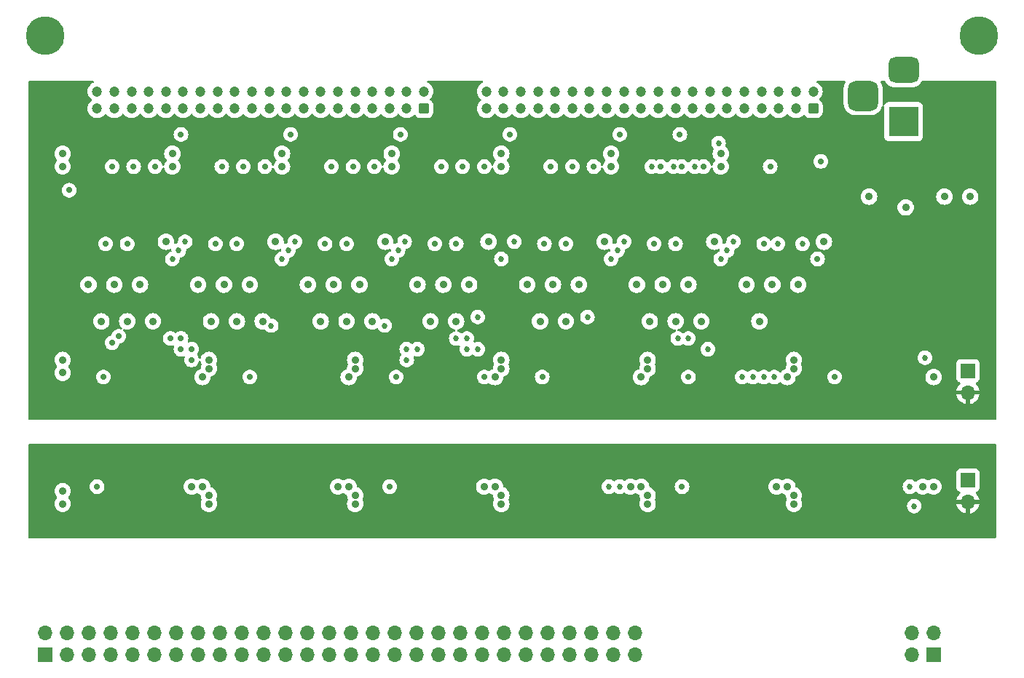
<source format=gbr>
%TF.GenerationSoftware,KiCad,Pcbnew,7.0.8*%
%TF.CreationDate,2023-10-20T14:11:59-05:00*%
%TF.ProjectId,breakout1,62726561-6b6f-4757-9431-2e6b69636164,rev?*%
%TF.SameCoordinates,Original*%
%TF.FileFunction,Copper,L3,Inr*%
%TF.FilePolarity,Positive*%
%FSLAX46Y46*%
G04 Gerber Fmt 4.6, Leading zero omitted, Abs format (unit mm)*
G04 Created by KiCad (PCBNEW 7.0.8) date 2023-10-20 14:11:59*
%MOMM*%
%LPD*%
G01*
G04 APERTURE LIST*
G04 Aperture macros list*
%AMRoundRect*
0 Rectangle with rounded corners*
0 $1 Rounding radius*
0 $2 $3 $4 $5 $6 $7 $8 $9 X,Y pos of 4 corners*
0 Add a 4 corners polygon primitive as box body*
4,1,4,$2,$3,$4,$5,$6,$7,$8,$9,$2,$3,0*
0 Add four circle primitives for the rounded corners*
1,1,$1+$1,$2,$3*
1,1,$1+$1,$4,$5*
1,1,$1+$1,$6,$7*
1,1,$1+$1,$8,$9*
0 Add four rect primitives between the rounded corners*
20,1,$1+$1,$2,$3,$4,$5,0*
20,1,$1+$1,$4,$5,$6,$7,0*
20,1,$1+$1,$6,$7,$8,$9,0*
20,1,$1+$1,$8,$9,$2,$3,0*%
G04 Aperture macros list end*
%TA.AperFunction,ComponentPad*%
%ADD10C,4.500000*%
%TD*%
%TA.AperFunction,ComponentPad*%
%ADD11R,1.700000X1.700000*%
%TD*%
%TA.AperFunction,ComponentPad*%
%ADD12O,1.700000X1.700000*%
%TD*%
%TA.AperFunction,ComponentPad*%
%ADD13RoundRect,0.250000X0.350000X0.350000X-0.350000X0.350000X-0.350000X-0.350000X0.350000X-0.350000X0*%
%TD*%
%TA.AperFunction,ComponentPad*%
%ADD14C,1.200000*%
%TD*%
%TA.AperFunction,ComponentPad*%
%ADD15R,3.500000X3.500000*%
%TD*%
%TA.AperFunction,ComponentPad*%
%ADD16RoundRect,0.750000X-1.000000X0.750000X-1.000000X-0.750000X1.000000X-0.750000X1.000000X0.750000X0*%
%TD*%
%TA.AperFunction,ComponentPad*%
%ADD17RoundRect,0.875000X-0.875000X0.875000X-0.875000X-0.875000X0.875000X-0.875000X0.875000X0.875000X0*%
%TD*%
%TA.AperFunction,ViaPad*%
%ADD18C,0.700000*%
%TD*%
%TA.AperFunction,ViaPad*%
%ADD19C,0.900000*%
%TD*%
%TA.AperFunction,ViaPad*%
%ADD20C,0.685800*%
%TD*%
G04 APERTURE END LIST*
D10*
%TO.N,GND*%
%TO.C,H1*%
X109750000Y-42500000D03*
%TD*%
D11*
%TO.N,GPIO0*%
%TO.C,J6*%
X213040000Y-114540000D03*
D12*
%TO.N,GND*%
X210500000Y-114540000D03*
%TO.N,GPIO1*%
X213040000Y-112000000D03*
%TO.N,GND*%
X210500000Y-112000000D03*
%TD*%
D11*
%TO.N,Net-(JP1-A)*%
%TO.C,JP1*%
X217000000Y-81500000D03*
D12*
%TO.N,+5V*%
X217000000Y-84040000D03*
%TD*%
D13*
%TO.N,Mark 0 In*%
%TO.C,J1*%
X153750000Y-51000000D03*
D14*
%TO.N,GND*%
X153750000Y-49000000D03*
%TO.N,Mark 0 Out*%
X151750000Y-51000000D03*
%TO.N,GND*%
X151750000Y-49000000D03*
%TO.N,Bus In 7*%
X149750000Y-51000000D03*
%TO.N,GND*%
X149750000Y-49000000D03*
%TO.N,Bus Out 7*%
X147750000Y-51000000D03*
%TO.N,GND*%
X147750000Y-49000000D03*
%TO.N,Bus In 6*%
X145750000Y-51000000D03*
%TO.N,GND*%
X145750000Y-49000000D03*
%TO.N,Bus Out 6*%
X143750000Y-51000000D03*
%TO.N,GND*%
X143750000Y-49000000D03*
%TO.N,Bus In 5*%
X141750000Y-51000000D03*
%TO.N,GND*%
X141750000Y-49000000D03*
%TO.N,Bus Out 5*%
X139750000Y-51000000D03*
%TO.N,GND*%
X139750000Y-49000000D03*
%TO.N,Bus In 4*%
X137750000Y-51000000D03*
%TO.N,GND*%
X137750000Y-49000000D03*
%TO.N,Bus Out 4*%
X135750000Y-51000000D03*
%TO.N,GND*%
X135750000Y-49000000D03*
%TO.N,Bus In 3*%
X133750000Y-51000000D03*
%TO.N,GND*%
X133750000Y-49000000D03*
%TO.N,Bus Out 3*%
X131750000Y-51000000D03*
%TO.N,GND*%
X131750000Y-49000000D03*
%TO.N,Bus In 2*%
X129750000Y-51000000D03*
%TO.N,GND*%
X129750000Y-49000000D03*
%TO.N,Bus Out 2*%
X127750000Y-51000000D03*
%TO.N,GND*%
X127750000Y-49000000D03*
%TO.N,Bus In 1*%
X125750000Y-51000000D03*
%TO.N,GND*%
X125750000Y-49000000D03*
%TO.N,Bus Out 1*%
X123750000Y-51000000D03*
%TO.N,GND*%
X123750000Y-49000000D03*
%TO.N,Bus In 0*%
X121750000Y-51000000D03*
%TO.N,GND*%
X121750000Y-49000000D03*
%TO.N,Bus Out 0*%
X119750000Y-51000000D03*
%TO.N,GND*%
X119750000Y-49000000D03*
%TO.N,Bus In P*%
X117750000Y-51000000D03*
%TO.N,GND*%
X117750000Y-49000000D03*
%TO.N,Bus Out P*%
X115750000Y-51000000D03*
%TO.N,GND*%
X115750000Y-49000000D03*
%TD*%
D10*
%TO.N,GND*%
%TO.C,H2*%
X218250000Y-42500000D03*
%TD*%
D15*
%TO.N,Net-(F1-Pad1)*%
%TO.C,J4*%
X209500000Y-52500000D03*
D16*
%TO.N,GND*%
X209500000Y-46500000D03*
D17*
%TO.N,N/C*%
X204800000Y-49500000D03*
%TD*%
D11*
%TO.N,Net-(JP2-A)*%
%TO.C,JP2*%
X217000000Y-94250000D03*
D12*
%TO.N,+3V3*%
X217000000Y-96790000D03*
%TD*%
D14*
%TO.N,GND*%
%TO.C,J2*%
X161000000Y-49000000D03*
%TO.N,Operational In*%
X161000000Y-51000000D03*
%TO.N,GND*%
X163000000Y-49000000D03*
%TO.N,Clock Out*%
X163000000Y-51000000D03*
%TO.N,GND*%
X165000000Y-49000000D03*
%TO.N,Status In*%
X165000000Y-51000000D03*
%TO.N,GND*%
X167000000Y-49000000D03*
%TO.N,Metering Out*%
X167000000Y-51000000D03*
%TO.N,GND*%
X169000000Y-49000000D03*
%TO.N,Address In*%
X169000000Y-51000000D03*
%TO.N,GND*%
X171000000Y-49000000D03*
%TO.N,Metering In*%
X171000000Y-51000000D03*
%TO.N,GND*%
X173000000Y-49000000D03*
%TO.N,Service In*%
X173000000Y-51000000D03*
%TO.N,GND*%
X175000000Y-49000000D03*
%TO.N,Request In*%
X175000000Y-51000000D03*
%TO.N,GND*%
X177000000Y-49000000D03*
%TO.N,Select In*%
X177000000Y-51000000D03*
%TO.N,GND*%
X179000000Y-49000000D03*
%TO.N,Data In*%
X179000000Y-51000000D03*
%TO.N,GND*%
X181000000Y-49000000D03*
%TO.N,Select Out*%
X181000000Y-51000000D03*
%TO.N,unconnected-(J2-Pin_18-Pad18)*%
X183000000Y-49000000D03*
%TO.N,unconnected-(J2-Pin_17-Pad17)*%
X183000000Y-51000000D03*
%TO.N,GND*%
X185000000Y-49000000D03*
%TO.N,Address Out*%
X185000000Y-51000000D03*
%TO.N,GND*%
X187000000Y-49000000D03*
%TO.N,Data Out*%
X187000000Y-51000000D03*
%TO.N,GND*%
X189000000Y-49000000D03*
%TO.N,Command Out*%
X189000000Y-51000000D03*
%TO.N,GND*%
X191000000Y-49000000D03*
%TO.N,Disconnect In*%
X191000000Y-51000000D03*
%TO.N,GND*%
X193000000Y-49000000D03*
%TO.N,Suppress Out*%
X193000000Y-51000000D03*
%TO.N,GND*%
X195000000Y-49000000D03*
%TO.N,Hold Out*%
X195000000Y-51000000D03*
%TO.N,GND*%
X197000000Y-49000000D03*
%TO.N,Service Out*%
X197000000Y-51000000D03*
%TO.N,GND*%
X199000000Y-49000000D03*
D13*
%TO.N,Operational Out*%
X199000000Y-51000000D03*
%TD*%
D11*
%TO.N,GND*%
%TO.C,J3*%
X109740000Y-114540000D03*
D12*
X109740000Y-112000000D03*
%TO.N,3V3 Bus In 0*%
X112280000Y-114540000D03*
%TO.N,3V3 Bus In P*%
X112280000Y-112000000D03*
%TO.N,3V3 Bus In 2*%
X114820000Y-114540000D03*
%TO.N,3V3 Bus In 1*%
X114820000Y-112000000D03*
%TO.N,3V3 Bus In 4*%
X117360000Y-114540000D03*
%TO.N,3V3 Bus In 3*%
X117360000Y-112000000D03*
%TO.N,3V3 Bus In 6*%
X119900000Y-114540000D03*
%TO.N,3V3 Bus In 5*%
X119900000Y-112000000D03*
%TO.N,3V3 Bus Out 0*%
X122440000Y-114540000D03*
%TO.N,3V3 Bus Out P*%
X122440000Y-112000000D03*
%TO.N,3V3 Bus Out 2*%
X124980000Y-114540000D03*
%TO.N,3V3 Bus Out 1*%
X124980000Y-112000000D03*
%TO.N,3V3 Bus Out 4*%
X127520000Y-114540000D03*
%TO.N,3V3 Bus Out 3*%
X127520000Y-112000000D03*
%TO.N,GND*%
X130060000Y-114540000D03*
X130060000Y-112000000D03*
%TO.N,unconnected-(J3-Pin_19-Pad19)*%
X132600000Y-114540000D03*
%TO.N,unconnected-(J3-Pin_20-Pad20)*%
X132600000Y-112000000D03*
%TO.N,3V3 Bus Out 6*%
X135140000Y-114540000D03*
%TO.N,3V3 Bus Out 5*%
X135140000Y-112000000D03*
%TO.N,3V3 Mark 0 In*%
X137680000Y-114540000D03*
%TO.N,3V3 Bus In 7*%
X137680000Y-112000000D03*
%TO.N,3V3 Status In*%
X140220000Y-114540000D03*
%TO.N,3V3 Operational In*%
X140220000Y-112000000D03*
%TO.N,3V3 Metering In*%
X142760000Y-114540000D03*
%TO.N,3V3 Address In*%
X142760000Y-112000000D03*
%TO.N,3V3 Bus Out 7*%
X145300000Y-114540000D03*
%TO.N,3V3 Service In*%
X145300000Y-112000000D03*
%TO.N,3V3 Clock Out*%
X147840000Y-114540000D03*
%TO.N,3V3 Mark 0 Out*%
X147840000Y-112000000D03*
%TO.N,GPIO0*%
X150380000Y-114540000D03*
%TO.N,GPIO1*%
X150380000Y-112000000D03*
%TO.N,GND*%
X152920000Y-114540000D03*
X152920000Y-112000000D03*
%TO.N,unconnected-(J3-Pin_37-Pad37)*%
X155460000Y-114540000D03*
%TO.N,unconnected-(J3-Pin_38-Pad38)*%
X155460000Y-112000000D03*
%TO.N,3V3 Address Out*%
X158000000Y-114540000D03*
%TO.N,3V3 Metering Out*%
X158000000Y-112000000D03*
%TO.N,3V3 Request In*%
X160540000Y-114540000D03*
%TO.N,3V3 Select Out*%
X160540000Y-112000000D03*
%TO.N,3V3 Disconnect In*%
X163080000Y-114540000D03*
%TO.N,3V3 Select In*%
X163080000Y-112000000D03*
%TO.N,3V3 Data Out*%
X165620000Y-114540000D03*
%TO.N,3V3 Data In*%
X165620000Y-112000000D03*
%TO.N,3V3 Suppress Out*%
X168160000Y-114540000D03*
%TO.N,3V3 Command Out*%
X168160000Y-112000000D03*
%TO.N,3V3 Operational Out*%
X170700000Y-114540000D03*
%TO.N,3V3 Service Out*%
X170700000Y-112000000D03*
%TO.N,3V3 Enable*%
X173240000Y-114540000D03*
%TO.N,3V3 Hold Out*%
X173240000Y-112000000D03*
%TO.N,GND*%
X175780000Y-114540000D03*
X175780000Y-112000000D03*
%TO.N,unconnected-(J3-Pin_55-Pad55)*%
X178320000Y-114540000D03*
%TO.N,unconnected-(J3-Pin_56-Pad56)*%
X178320000Y-112000000D03*
%TD*%
D18*
%TO.N,GND*%
X158250000Y-57750000D03*
D19*
X162000000Y-95000000D03*
X149250000Y-66500000D03*
D18*
X160750000Y-82250000D03*
D19*
X130500000Y-71500000D03*
X123750000Y-66500000D03*
X147750000Y-75750000D03*
X179000000Y-82250000D03*
X128750000Y-96000000D03*
D18*
X184500000Y-82250000D03*
D19*
X191250000Y-71500000D03*
X159000000Y-71500000D03*
X214250000Y-61250000D03*
X196000000Y-95000000D03*
X150000000Y-57750000D03*
X196750000Y-81250000D03*
X145000000Y-95000000D03*
X143250000Y-71500000D03*
X162000000Y-82250000D03*
X162750000Y-56250000D03*
D20*
X194882800Y-66750000D03*
D19*
X186000000Y-75750000D03*
X145750000Y-97000000D03*
X140250000Y-71500000D03*
X200250000Y-66500000D03*
X179750000Y-80250000D03*
X124500000Y-57750000D03*
X154500000Y-75750000D03*
X162750000Y-57750000D03*
X128750000Y-97000000D03*
X145750000Y-80250000D03*
X143750000Y-95000000D03*
X119250000Y-75750000D03*
X179750000Y-81250000D03*
D18*
X133500000Y-82250000D03*
D19*
X165750000Y-71500000D03*
X136500000Y-66500000D03*
D20*
X210250000Y-95000000D03*
D19*
X188250000Y-56250000D03*
X196750000Y-80250000D03*
D18*
X183750000Y-95000000D03*
D19*
X111750000Y-56250000D03*
D18*
X150500000Y-82250000D03*
D19*
X197250000Y-71500000D03*
X162750000Y-97000000D03*
D20*
X212000000Y-80000000D03*
D19*
X167250000Y-75750000D03*
X196750000Y-97000000D03*
X156000000Y-71500000D03*
X145750000Y-81250000D03*
X170250000Y-75750000D03*
X187500000Y-66500000D03*
X128750000Y-81250000D03*
X145750000Y-96000000D03*
X196000000Y-82250000D03*
X217250000Y-61250000D03*
X126750000Y-95000000D03*
X145000000Y-82250000D03*
X213000000Y-82250000D03*
D20*
X175250000Y-95000000D03*
D18*
X149750000Y-95000000D03*
D19*
X183000000Y-75750000D03*
X137250000Y-57750000D03*
D20*
X210750000Y-97250000D03*
D19*
X181500000Y-71500000D03*
X111750000Y-57750000D03*
X179000000Y-95000000D03*
X162750000Y-81250000D03*
X132000000Y-75750000D03*
X162750000Y-80250000D03*
X111750000Y-80250000D03*
X213000000Y-95000000D03*
X128750000Y-80250000D03*
X135000000Y-75750000D03*
X174750000Y-66500000D03*
D20*
X176500000Y-95000000D03*
D19*
X111750000Y-97000000D03*
X188250000Y-57750000D03*
X209750000Y-62500000D03*
D18*
X167500000Y-82250000D03*
D19*
X111750000Y-81750000D03*
X122250000Y-75750000D03*
X175500000Y-57750000D03*
X179750000Y-96000000D03*
X162750000Y-96000000D03*
X116250000Y-75750000D03*
X157500000Y-75750000D03*
X117750000Y-71500000D03*
X160750000Y-95000000D03*
X161250000Y-66500000D03*
X146250000Y-71500000D03*
X205500000Y-61250000D03*
X150000000Y-56250000D03*
X144750000Y-75750000D03*
X128000000Y-82250000D03*
D20*
X197750000Y-66750000D03*
X192000000Y-82250000D03*
D19*
X175500000Y-56250000D03*
X171750000Y-71500000D03*
X211750000Y-95000000D03*
X179750000Y-97000000D03*
X168750000Y-71500000D03*
D18*
X116500000Y-82250000D03*
D19*
X196750000Y-96000000D03*
X192750000Y-75750000D03*
X153000000Y-71500000D03*
D20*
X190750000Y-82250000D03*
D19*
X178500000Y-71500000D03*
X124500000Y-56250000D03*
X129000000Y-75750000D03*
D18*
X201500000Y-82250000D03*
D19*
X128000000Y-95000000D03*
X184500000Y-71500000D03*
X177750000Y-95000000D03*
X141750000Y-75750000D03*
X194250000Y-71500000D03*
D20*
X194500000Y-82250000D03*
D19*
X127500000Y-71500000D03*
X111750000Y-95500000D03*
X114750000Y-71500000D03*
X120750000Y-71500000D03*
X180000000Y-75750000D03*
D18*
X115750000Y-95000000D03*
D20*
X193250000Y-82250000D03*
D19*
X137250000Y-56250000D03*
X133500000Y-71500000D03*
X194750000Y-95000000D03*
D20*
%TO.N,Select In*%
X182750000Y-57750000D03*
%TO.N,Request In*%
X180212600Y-57750000D03*
%TO.N,Data In*%
X185250000Y-57750000D03*
D18*
%TO.N,5V Bus In P*%
X116750000Y-66750000D03*
X117500000Y-78250000D03*
%TO.N,5V Bus In 0*%
X119250000Y-66750000D03*
X118250000Y-77500000D03*
D20*
%TO.N,5V Bus Out 1*%
X126000000Y-66500000D03*
D18*
X122500000Y-57750000D03*
D20*
%TO.N,5V Bus Out 0*%
X125250000Y-67500000D03*
D18*
X120000000Y-57750000D03*
D20*
%TO.N,5V Bus Out P*%
X124500000Y-68500000D03*
D18*
X117500000Y-57750000D03*
%TO.N,5V Bus In 2*%
X124250000Y-77750000D03*
X129500000Y-66750000D03*
%TO.N,5V Bus In 3*%
X132000000Y-66750000D03*
X125500000Y-77750000D03*
D19*
%TO.N,+5V*%
X115750000Y-80250000D03*
X114500000Y-55000000D03*
X200750000Y-80250000D03*
X127250000Y-55000000D03*
X183750000Y-80250000D03*
X132750000Y-80250000D03*
X191000000Y-55000000D03*
X140000000Y-55000000D03*
X178250000Y-55000000D03*
X149750000Y-80250000D03*
X152750000Y-55000000D03*
X166750000Y-80250000D03*
X165500000Y-55000000D03*
D18*
%TO.N,5V Bus In 4*%
X125500000Y-79000000D03*
D20*
X136000000Y-76250000D03*
%TO.N,5V Bus Out 4*%
X138750000Y-66500000D03*
D18*
X135250000Y-57750000D03*
%TO.N,5V Bus Out 3*%
X132750000Y-57750000D03*
D20*
X138000000Y-67500000D03*
D18*
%TO.N,5V Bus Out 2*%
X130250000Y-57750000D03*
D20*
X137250000Y-68500000D03*
D18*
%TO.N,5V Bus In 5*%
X142250000Y-66750000D03*
X126750000Y-79000000D03*
%TO.N,5V Bus In 6*%
X126750000Y-80250000D03*
X144750000Y-66750000D03*
D20*
%TO.N,5V Bus In 7*%
X149195633Y-76250000D03*
X151750000Y-80250000D03*
D18*
%TO.N,5V Bus Out 7*%
X148000000Y-57750000D03*
D20*
X151500000Y-66500000D03*
D18*
%TO.N,5V Bus Out 6*%
X145500000Y-57750000D03*
D20*
X150750000Y-67500000D03*
%TO.N,5V Bus Out 5*%
X150000000Y-68500000D03*
D18*
X143000000Y-57750000D03*
D20*
%TO.N,5V Operational In*%
X153000000Y-79000000D03*
D18*
X157500000Y-66750000D03*
D20*
%TO.N,5V Status In*%
X157500000Y-77750000D03*
X160000000Y-75250000D03*
%TO.N,5V Address In*%
X158750000Y-77750000D03*
D18*
X167750000Y-66750000D03*
%TO.N,5V Command Out*%
X183750000Y-57750000D03*
D20*
X189000000Y-67500000D03*
%TO.N,5V Address Out*%
X176250000Y-67500000D03*
D18*
X171000000Y-57750000D03*
D20*
%TO.N,5V Select Out*%
X177000000Y-66500000D03*
D18*
X173500000Y-57750000D03*
D20*
%TO.N,5V Service In*%
X172750000Y-75250000D03*
X160000000Y-79000000D03*
%TO.N,5V Select In*%
X184500000Y-77750000D03*
D18*
X183000000Y-66750000D03*
%TO.N,5V Request In*%
X180500000Y-66750000D03*
D20*
X183250000Y-77750000D03*
D18*
%TO.N,5V Data Out*%
X181250000Y-57750000D03*
D20*
X188250000Y-68500000D03*
D18*
%TO.N,5V Suppress Out*%
X186250000Y-57750000D03*
D20*
X189750000Y-66500000D03*
D18*
%TO.N,5V Disconnect In*%
X193250000Y-66750000D03*
D20*
X186750000Y-79000000D03*
D18*
%TO.N,5V Enable*%
X138250000Y-54000000D03*
X151000000Y-54000000D03*
X125500000Y-54000000D03*
X183500000Y-54000000D03*
D20*
X188000000Y-55000000D03*
D18*
X112500000Y-60500000D03*
X176500000Y-54000000D03*
X163750000Y-54000000D03*
X199890000Y-57140000D03*
%TO.N,5V Hold Out*%
X199500000Y-68500000D03*
X194000000Y-57750000D03*
D20*
%TO.N,5V Mark 0 In*%
X151750000Y-79000000D03*
D18*
X155000000Y-66750000D03*
D20*
%TO.N,5V Metering In*%
X158750000Y-79000000D03*
D18*
X170250000Y-66750000D03*
D20*
%TO.N,5V Metering Out*%
X175500000Y-68500000D03*
D18*
X168500000Y-57750000D03*
%TO.N,5V Clock Out*%
X160750000Y-57750000D03*
D20*
X164250000Y-66500000D03*
D18*
%TO.N,5V Mark 0 Out*%
X155750000Y-57750000D03*
D20*
X162750000Y-68500000D03*
D18*
%TO.N,+3V3*%
X132750000Y-95000000D03*
X166750000Y-95000000D03*
D19*
X148500000Y-98250000D03*
X165500000Y-98250000D03*
X182500000Y-98250000D03*
X131500000Y-98250000D03*
X114500000Y-98250000D03*
D18*
X200750000Y-95000000D03*
D19*
X199500000Y-98250000D03*
%TD*%
%TA.AperFunction,Conductor*%
%TO.N,+3V3*%
G36*
X220193039Y-90019685D02*
G01*
X220238794Y-90072489D01*
X220250000Y-90124000D01*
X220250000Y-100876000D01*
X220230315Y-100943039D01*
X220177511Y-100988794D01*
X220126000Y-101000000D01*
X107874000Y-101000000D01*
X107806961Y-100980315D01*
X107761206Y-100927511D01*
X107750000Y-100876000D01*
X107750000Y-97000000D01*
X110794901Y-97000000D01*
X110813252Y-97186331D01*
X110813253Y-97186333D01*
X110867604Y-97365502D01*
X110955862Y-97530623D01*
X110955864Y-97530626D01*
X111074642Y-97675357D01*
X111219373Y-97794135D01*
X111219376Y-97794137D01*
X111380426Y-97880219D01*
X111384499Y-97882396D01*
X111563666Y-97936746D01*
X111563668Y-97936747D01*
X111580374Y-97938392D01*
X111750000Y-97955099D01*
X111936331Y-97936747D01*
X112115501Y-97882396D01*
X112280625Y-97794136D01*
X112425357Y-97675357D01*
X112544136Y-97530625D01*
X112632396Y-97365501D01*
X112686747Y-97186331D01*
X112705099Y-97000000D01*
X112686747Y-96813669D01*
X112632396Y-96634499D01*
X112603349Y-96580156D01*
X112544137Y-96469376D01*
X112544135Y-96469373D01*
X112428658Y-96328665D01*
X112401345Y-96264355D01*
X112413136Y-96195488D01*
X112428658Y-96171335D01*
X112544135Y-96030626D01*
X112544137Y-96030623D01*
X112584505Y-95955099D01*
X112632396Y-95865501D01*
X112686747Y-95686331D01*
X112705099Y-95500000D01*
X112686747Y-95313669D01*
X112632396Y-95134499D01*
X112632395Y-95134497D01*
X112560506Y-95000000D01*
X114894815Y-95000000D01*
X114913503Y-95177805D01*
X114913504Y-95177807D01*
X114968747Y-95347829D01*
X114968750Y-95347835D01*
X115058141Y-95502665D01*
X115099812Y-95548946D01*
X115177764Y-95635521D01*
X115177767Y-95635523D01*
X115177770Y-95635526D01*
X115322407Y-95740612D01*
X115485733Y-95813329D01*
X115660609Y-95850500D01*
X115660610Y-95850500D01*
X115839389Y-95850500D01*
X115839391Y-95850500D01*
X116014267Y-95813329D01*
X116177593Y-95740612D01*
X116322230Y-95635526D01*
X116323866Y-95633710D01*
X116353768Y-95600500D01*
X116441859Y-95502665D01*
X116531250Y-95347835D01*
X116586497Y-95177803D01*
X116605185Y-95000000D01*
X125794901Y-95000000D01*
X125813252Y-95186331D01*
X125813253Y-95186333D01*
X125867604Y-95365502D01*
X125955862Y-95530623D01*
X125955864Y-95530626D01*
X126074642Y-95675357D01*
X126219373Y-95794135D01*
X126219376Y-95794137D01*
X126311540Y-95843399D01*
X126384499Y-95882396D01*
X126551492Y-95933053D01*
X126563666Y-95936746D01*
X126563668Y-95936747D01*
X126580374Y-95938392D01*
X126750000Y-95955099D01*
X126936331Y-95936747D01*
X127115501Y-95882396D01*
X127280625Y-95794136D01*
X127296334Y-95781244D01*
X127360643Y-95753930D01*
X127429511Y-95765720D01*
X127453666Y-95781244D01*
X127469373Y-95794134D01*
X127469376Y-95794137D01*
X127551937Y-95838266D01*
X127634499Y-95882396D01*
X127685008Y-95897717D01*
X127708615Y-95904879D01*
X127767053Y-95943176D01*
X127795510Y-96006988D01*
X127796022Y-96011385D01*
X127813252Y-96186331D01*
X127813253Y-96186333D01*
X127867602Y-96365497D01*
X127867603Y-96365500D01*
X127908251Y-96441548D01*
X127922492Y-96509951D01*
X127908251Y-96558452D01*
X127867603Y-96634499D01*
X127867602Y-96634502D01*
X127813253Y-96813666D01*
X127813252Y-96813668D01*
X127794901Y-97000000D01*
X127813252Y-97186331D01*
X127813253Y-97186333D01*
X127867604Y-97365502D01*
X127955862Y-97530623D01*
X127955864Y-97530626D01*
X128074642Y-97675357D01*
X128219373Y-97794135D01*
X128219376Y-97794137D01*
X128380426Y-97880219D01*
X128384499Y-97882396D01*
X128563666Y-97936746D01*
X128563668Y-97936747D01*
X128580374Y-97938392D01*
X128750000Y-97955099D01*
X128936331Y-97936747D01*
X129115501Y-97882396D01*
X129280625Y-97794136D01*
X129425357Y-97675357D01*
X129544136Y-97530625D01*
X129632396Y-97365501D01*
X129686747Y-97186331D01*
X129705099Y-97000000D01*
X129686747Y-96813669D01*
X129632396Y-96634499D01*
X129591747Y-96558450D01*
X129577506Y-96490052D01*
X129591746Y-96441551D01*
X129632396Y-96365501D01*
X129686747Y-96186331D01*
X129705099Y-96000000D01*
X129686747Y-95813669D01*
X129632396Y-95634499D01*
X129600150Y-95574171D01*
X129544137Y-95469376D01*
X129544135Y-95469373D01*
X129425357Y-95324642D01*
X129280626Y-95205864D01*
X129280623Y-95205862D01*
X129115502Y-95117604D01*
X129041384Y-95095120D01*
X128982945Y-95056822D01*
X128957606Y-95000000D01*
X142794901Y-95000000D01*
X142813252Y-95186331D01*
X142813253Y-95186333D01*
X142867604Y-95365502D01*
X142955862Y-95530623D01*
X142955864Y-95530626D01*
X143074642Y-95675357D01*
X143219373Y-95794135D01*
X143219376Y-95794137D01*
X143311540Y-95843399D01*
X143384499Y-95882396D01*
X143551492Y-95933053D01*
X143563666Y-95936746D01*
X143563668Y-95936747D01*
X143580374Y-95938392D01*
X143750000Y-95955099D01*
X143936331Y-95936747D01*
X144115501Y-95882396D01*
X144280625Y-95794136D01*
X144296334Y-95781244D01*
X144360643Y-95753930D01*
X144429511Y-95765720D01*
X144453666Y-95781244D01*
X144469373Y-95794134D01*
X144469376Y-95794137D01*
X144551937Y-95838266D01*
X144634499Y-95882396D01*
X144685008Y-95897717D01*
X144708615Y-95904879D01*
X144767053Y-95943176D01*
X144795510Y-96006988D01*
X144796022Y-96011385D01*
X144813252Y-96186331D01*
X144813253Y-96186333D01*
X144867602Y-96365497D01*
X144867603Y-96365500D01*
X144908251Y-96441548D01*
X144922492Y-96509951D01*
X144908251Y-96558452D01*
X144867603Y-96634499D01*
X144867602Y-96634502D01*
X144813253Y-96813666D01*
X144813252Y-96813668D01*
X144794901Y-97000000D01*
X144813252Y-97186331D01*
X144813253Y-97186333D01*
X144867604Y-97365502D01*
X144955862Y-97530623D01*
X144955864Y-97530626D01*
X145074642Y-97675357D01*
X145219373Y-97794135D01*
X145219376Y-97794137D01*
X145380426Y-97880219D01*
X145384499Y-97882396D01*
X145563666Y-97936746D01*
X145563668Y-97936747D01*
X145580374Y-97938392D01*
X145750000Y-97955099D01*
X145936331Y-97936747D01*
X146115501Y-97882396D01*
X146280625Y-97794136D01*
X146425357Y-97675357D01*
X146544136Y-97530625D01*
X146632396Y-97365501D01*
X146686747Y-97186331D01*
X146705099Y-97000000D01*
X146686747Y-96813669D01*
X146632396Y-96634499D01*
X146591747Y-96558450D01*
X146577506Y-96490052D01*
X146591746Y-96441551D01*
X146632396Y-96365501D01*
X146686747Y-96186331D01*
X146705099Y-96000000D01*
X146686747Y-95813669D01*
X146632396Y-95634499D01*
X146600150Y-95574171D01*
X146544137Y-95469376D01*
X146544135Y-95469373D01*
X146425357Y-95324642D01*
X146280626Y-95205864D01*
X146280623Y-95205862D01*
X146115502Y-95117604D01*
X146041384Y-95095120D01*
X145982945Y-95056822D01*
X145957606Y-95000000D01*
X148894815Y-95000000D01*
X148913503Y-95177805D01*
X148913504Y-95177807D01*
X148968747Y-95347829D01*
X148968750Y-95347835D01*
X149058141Y-95502665D01*
X149099812Y-95548946D01*
X149177764Y-95635521D01*
X149177767Y-95635523D01*
X149177770Y-95635526D01*
X149322407Y-95740612D01*
X149485733Y-95813329D01*
X149660609Y-95850500D01*
X149660610Y-95850500D01*
X149839389Y-95850500D01*
X149839391Y-95850500D01*
X150014267Y-95813329D01*
X150177593Y-95740612D01*
X150322230Y-95635526D01*
X150323866Y-95633710D01*
X150353768Y-95600500D01*
X150441859Y-95502665D01*
X150531250Y-95347835D01*
X150586497Y-95177803D01*
X150605185Y-95000000D01*
X159794901Y-95000000D01*
X159813252Y-95186331D01*
X159813253Y-95186333D01*
X159867604Y-95365502D01*
X159955862Y-95530623D01*
X159955864Y-95530626D01*
X160074642Y-95675357D01*
X160219373Y-95794135D01*
X160219376Y-95794137D01*
X160311540Y-95843399D01*
X160384499Y-95882396D01*
X160551492Y-95933053D01*
X160563666Y-95936746D01*
X160563668Y-95936747D01*
X160580374Y-95938392D01*
X160750000Y-95955099D01*
X160936331Y-95936747D01*
X161115501Y-95882396D01*
X161280625Y-95794136D01*
X161296334Y-95781244D01*
X161360643Y-95753930D01*
X161429511Y-95765720D01*
X161453666Y-95781244D01*
X161469373Y-95794134D01*
X161469376Y-95794137D01*
X161551937Y-95838266D01*
X161634499Y-95882396D01*
X161685008Y-95897717D01*
X161708615Y-95904879D01*
X161767053Y-95943176D01*
X161795510Y-96006988D01*
X161796022Y-96011385D01*
X161813252Y-96186331D01*
X161813253Y-96186333D01*
X161867602Y-96365497D01*
X161867603Y-96365500D01*
X161908251Y-96441548D01*
X161922492Y-96509951D01*
X161908251Y-96558452D01*
X161867603Y-96634499D01*
X161867602Y-96634502D01*
X161813253Y-96813666D01*
X161813252Y-96813668D01*
X161794901Y-97000000D01*
X161813252Y-97186331D01*
X161813253Y-97186333D01*
X161867604Y-97365502D01*
X161955862Y-97530623D01*
X161955864Y-97530626D01*
X162074642Y-97675357D01*
X162219373Y-97794135D01*
X162219376Y-97794137D01*
X162380426Y-97880219D01*
X162384499Y-97882396D01*
X162563666Y-97936746D01*
X162563668Y-97936747D01*
X162580374Y-97938392D01*
X162750000Y-97955099D01*
X162936331Y-97936747D01*
X163115501Y-97882396D01*
X163280625Y-97794136D01*
X163425357Y-97675357D01*
X163544136Y-97530625D01*
X163632396Y-97365501D01*
X163686747Y-97186331D01*
X163705099Y-97000000D01*
X163686747Y-96813669D01*
X163632396Y-96634499D01*
X163591747Y-96558450D01*
X163577506Y-96490052D01*
X163591746Y-96441551D01*
X163632396Y-96365501D01*
X163686747Y-96186331D01*
X163705099Y-96000000D01*
X163686747Y-95813669D01*
X163632396Y-95634499D01*
X163600150Y-95574171D01*
X163544137Y-95469376D01*
X163544135Y-95469373D01*
X163425357Y-95324642D01*
X163280626Y-95205864D01*
X163280623Y-95205862D01*
X163115502Y-95117604D01*
X163041384Y-95095120D01*
X162982945Y-95056822D01*
X162957606Y-95000000D01*
X174401954Y-95000000D01*
X174420486Y-95176320D01*
X174420487Y-95176322D01*
X174475271Y-95344933D01*
X174475272Y-95344934D01*
X174540288Y-95457544D01*
X174563916Y-95498469D01*
X174611414Y-95551221D01*
X174682543Y-95630219D01*
X174701247Y-95643808D01*
X174825977Y-95734429D01*
X174987933Y-95806538D01*
X174987936Y-95806538D01*
X174987939Y-95806540D01*
X175161355Y-95843400D01*
X175338645Y-95843400D01*
X175512061Y-95806540D01*
X175512064Y-95806538D01*
X175512066Y-95806538D01*
X175603743Y-95765720D01*
X175674023Y-95734429D01*
X175802116Y-95641363D01*
X175867921Y-95617885D01*
X175935975Y-95633710D01*
X175947873Y-95641356D01*
X176041551Y-95709417D01*
X176075977Y-95734429D01*
X176237933Y-95806538D01*
X176237936Y-95806538D01*
X176237939Y-95806540D01*
X176411355Y-95843400D01*
X176588645Y-95843400D01*
X176762061Y-95806540D01*
X176762064Y-95806538D01*
X176762066Y-95806538D01*
X176818876Y-95781244D01*
X176924023Y-95734429D01*
X176964593Y-95704952D01*
X177030398Y-95681472D01*
X177098452Y-95697297D01*
X177116144Y-95709417D01*
X177219373Y-95794135D01*
X177219376Y-95794137D01*
X177311540Y-95843399D01*
X177384499Y-95882396D01*
X177551492Y-95933053D01*
X177563666Y-95936746D01*
X177563668Y-95936747D01*
X177580374Y-95938392D01*
X177750000Y-95955099D01*
X177936331Y-95936747D01*
X178115501Y-95882396D01*
X178280625Y-95794136D01*
X178296334Y-95781244D01*
X178360643Y-95753930D01*
X178429511Y-95765720D01*
X178453666Y-95781244D01*
X178469373Y-95794134D01*
X178469376Y-95794137D01*
X178551937Y-95838266D01*
X178634499Y-95882396D01*
X178685008Y-95897717D01*
X178708615Y-95904879D01*
X178767053Y-95943176D01*
X178795510Y-96006988D01*
X178796022Y-96011385D01*
X178813252Y-96186331D01*
X178813253Y-96186333D01*
X178867602Y-96365497D01*
X178867603Y-96365500D01*
X178908251Y-96441548D01*
X178922492Y-96509951D01*
X178908251Y-96558452D01*
X178867603Y-96634499D01*
X178867602Y-96634502D01*
X178813253Y-96813666D01*
X178813252Y-96813668D01*
X178794901Y-97000000D01*
X178813252Y-97186331D01*
X178813253Y-97186333D01*
X178867604Y-97365502D01*
X178955862Y-97530623D01*
X178955864Y-97530626D01*
X179074642Y-97675357D01*
X179219373Y-97794135D01*
X179219376Y-97794137D01*
X179380426Y-97880219D01*
X179384499Y-97882396D01*
X179563666Y-97936746D01*
X179563668Y-97936747D01*
X179580374Y-97938392D01*
X179750000Y-97955099D01*
X179936331Y-97936747D01*
X180115501Y-97882396D01*
X180280625Y-97794136D01*
X180425357Y-97675357D01*
X180544136Y-97530625D01*
X180632396Y-97365501D01*
X180686747Y-97186331D01*
X180705099Y-97000000D01*
X180686747Y-96813669D01*
X180632396Y-96634499D01*
X180591747Y-96558450D01*
X180577506Y-96490052D01*
X180591746Y-96441551D01*
X180632396Y-96365501D01*
X180686747Y-96186331D01*
X180705099Y-96000000D01*
X180686747Y-95813669D01*
X180632396Y-95634499D01*
X180600150Y-95574171D01*
X180544137Y-95469376D01*
X180544135Y-95469373D01*
X180425357Y-95324642D01*
X180280626Y-95205864D01*
X180280623Y-95205862D01*
X180115502Y-95117604D01*
X180041384Y-95095120D01*
X179982945Y-95056822D01*
X179957606Y-95000000D01*
X182894815Y-95000000D01*
X182913503Y-95177805D01*
X182913504Y-95177807D01*
X182968747Y-95347829D01*
X182968750Y-95347835D01*
X183058141Y-95502665D01*
X183099812Y-95548946D01*
X183177764Y-95635521D01*
X183177767Y-95635523D01*
X183177770Y-95635526D01*
X183322407Y-95740612D01*
X183485733Y-95813329D01*
X183660609Y-95850500D01*
X183660610Y-95850500D01*
X183839389Y-95850500D01*
X183839391Y-95850500D01*
X184014267Y-95813329D01*
X184177593Y-95740612D01*
X184322230Y-95635526D01*
X184323866Y-95633710D01*
X184353768Y-95600500D01*
X184441859Y-95502665D01*
X184531250Y-95347835D01*
X184586497Y-95177803D01*
X184605185Y-95000000D01*
X193794901Y-95000000D01*
X193813252Y-95186331D01*
X193813253Y-95186333D01*
X193867604Y-95365502D01*
X193955862Y-95530623D01*
X193955864Y-95530626D01*
X194074642Y-95675357D01*
X194219373Y-95794135D01*
X194219376Y-95794137D01*
X194311540Y-95843399D01*
X194384499Y-95882396D01*
X194551492Y-95933053D01*
X194563666Y-95936746D01*
X194563668Y-95936747D01*
X194580374Y-95938392D01*
X194750000Y-95955099D01*
X194936331Y-95936747D01*
X195115501Y-95882396D01*
X195280625Y-95794136D01*
X195296334Y-95781244D01*
X195360643Y-95753930D01*
X195429511Y-95765720D01*
X195453666Y-95781244D01*
X195469373Y-95794134D01*
X195469376Y-95794137D01*
X195551937Y-95838266D01*
X195634499Y-95882396D01*
X195685008Y-95897717D01*
X195708615Y-95904879D01*
X195767053Y-95943176D01*
X195795510Y-96006988D01*
X195796022Y-96011385D01*
X195813252Y-96186331D01*
X195813253Y-96186333D01*
X195867602Y-96365497D01*
X195867603Y-96365500D01*
X195908251Y-96441548D01*
X195922492Y-96509951D01*
X195908251Y-96558452D01*
X195867603Y-96634499D01*
X195867602Y-96634502D01*
X195813253Y-96813666D01*
X195813252Y-96813668D01*
X195794901Y-97000000D01*
X195813252Y-97186331D01*
X195813253Y-97186333D01*
X195867604Y-97365502D01*
X195955862Y-97530623D01*
X195955864Y-97530626D01*
X196074642Y-97675357D01*
X196219373Y-97794135D01*
X196219376Y-97794137D01*
X196380426Y-97880219D01*
X196384499Y-97882396D01*
X196563666Y-97936746D01*
X196563668Y-97936747D01*
X196580374Y-97938392D01*
X196750000Y-97955099D01*
X196936331Y-97936747D01*
X197115501Y-97882396D01*
X197280625Y-97794136D01*
X197425357Y-97675357D01*
X197544136Y-97530625D01*
X197632396Y-97365501D01*
X197667433Y-97250000D01*
X209901954Y-97250000D01*
X209920486Y-97426320D01*
X209920487Y-97426322D01*
X209975271Y-97594933D01*
X209975272Y-97594934D01*
X210013463Y-97661082D01*
X210063916Y-97748469D01*
X210105034Y-97794135D01*
X210182543Y-97880219D01*
X210210973Y-97900874D01*
X210325977Y-97984429D01*
X210487933Y-98056538D01*
X210487936Y-98056538D01*
X210487939Y-98056540D01*
X210661355Y-98093400D01*
X210838645Y-98093400D01*
X211012061Y-98056540D01*
X211012064Y-98056538D01*
X211012066Y-98056538D01*
X211044869Y-98041932D01*
X211174023Y-97984429D01*
X211317454Y-97880221D01*
X211436084Y-97748469D01*
X211524729Y-97594931D01*
X211579514Y-97426319D01*
X211598046Y-97250000D01*
X211579514Y-97073681D01*
X211524729Y-96905069D01*
X211524728Y-96905068D01*
X211524728Y-96905066D01*
X211524727Y-96905065D01*
X211471959Y-96813668D01*
X211436084Y-96751531D01*
X211382677Y-96692217D01*
X211317456Y-96619780D01*
X211207645Y-96539999D01*
X211174023Y-96515571D01*
X211174021Y-96515570D01*
X211174022Y-96515570D01*
X211012066Y-96443461D01*
X211012058Y-96443459D01*
X210838645Y-96406600D01*
X210661355Y-96406600D01*
X210487941Y-96443459D01*
X210487933Y-96443461D01*
X210325978Y-96515570D01*
X210182543Y-96619780D01*
X210063915Y-96751532D01*
X209975272Y-96905065D01*
X209975271Y-96905066D01*
X209920487Y-97073677D01*
X209920486Y-97073679D01*
X209901954Y-97250000D01*
X197667433Y-97250000D01*
X197686747Y-97186331D01*
X197705099Y-97000000D01*
X197686747Y-96813669D01*
X197632396Y-96634499D01*
X197591747Y-96558450D01*
X197577506Y-96490052D01*
X197591746Y-96441551D01*
X197632396Y-96365501D01*
X197686747Y-96186331D01*
X197705099Y-96000000D01*
X197686747Y-95813669D01*
X197632396Y-95634499D01*
X197600150Y-95574171D01*
X197544137Y-95469376D01*
X197544135Y-95469373D01*
X197425357Y-95324642D01*
X197280626Y-95205864D01*
X197280623Y-95205862D01*
X197115502Y-95117604D01*
X197041384Y-95095120D01*
X196982945Y-95056822D01*
X196957606Y-95000000D01*
X209401954Y-95000000D01*
X209420486Y-95176320D01*
X209420487Y-95176322D01*
X209475271Y-95344933D01*
X209475272Y-95344934D01*
X209540288Y-95457544D01*
X209563916Y-95498469D01*
X209611414Y-95551221D01*
X209682543Y-95630219D01*
X209701247Y-95643808D01*
X209825977Y-95734429D01*
X209987933Y-95806538D01*
X209987936Y-95806538D01*
X209987939Y-95806540D01*
X210161355Y-95843400D01*
X210338645Y-95843400D01*
X210512061Y-95806540D01*
X210512064Y-95806538D01*
X210512066Y-95806538D01*
X210568876Y-95781244D01*
X210674023Y-95734429D01*
X210817454Y-95630221D01*
X210836118Y-95609492D01*
X210895602Y-95572843D01*
X210965459Y-95574171D01*
X211023509Y-95613056D01*
X211024122Y-95613798D01*
X211074642Y-95675357D01*
X211219373Y-95794135D01*
X211219376Y-95794137D01*
X211311540Y-95843399D01*
X211384499Y-95882396D01*
X211551492Y-95933053D01*
X211563666Y-95936746D01*
X211563668Y-95936747D01*
X211580374Y-95938392D01*
X211750000Y-95955099D01*
X211936331Y-95936747D01*
X212115501Y-95882396D01*
X212280625Y-95794136D01*
X212296334Y-95781244D01*
X212360643Y-95753930D01*
X212429511Y-95765720D01*
X212453666Y-95781244D01*
X212469373Y-95794134D01*
X212469376Y-95794137D01*
X212561540Y-95843399D01*
X212634499Y-95882396D01*
X212801492Y-95933053D01*
X212813666Y-95936746D01*
X212813668Y-95936747D01*
X212830374Y-95938392D01*
X213000000Y-95955099D01*
X213186331Y-95936747D01*
X213365501Y-95882396D01*
X213530625Y-95794136D01*
X213675357Y-95675357D01*
X213794136Y-95530625D01*
X213882396Y-95365501D01*
X213936747Y-95186331D01*
X213940535Y-95147870D01*
X215649500Y-95147870D01*
X215649501Y-95147876D01*
X215655908Y-95207483D01*
X215706202Y-95342328D01*
X215706206Y-95342335D01*
X215792452Y-95457544D01*
X215792455Y-95457547D01*
X215907664Y-95543793D01*
X215907671Y-95543797D01*
X215907674Y-95543798D01*
X216039598Y-95593002D01*
X216095531Y-95634873D01*
X216119949Y-95700337D01*
X216105098Y-95768610D01*
X216083947Y-95796865D01*
X215961886Y-95918926D01*
X215826400Y-96112420D01*
X215826399Y-96112422D01*
X215726570Y-96326507D01*
X215726567Y-96326513D01*
X215669364Y-96539999D01*
X215669364Y-96540000D01*
X216566314Y-96540000D01*
X216540507Y-96580156D01*
X216500000Y-96718111D01*
X216500000Y-96861889D01*
X216540507Y-96999844D01*
X216566314Y-97040000D01*
X215669364Y-97040000D01*
X215726567Y-97253486D01*
X215726570Y-97253492D01*
X215826399Y-97467578D01*
X215961894Y-97661082D01*
X216128917Y-97828105D01*
X216322421Y-97963600D01*
X216536507Y-98063429D01*
X216536516Y-98063433D01*
X216750000Y-98120634D01*
X216750000Y-97225501D01*
X216857685Y-97274680D01*
X216964237Y-97290000D01*
X217035763Y-97290000D01*
X217142315Y-97274680D01*
X217250000Y-97225501D01*
X217250000Y-98120633D01*
X217463483Y-98063433D01*
X217463492Y-98063429D01*
X217677578Y-97963600D01*
X217871082Y-97828105D01*
X218038105Y-97661082D01*
X218173600Y-97467578D01*
X218273429Y-97253492D01*
X218273432Y-97253486D01*
X218330636Y-97040000D01*
X217433686Y-97040000D01*
X217459493Y-96999844D01*
X217500000Y-96861889D01*
X217500000Y-96718111D01*
X217459493Y-96580156D01*
X217433686Y-96540000D01*
X218330636Y-96540000D01*
X218330635Y-96539999D01*
X218273432Y-96326513D01*
X218273429Y-96326507D01*
X218173600Y-96112422D01*
X218173599Y-96112420D01*
X218038113Y-95918926D01*
X218038108Y-95918920D01*
X217916053Y-95796865D01*
X217882568Y-95735542D01*
X217887552Y-95665850D01*
X217929424Y-95609917D01*
X217960400Y-95593002D01*
X218092331Y-95543796D01*
X218207546Y-95457546D01*
X218293796Y-95342331D01*
X218344091Y-95207483D01*
X218350500Y-95147873D01*
X218350499Y-93352128D01*
X218344091Y-93292517D01*
X218293796Y-93157669D01*
X218293795Y-93157668D01*
X218293793Y-93157664D01*
X218207547Y-93042455D01*
X218207544Y-93042452D01*
X218092335Y-92956206D01*
X218092328Y-92956202D01*
X217957482Y-92905908D01*
X217957483Y-92905908D01*
X217897883Y-92899501D01*
X217897881Y-92899500D01*
X217897873Y-92899500D01*
X217897864Y-92899500D01*
X216102129Y-92899500D01*
X216102123Y-92899501D01*
X216042516Y-92905908D01*
X215907671Y-92956202D01*
X215907664Y-92956206D01*
X215792455Y-93042452D01*
X215792452Y-93042455D01*
X215706206Y-93157664D01*
X215706202Y-93157671D01*
X215655908Y-93292517D01*
X215649501Y-93352116D01*
X215649501Y-93352123D01*
X215649500Y-93352135D01*
X215649500Y-95147870D01*
X213940535Y-95147870D01*
X213955099Y-95000000D01*
X213936747Y-94813669D01*
X213882396Y-94634499D01*
X213882395Y-94634497D01*
X213794137Y-94469376D01*
X213794135Y-94469373D01*
X213675357Y-94324642D01*
X213530626Y-94205864D01*
X213530623Y-94205862D01*
X213365502Y-94117604D01*
X213186333Y-94063253D01*
X213186331Y-94063252D01*
X213000000Y-94044901D01*
X212813668Y-94063252D01*
X212813666Y-94063253D01*
X212634497Y-94117604D01*
X212469381Y-94205860D01*
X212469375Y-94205864D01*
X212453664Y-94218758D01*
X212389354Y-94246070D01*
X212320486Y-94234278D01*
X212296336Y-94218758D01*
X212280625Y-94205864D01*
X212280618Y-94205860D01*
X212115502Y-94117604D01*
X211936333Y-94063253D01*
X211936331Y-94063252D01*
X211750000Y-94044901D01*
X211563668Y-94063252D01*
X211563666Y-94063253D01*
X211384497Y-94117604D01*
X211219376Y-94205862D01*
X211219373Y-94205864D01*
X211074644Y-94324640D01*
X211024122Y-94386202D01*
X210966375Y-94425536D01*
X210896531Y-94427405D01*
X210836763Y-94391218D01*
X210836118Y-94390507D01*
X210817455Y-94369780D01*
X210817454Y-94369779D01*
X210674023Y-94265571D01*
X210674021Y-94265570D01*
X210674022Y-94265570D01*
X210512066Y-94193461D01*
X210512058Y-94193459D01*
X210338645Y-94156600D01*
X210161355Y-94156600D01*
X209987941Y-94193459D01*
X209987933Y-94193461D01*
X209825978Y-94265570D01*
X209682543Y-94369780D01*
X209563915Y-94501532D01*
X209475272Y-94655065D01*
X209475271Y-94655066D01*
X209420487Y-94823677D01*
X209420486Y-94823679D01*
X209401954Y-95000000D01*
X196957606Y-95000000D01*
X196954489Y-94993010D01*
X196953980Y-94988646D01*
X196937587Y-94822194D01*
X196936747Y-94813668D01*
X196936746Y-94813666D01*
X196888635Y-94655066D01*
X196882396Y-94634499D01*
X196882395Y-94634497D01*
X196794137Y-94469376D01*
X196794135Y-94469373D01*
X196675357Y-94324642D01*
X196530626Y-94205864D01*
X196530623Y-94205862D01*
X196365502Y-94117604D01*
X196186333Y-94063253D01*
X196186331Y-94063252D01*
X196000000Y-94044901D01*
X195813668Y-94063252D01*
X195813666Y-94063253D01*
X195634497Y-94117604D01*
X195469381Y-94205860D01*
X195469375Y-94205864D01*
X195453664Y-94218758D01*
X195389354Y-94246070D01*
X195320486Y-94234278D01*
X195296336Y-94218758D01*
X195280625Y-94205864D01*
X195280618Y-94205860D01*
X195115502Y-94117604D01*
X194936333Y-94063253D01*
X194936331Y-94063252D01*
X194750000Y-94044901D01*
X194563668Y-94063252D01*
X194563666Y-94063253D01*
X194384497Y-94117604D01*
X194219376Y-94205862D01*
X194219373Y-94205864D01*
X194074642Y-94324642D01*
X193955864Y-94469373D01*
X193955862Y-94469376D01*
X193867604Y-94634497D01*
X193813253Y-94813666D01*
X193813252Y-94813668D01*
X193794901Y-95000000D01*
X184605185Y-95000000D01*
X184586497Y-94822197D01*
X184532193Y-94655066D01*
X184531252Y-94652170D01*
X184531249Y-94652164D01*
X184441859Y-94497335D01*
X184377211Y-94425536D01*
X184322235Y-94364478D01*
X184322232Y-94364476D01*
X184322231Y-94364475D01*
X184322230Y-94364474D01*
X184177593Y-94259388D01*
X184014267Y-94186671D01*
X184014265Y-94186670D01*
X183872794Y-94156600D01*
X183839391Y-94149500D01*
X183660609Y-94149500D01*
X183629954Y-94156015D01*
X183485733Y-94186670D01*
X183485728Y-94186672D01*
X183322408Y-94259387D01*
X183177768Y-94364475D01*
X183058140Y-94497336D01*
X182968750Y-94652164D01*
X182968747Y-94652170D01*
X182913504Y-94822192D01*
X182913503Y-94822194D01*
X182894815Y-95000000D01*
X179957606Y-95000000D01*
X179954489Y-94993010D01*
X179953980Y-94988646D01*
X179937587Y-94822194D01*
X179936747Y-94813668D01*
X179936746Y-94813666D01*
X179888635Y-94655066D01*
X179882396Y-94634499D01*
X179882395Y-94634497D01*
X179794137Y-94469376D01*
X179794135Y-94469373D01*
X179675357Y-94324642D01*
X179530626Y-94205864D01*
X179530623Y-94205862D01*
X179365502Y-94117604D01*
X179186333Y-94063253D01*
X179186331Y-94063252D01*
X179000000Y-94044901D01*
X178813668Y-94063252D01*
X178813666Y-94063253D01*
X178634497Y-94117604D01*
X178469381Y-94205860D01*
X178469375Y-94205864D01*
X178453664Y-94218758D01*
X178389354Y-94246070D01*
X178320486Y-94234278D01*
X178296336Y-94218758D01*
X178280625Y-94205864D01*
X178280618Y-94205860D01*
X178115502Y-94117604D01*
X177936333Y-94063253D01*
X177936331Y-94063252D01*
X177750000Y-94044901D01*
X177563668Y-94063252D01*
X177563666Y-94063253D01*
X177384497Y-94117604D01*
X177219376Y-94205862D01*
X177219373Y-94205864D01*
X177116145Y-94290582D01*
X177051835Y-94317895D01*
X176982967Y-94306104D01*
X176964596Y-94295048D01*
X176924026Y-94265573D01*
X176924022Y-94265570D01*
X176762066Y-94193461D01*
X176762058Y-94193459D01*
X176588645Y-94156600D01*
X176411355Y-94156600D01*
X176237941Y-94193459D01*
X176237933Y-94193461D01*
X176075978Y-94265570D01*
X175947885Y-94358634D01*
X175882078Y-94382113D01*
X175814024Y-94366287D01*
X175802115Y-94358634D01*
X175708448Y-94290582D01*
X175674023Y-94265571D01*
X175674021Y-94265570D01*
X175674022Y-94265570D01*
X175512066Y-94193461D01*
X175512058Y-94193459D01*
X175338645Y-94156600D01*
X175161355Y-94156600D01*
X174987941Y-94193459D01*
X174987933Y-94193461D01*
X174825978Y-94265570D01*
X174682543Y-94369780D01*
X174563915Y-94501532D01*
X174475272Y-94655065D01*
X174475271Y-94655066D01*
X174420487Y-94823677D01*
X174420486Y-94823679D01*
X174401954Y-95000000D01*
X162957606Y-95000000D01*
X162954489Y-94993010D01*
X162953980Y-94988646D01*
X162937587Y-94822194D01*
X162936747Y-94813668D01*
X162936746Y-94813666D01*
X162888635Y-94655066D01*
X162882396Y-94634499D01*
X162882395Y-94634497D01*
X162794137Y-94469376D01*
X162794135Y-94469373D01*
X162675357Y-94324642D01*
X162530626Y-94205864D01*
X162530623Y-94205862D01*
X162365502Y-94117604D01*
X162186333Y-94063253D01*
X162186331Y-94063252D01*
X162000000Y-94044901D01*
X161813668Y-94063252D01*
X161813666Y-94063253D01*
X161634497Y-94117604D01*
X161469381Y-94205860D01*
X161469375Y-94205864D01*
X161453664Y-94218758D01*
X161389354Y-94246070D01*
X161320486Y-94234278D01*
X161296336Y-94218758D01*
X161280625Y-94205864D01*
X161280618Y-94205860D01*
X161115502Y-94117604D01*
X160936333Y-94063253D01*
X160936331Y-94063252D01*
X160750000Y-94044901D01*
X160563668Y-94063252D01*
X160563666Y-94063253D01*
X160384497Y-94117604D01*
X160219376Y-94205862D01*
X160219373Y-94205864D01*
X160074642Y-94324642D01*
X159955864Y-94469373D01*
X159955862Y-94469376D01*
X159867604Y-94634497D01*
X159813253Y-94813666D01*
X159813252Y-94813668D01*
X159794901Y-95000000D01*
X150605185Y-95000000D01*
X150586497Y-94822197D01*
X150532193Y-94655066D01*
X150531252Y-94652170D01*
X150531249Y-94652164D01*
X150441859Y-94497335D01*
X150377211Y-94425536D01*
X150322235Y-94364478D01*
X150322232Y-94364476D01*
X150322231Y-94364475D01*
X150322230Y-94364474D01*
X150177593Y-94259388D01*
X150014267Y-94186671D01*
X150014265Y-94186670D01*
X149872794Y-94156600D01*
X149839391Y-94149500D01*
X149660609Y-94149500D01*
X149629954Y-94156015D01*
X149485733Y-94186670D01*
X149485728Y-94186672D01*
X149322408Y-94259387D01*
X149177768Y-94364475D01*
X149058140Y-94497336D01*
X148968750Y-94652164D01*
X148968747Y-94652170D01*
X148913504Y-94822192D01*
X148913503Y-94822194D01*
X148894815Y-95000000D01*
X145957606Y-95000000D01*
X145954489Y-94993010D01*
X145953980Y-94988646D01*
X145937587Y-94822194D01*
X145936747Y-94813668D01*
X145936746Y-94813666D01*
X145888635Y-94655066D01*
X145882396Y-94634499D01*
X145882395Y-94634497D01*
X145794137Y-94469376D01*
X145794135Y-94469373D01*
X145675357Y-94324642D01*
X145530626Y-94205864D01*
X145530623Y-94205862D01*
X145365502Y-94117604D01*
X145186333Y-94063253D01*
X145186331Y-94063252D01*
X145000000Y-94044901D01*
X144813668Y-94063252D01*
X144813666Y-94063253D01*
X144634497Y-94117604D01*
X144469381Y-94205860D01*
X144469375Y-94205864D01*
X144453664Y-94218758D01*
X144389354Y-94246070D01*
X144320486Y-94234278D01*
X144296336Y-94218758D01*
X144280625Y-94205864D01*
X144280618Y-94205860D01*
X144115502Y-94117604D01*
X143936333Y-94063253D01*
X143936331Y-94063252D01*
X143750000Y-94044901D01*
X143563668Y-94063252D01*
X143563666Y-94063253D01*
X143384497Y-94117604D01*
X143219376Y-94205862D01*
X143219373Y-94205864D01*
X143074642Y-94324642D01*
X142955864Y-94469373D01*
X142955862Y-94469376D01*
X142867604Y-94634497D01*
X142813253Y-94813666D01*
X142813252Y-94813668D01*
X142794901Y-95000000D01*
X128957606Y-95000000D01*
X128954489Y-94993010D01*
X128953980Y-94988646D01*
X128937587Y-94822194D01*
X128936747Y-94813668D01*
X128936746Y-94813666D01*
X128888635Y-94655066D01*
X128882396Y-94634499D01*
X128882395Y-94634497D01*
X128794137Y-94469376D01*
X128794135Y-94469373D01*
X128675357Y-94324642D01*
X128530626Y-94205864D01*
X128530623Y-94205862D01*
X128365502Y-94117604D01*
X128186333Y-94063253D01*
X128186331Y-94063252D01*
X128000000Y-94044901D01*
X127813668Y-94063252D01*
X127813666Y-94063253D01*
X127634497Y-94117604D01*
X127469381Y-94205860D01*
X127469375Y-94205864D01*
X127453664Y-94218758D01*
X127389354Y-94246070D01*
X127320486Y-94234278D01*
X127296336Y-94218758D01*
X127280625Y-94205864D01*
X127280618Y-94205860D01*
X127115502Y-94117604D01*
X126936333Y-94063253D01*
X126936331Y-94063252D01*
X126750000Y-94044901D01*
X126563668Y-94063252D01*
X126563666Y-94063253D01*
X126384497Y-94117604D01*
X126219376Y-94205862D01*
X126219373Y-94205864D01*
X126074642Y-94324642D01*
X125955864Y-94469373D01*
X125955862Y-94469376D01*
X125867604Y-94634497D01*
X125813253Y-94813666D01*
X125813252Y-94813668D01*
X125794901Y-95000000D01*
X116605185Y-95000000D01*
X116586497Y-94822197D01*
X116532193Y-94655066D01*
X116531252Y-94652170D01*
X116531249Y-94652164D01*
X116441859Y-94497335D01*
X116377211Y-94425536D01*
X116322235Y-94364478D01*
X116322232Y-94364476D01*
X116322231Y-94364475D01*
X116322230Y-94364474D01*
X116177593Y-94259388D01*
X116014267Y-94186671D01*
X116014265Y-94186670D01*
X115872794Y-94156600D01*
X115839391Y-94149500D01*
X115660609Y-94149500D01*
X115629954Y-94156015D01*
X115485733Y-94186670D01*
X115485728Y-94186672D01*
X115322408Y-94259387D01*
X115177768Y-94364475D01*
X115058140Y-94497336D01*
X114968750Y-94652164D01*
X114968747Y-94652170D01*
X114913504Y-94822192D01*
X114913503Y-94822194D01*
X114894815Y-95000000D01*
X112560506Y-95000000D01*
X112544137Y-94969376D01*
X112544135Y-94969373D01*
X112425357Y-94824642D01*
X112280626Y-94705864D01*
X112280623Y-94705862D01*
X112115502Y-94617604D01*
X111936333Y-94563253D01*
X111936331Y-94563252D01*
X111750000Y-94544901D01*
X111563668Y-94563252D01*
X111563666Y-94563253D01*
X111384497Y-94617604D01*
X111219376Y-94705862D01*
X111219373Y-94705864D01*
X111074642Y-94824642D01*
X110955864Y-94969373D01*
X110955862Y-94969376D01*
X110867604Y-95134497D01*
X110813253Y-95313666D01*
X110813252Y-95313668D01*
X110794901Y-95500000D01*
X110813252Y-95686331D01*
X110813253Y-95686333D01*
X110867604Y-95865502D01*
X110955862Y-96030623D01*
X110955864Y-96030626D01*
X111071341Y-96171335D01*
X111098654Y-96235645D01*
X111086863Y-96304513D01*
X111071341Y-96328665D01*
X110955864Y-96469373D01*
X110955862Y-96469376D01*
X110867604Y-96634497D01*
X110813253Y-96813666D01*
X110813252Y-96813668D01*
X110794901Y-97000000D01*
X107750000Y-97000000D01*
X107750000Y-90124000D01*
X107769685Y-90056961D01*
X107822489Y-90011206D01*
X107874000Y-90000000D01*
X220126000Y-90000000D01*
X220193039Y-90019685D01*
G37*
%TD.AperFunction*%
%TD*%
%TA.AperFunction,Conductor*%
%TO.N,+5V*%
G36*
X115333881Y-47769685D02*
G01*
X115379636Y-47822489D01*
X115389580Y-47891647D01*
X115360555Y-47955203D01*
X115311637Y-47989626D01*
X115292781Y-47996931D01*
X115257364Y-48010651D01*
X115257357Y-48010655D01*
X115083960Y-48118017D01*
X115083958Y-48118019D01*
X114933237Y-48255418D01*
X114810327Y-48418178D01*
X114719422Y-48600739D01*
X114719417Y-48600752D01*
X114663602Y-48796917D01*
X114644785Y-48999999D01*
X114644785Y-49000000D01*
X114663602Y-49203082D01*
X114719417Y-49399247D01*
X114719422Y-49399260D01*
X114810327Y-49581821D01*
X114933237Y-49744581D01*
X115028868Y-49831759D01*
X115083959Y-49881981D01*
X115104294Y-49894572D01*
X115104296Y-49894573D01*
X115150931Y-49946601D01*
X115162035Y-50015583D01*
X115134082Y-50079617D01*
X115104296Y-50105427D01*
X115083957Y-50118020D01*
X114933237Y-50255418D01*
X114810327Y-50418178D01*
X114719422Y-50600739D01*
X114719417Y-50600752D01*
X114663602Y-50796917D01*
X114644785Y-50999999D01*
X114644785Y-51000000D01*
X114663602Y-51203082D01*
X114719417Y-51399247D01*
X114719422Y-51399260D01*
X114810327Y-51581821D01*
X114933237Y-51744581D01*
X115083958Y-51881980D01*
X115083960Y-51881982D01*
X115182040Y-51942710D01*
X115257363Y-51989348D01*
X115447544Y-52063024D01*
X115648024Y-52100500D01*
X115648026Y-52100500D01*
X115851974Y-52100500D01*
X115851976Y-52100500D01*
X116052456Y-52063024D01*
X116242637Y-51989348D01*
X116416041Y-51881981D01*
X116566764Y-51744579D01*
X116651046Y-51632970D01*
X116707155Y-51591335D01*
X116776867Y-51586644D01*
X116838049Y-51620386D01*
X116848954Y-51632971D01*
X116933237Y-51744581D01*
X117083958Y-51881980D01*
X117083960Y-51881982D01*
X117182040Y-51942710D01*
X117257363Y-51989348D01*
X117447544Y-52063024D01*
X117648024Y-52100500D01*
X117648026Y-52100500D01*
X117851974Y-52100500D01*
X117851976Y-52100500D01*
X118052456Y-52063024D01*
X118242637Y-51989348D01*
X118416041Y-51881981D01*
X118566764Y-51744579D01*
X118651046Y-51632970D01*
X118707155Y-51591335D01*
X118776867Y-51586644D01*
X118838049Y-51620386D01*
X118848954Y-51632971D01*
X118933237Y-51744581D01*
X119083958Y-51881980D01*
X119083960Y-51881982D01*
X119182040Y-51942710D01*
X119257363Y-51989348D01*
X119447544Y-52063024D01*
X119648024Y-52100500D01*
X119648026Y-52100500D01*
X119851974Y-52100500D01*
X119851976Y-52100500D01*
X120052456Y-52063024D01*
X120242637Y-51989348D01*
X120416041Y-51881981D01*
X120566764Y-51744579D01*
X120651046Y-51632970D01*
X120707155Y-51591335D01*
X120776867Y-51586644D01*
X120838049Y-51620386D01*
X120848954Y-51632971D01*
X120933237Y-51744581D01*
X121083958Y-51881980D01*
X121083960Y-51881982D01*
X121182040Y-51942710D01*
X121257363Y-51989348D01*
X121447544Y-52063024D01*
X121648024Y-52100500D01*
X121648026Y-52100500D01*
X121851974Y-52100500D01*
X121851976Y-52100500D01*
X122052456Y-52063024D01*
X122242637Y-51989348D01*
X122416041Y-51881981D01*
X122566764Y-51744579D01*
X122651046Y-51632970D01*
X122707155Y-51591335D01*
X122776867Y-51586644D01*
X122838049Y-51620386D01*
X122848954Y-51632971D01*
X122933237Y-51744581D01*
X123083958Y-51881980D01*
X123083960Y-51881982D01*
X123182040Y-51942710D01*
X123257363Y-51989348D01*
X123447544Y-52063024D01*
X123648024Y-52100500D01*
X123648026Y-52100500D01*
X123851974Y-52100500D01*
X123851976Y-52100500D01*
X124052456Y-52063024D01*
X124242637Y-51989348D01*
X124416041Y-51881981D01*
X124566764Y-51744579D01*
X124651046Y-51632970D01*
X124707155Y-51591335D01*
X124776867Y-51586644D01*
X124838049Y-51620386D01*
X124848954Y-51632971D01*
X124933237Y-51744581D01*
X125083958Y-51881980D01*
X125083960Y-51881982D01*
X125182040Y-51942710D01*
X125257363Y-51989348D01*
X125447544Y-52063024D01*
X125648024Y-52100500D01*
X125648026Y-52100500D01*
X125851974Y-52100500D01*
X125851976Y-52100500D01*
X126052456Y-52063024D01*
X126242637Y-51989348D01*
X126416041Y-51881981D01*
X126566764Y-51744579D01*
X126651046Y-51632970D01*
X126707155Y-51591335D01*
X126776867Y-51586644D01*
X126838049Y-51620386D01*
X126848954Y-51632971D01*
X126933237Y-51744581D01*
X127083958Y-51881980D01*
X127083960Y-51881982D01*
X127182040Y-51942710D01*
X127257363Y-51989348D01*
X127447544Y-52063024D01*
X127648024Y-52100500D01*
X127648026Y-52100500D01*
X127851974Y-52100500D01*
X127851976Y-52100500D01*
X128052456Y-52063024D01*
X128242637Y-51989348D01*
X128416041Y-51881981D01*
X128566764Y-51744579D01*
X128651046Y-51632970D01*
X128707155Y-51591335D01*
X128776867Y-51586644D01*
X128838049Y-51620386D01*
X128848954Y-51632971D01*
X128933237Y-51744581D01*
X129083958Y-51881980D01*
X129083960Y-51881982D01*
X129182040Y-51942710D01*
X129257363Y-51989348D01*
X129447544Y-52063024D01*
X129648024Y-52100500D01*
X129648026Y-52100500D01*
X129851974Y-52100500D01*
X129851976Y-52100500D01*
X130052456Y-52063024D01*
X130242637Y-51989348D01*
X130416041Y-51881981D01*
X130566764Y-51744579D01*
X130651046Y-51632970D01*
X130707155Y-51591335D01*
X130776867Y-51586644D01*
X130838049Y-51620386D01*
X130848954Y-51632971D01*
X130933237Y-51744581D01*
X131083958Y-51881980D01*
X131083960Y-51881982D01*
X131182040Y-51942710D01*
X131257363Y-51989348D01*
X131447544Y-52063024D01*
X131648024Y-52100500D01*
X131648026Y-52100500D01*
X131851974Y-52100500D01*
X131851976Y-52100500D01*
X132052456Y-52063024D01*
X132242637Y-51989348D01*
X132416041Y-51881981D01*
X132566764Y-51744579D01*
X132651046Y-51632970D01*
X132707155Y-51591335D01*
X132776867Y-51586644D01*
X132838049Y-51620386D01*
X132848954Y-51632971D01*
X132933237Y-51744581D01*
X133083958Y-51881980D01*
X133083960Y-51881982D01*
X133182040Y-51942710D01*
X133257363Y-51989348D01*
X133447544Y-52063024D01*
X133648024Y-52100500D01*
X133648026Y-52100500D01*
X133851974Y-52100500D01*
X133851976Y-52100500D01*
X134052456Y-52063024D01*
X134242637Y-51989348D01*
X134416041Y-51881981D01*
X134566764Y-51744579D01*
X134651046Y-51632970D01*
X134707155Y-51591335D01*
X134776867Y-51586644D01*
X134838049Y-51620386D01*
X134848954Y-51632971D01*
X134933237Y-51744581D01*
X135083958Y-51881980D01*
X135083960Y-51881982D01*
X135182040Y-51942710D01*
X135257363Y-51989348D01*
X135447544Y-52063024D01*
X135648024Y-52100500D01*
X135648026Y-52100500D01*
X135851974Y-52100500D01*
X135851976Y-52100500D01*
X136052456Y-52063024D01*
X136242637Y-51989348D01*
X136416041Y-51881981D01*
X136566764Y-51744579D01*
X136651046Y-51632970D01*
X136707155Y-51591335D01*
X136776867Y-51586644D01*
X136838049Y-51620386D01*
X136848954Y-51632971D01*
X136933237Y-51744581D01*
X137083958Y-51881980D01*
X137083960Y-51881982D01*
X137182040Y-51942710D01*
X137257363Y-51989348D01*
X137447544Y-52063024D01*
X137648024Y-52100500D01*
X137648026Y-52100500D01*
X137851974Y-52100500D01*
X137851976Y-52100500D01*
X138052456Y-52063024D01*
X138242637Y-51989348D01*
X138416041Y-51881981D01*
X138566764Y-51744579D01*
X138651046Y-51632970D01*
X138707155Y-51591335D01*
X138776867Y-51586644D01*
X138838049Y-51620386D01*
X138848954Y-51632971D01*
X138933237Y-51744581D01*
X139083958Y-51881980D01*
X139083960Y-51881982D01*
X139182040Y-51942710D01*
X139257363Y-51989348D01*
X139447544Y-52063024D01*
X139648024Y-52100500D01*
X139648026Y-52100500D01*
X139851974Y-52100500D01*
X139851976Y-52100500D01*
X140052456Y-52063024D01*
X140242637Y-51989348D01*
X140416041Y-51881981D01*
X140566764Y-51744579D01*
X140651046Y-51632970D01*
X140707155Y-51591335D01*
X140776867Y-51586644D01*
X140838049Y-51620386D01*
X140848954Y-51632971D01*
X140933237Y-51744581D01*
X141083958Y-51881980D01*
X141083960Y-51881982D01*
X141182040Y-51942710D01*
X141257363Y-51989348D01*
X141447544Y-52063024D01*
X141648024Y-52100500D01*
X141648026Y-52100500D01*
X141851974Y-52100500D01*
X141851976Y-52100500D01*
X142052456Y-52063024D01*
X142242637Y-51989348D01*
X142416041Y-51881981D01*
X142566764Y-51744579D01*
X142651046Y-51632970D01*
X142707155Y-51591335D01*
X142776867Y-51586644D01*
X142838049Y-51620386D01*
X142848954Y-51632971D01*
X142933237Y-51744581D01*
X143083958Y-51881980D01*
X143083960Y-51881982D01*
X143182040Y-51942710D01*
X143257363Y-51989348D01*
X143447544Y-52063024D01*
X143648024Y-52100500D01*
X143648026Y-52100500D01*
X143851974Y-52100500D01*
X143851976Y-52100500D01*
X144052456Y-52063024D01*
X144242637Y-51989348D01*
X144416041Y-51881981D01*
X144566764Y-51744579D01*
X144651046Y-51632970D01*
X144707155Y-51591335D01*
X144776867Y-51586644D01*
X144838049Y-51620386D01*
X144848954Y-51632971D01*
X144933237Y-51744581D01*
X145083958Y-51881980D01*
X145083960Y-51881982D01*
X145182040Y-51942710D01*
X145257363Y-51989348D01*
X145447544Y-52063024D01*
X145648024Y-52100500D01*
X145648026Y-52100500D01*
X145851974Y-52100500D01*
X145851976Y-52100500D01*
X146052456Y-52063024D01*
X146242637Y-51989348D01*
X146416041Y-51881981D01*
X146566764Y-51744579D01*
X146651046Y-51632970D01*
X146707155Y-51591335D01*
X146776867Y-51586644D01*
X146838049Y-51620386D01*
X146848954Y-51632971D01*
X146933237Y-51744581D01*
X147083958Y-51881980D01*
X147083960Y-51881982D01*
X147182040Y-51942710D01*
X147257363Y-51989348D01*
X147447544Y-52063024D01*
X147648024Y-52100500D01*
X147648026Y-52100500D01*
X147851974Y-52100500D01*
X147851976Y-52100500D01*
X148052456Y-52063024D01*
X148242637Y-51989348D01*
X148416041Y-51881981D01*
X148566764Y-51744579D01*
X148651046Y-51632970D01*
X148707155Y-51591335D01*
X148776867Y-51586644D01*
X148838049Y-51620386D01*
X148848954Y-51632971D01*
X148933237Y-51744581D01*
X149083958Y-51881980D01*
X149083960Y-51881982D01*
X149182040Y-51942710D01*
X149257363Y-51989348D01*
X149447544Y-52063024D01*
X149648024Y-52100500D01*
X149648026Y-52100500D01*
X149851974Y-52100500D01*
X149851976Y-52100500D01*
X150052456Y-52063024D01*
X150242637Y-51989348D01*
X150416041Y-51881981D01*
X150566764Y-51744579D01*
X150651046Y-51632970D01*
X150707155Y-51591335D01*
X150776867Y-51586644D01*
X150838049Y-51620386D01*
X150848954Y-51632971D01*
X150933237Y-51744581D01*
X151083958Y-51881980D01*
X151083960Y-51881982D01*
X151182040Y-51942710D01*
X151257363Y-51989348D01*
X151447544Y-52063024D01*
X151648024Y-52100500D01*
X151648026Y-52100500D01*
X151851974Y-52100500D01*
X151851976Y-52100500D01*
X152052456Y-52063024D01*
X152242637Y-51989348D01*
X152416041Y-51881981D01*
X152566764Y-51744579D01*
X152566770Y-51744569D01*
X152570620Y-51740348D01*
X152572172Y-51741763D01*
X152620800Y-51705662D01*
X152690511Y-51700956D01*
X152751700Y-51734685D01*
X152769206Y-51756916D01*
X152807288Y-51818656D01*
X152931344Y-51942712D01*
X153080666Y-52034814D01*
X153247203Y-52089999D01*
X153349991Y-52100500D01*
X154150008Y-52100499D01*
X154150016Y-52100498D01*
X154150019Y-52100498D01*
X154206302Y-52094748D01*
X154252797Y-52089999D01*
X154419334Y-52034814D01*
X154568656Y-51942712D01*
X154692712Y-51818656D01*
X154784814Y-51669334D01*
X154839999Y-51502797D01*
X154850500Y-51400009D01*
X154850499Y-50599992D01*
X154839999Y-50497203D01*
X154784814Y-50330666D01*
X154692712Y-50181344D01*
X154568656Y-50057288D01*
X154502935Y-50016751D01*
X154456212Y-49964804D01*
X154444989Y-49895841D01*
X154472833Y-49831759D01*
X154484487Y-49819583D01*
X154566764Y-49744579D01*
X154689673Y-49581821D01*
X154780582Y-49399250D01*
X154836397Y-49203083D01*
X154855215Y-49000000D01*
X154836397Y-48796917D01*
X154780582Y-48600750D01*
X154689673Y-48418179D01*
X154566764Y-48255421D01*
X154566762Y-48255418D01*
X154416041Y-48118019D01*
X154416039Y-48118017D01*
X154242642Y-48010655D01*
X154242635Y-48010651D01*
X154220466Y-48002063D01*
X154188363Y-47989626D01*
X154132963Y-47947054D01*
X154109372Y-47881287D01*
X154125083Y-47813207D01*
X154175107Y-47764428D01*
X154233158Y-47750000D01*
X160516842Y-47750000D01*
X160583881Y-47769685D01*
X160629636Y-47822489D01*
X160639580Y-47891647D01*
X160610555Y-47955203D01*
X160561637Y-47989626D01*
X160542781Y-47996931D01*
X160507364Y-48010651D01*
X160507357Y-48010655D01*
X160333960Y-48118017D01*
X160333958Y-48118019D01*
X160183237Y-48255418D01*
X160060327Y-48418178D01*
X159969422Y-48600739D01*
X159969417Y-48600752D01*
X159913602Y-48796917D01*
X159894785Y-48999999D01*
X159894785Y-49000000D01*
X159913602Y-49203082D01*
X159969417Y-49399247D01*
X159969422Y-49399260D01*
X160060327Y-49581821D01*
X160183237Y-49744581D01*
X160278868Y-49831759D01*
X160333959Y-49881981D01*
X160354294Y-49894572D01*
X160354296Y-49894573D01*
X160400931Y-49946601D01*
X160412035Y-50015583D01*
X160384082Y-50079617D01*
X160354296Y-50105427D01*
X160333957Y-50118020D01*
X160183237Y-50255418D01*
X160060327Y-50418178D01*
X159969422Y-50600739D01*
X159969417Y-50600752D01*
X159913602Y-50796917D01*
X159894785Y-50999999D01*
X159894785Y-51000000D01*
X159913602Y-51203082D01*
X159969417Y-51399247D01*
X159969422Y-51399260D01*
X160060327Y-51581821D01*
X160183237Y-51744581D01*
X160333958Y-51881980D01*
X160333960Y-51881982D01*
X160432040Y-51942710D01*
X160507363Y-51989348D01*
X160697544Y-52063024D01*
X160898024Y-52100500D01*
X160898026Y-52100500D01*
X161101974Y-52100500D01*
X161101976Y-52100500D01*
X161302456Y-52063024D01*
X161492637Y-51989348D01*
X161666041Y-51881981D01*
X161816764Y-51744579D01*
X161901046Y-51632970D01*
X161957155Y-51591335D01*
X162026867Y-51586644D01*
X162088049Y-51620386D01*
X162098954Y-51632971D01*
X162183237Y-51744581D01*
X162333958Y-51881980D01*
X162333960Y-51881982D01*
X162432040Y-51942710D01*
X162507363Y-51989348D01*
X162697544Y-52063024D01*
X162898024Y-52100500D01*
X162898026Y-52100500D01*
X163101974Y-52100500D01*
X163101976Y-52100500D01*
X163302456Y-52063024D01*
X163492637Y-51989348D01*
X163666041Y-51881981D01*
X163816764Y-51744579D01*
X163901046Y-51632970D01*
X163957155Y-51591335D01*
X164026867Y-51586644D01*
X164088049Y-51620386D01*
X164098954Y-51632971D01*
X164183237Y-51744581D01*
X164333958Y-51881980D01*
X164333960Y-51881982D01*
X164432040Y-51942710D01*
X164507363Y-51989348D01*
X164697544Y-52063024D01*
X164898024Y-52100500D01*
X164898026Y-52100500D01*
X165101974Y-52100500D01*
X165101976Y-52100500D01*
X165302456Y-52063024D01*
X165492637Y-51989348D01*
X165666041Y-51881981D01*
X165816764Y-51744579D01*
X165901046Y-51632970D01*
X165957155Y-51591335D01*
X166026867Y-51586644D01*
X166088049Y-51620386D01*
X166098954Y-51632971D01*
X166183237Y-51744581D01*
X166333958Y-51881980D01*
X166333960Y-51881982D01*
X166432040Y-51942710D01*
X166507363Y-51989348D01*
X166697544Y-52063024D01*
X166898024Y-52100500D01*
X166898026Y-52100500D01*
X167101974Y-52100500D01*
X167101976Y-52100500D01*
X167302456Y-52063024D01*
X167492637Y-51989348D01*
X167666041Y-51881981D01*
X167816764Y-51744579D01*
X167901046Y-51632970D01*
X167957155Y-51591335D01*
X168026867Y-51586644D01*
X168088049Y-51620386D01*
X168098954Y-51632971D01*
X168183237Y-51744581D01*
X168333958Y-51881980D01*
X168333960Y-51881982D01*
X168432040Y-51942710D01*
X168507363Y-51989348D01*
X168697544Y-52063024D01*
X168898024Y-52100500D01*
X168898026Y-52100500D01*
X169101974Y-52100500D01*
X169101976Y-52100500D01*
X169302456Y-52063024D01*
X169492637Y-51989348D01*
X169666041Y-51881981D01*
X169816764Y-51744579D01*
X169901046Y-51632970D01*
X169957155Y-51591335D01*
X170026867Y-51586644D01*
X170088049Y-51620386D01*
X170098954Y-51632971D01*
X170183237Y-51744581D01*
X170333958Y-51881980D01*
X170333960Y-51881982D01*
X170432040Y-51942710D01*
X170507363Y-51989348D01*
X170697544Y-52063024D01*
X170898024Y-52100500D01*
X170898026Y-52100500D01*
X171101974Y-52100500D01*
X171101976Y-52100500D01*
X171302456Y-52063024D01*
X171492637Y-51989348D01*
X171666041Y-51881981D01*
X171816764Y-51744579D01*
X171901046Y-51632970D01*
X171957155Y-51591335D01*
X172026867Y-51586644D01*
X172088049Y-51620386D01*
X172098954Y-51632971D01*
X172183237Y-51744581D01*
X172333958Y-51881980D01*
X172333960Y-51881982D01*
X172432040Y-51942710D01*
X172507363Y-51989348D01*
X172697544Y-52063024D01*
X172898024Y-52100500D01*
X172898026Y-52100500D01*
X173101974Y-52100500D01*
X173101976Y-52100500D01*
X173302456Y-52063024D01*
X173492637Y-51989348D01*
X173666041Y-51881981D01*
X173816764Y-51744579D01*
X173901046Y-51632970D01*
X173957155Y-51591335D01*
X174026867Y-51586644D01*
X174088049Y-51620386D01*
X174098954Y-51632971D01*
X174183237Y-51744581D01*
X174333958Y-51881980D01*
X174333960Y-51881982D01*
X174432040Y-51942710D01*
X174507363Y-51989348D01*
X174697544Y-52063024D01*
X174898024Y-52100500D01*
X174898026Y-52100500D01*
X175101974Y-52100500D01*
X175101976Y-52100500D01*
X175302456Y-52063024D01*
X175492637Y-51989348D01*
X175666041Y-51881981D01*
X175816764Y-51744579D01*
X175901046Y-51632970D01*
X175957155Y-51591335D01*
X176026867Y-51586644D01*
X176088049Y-51620386D01*
X176098954Y-51632971D01*
X176183237Y-51744581D01*
X176333958Y-51881980D01*
X176333960Y-51881982D01*
X176432040Y-51942710D01*
X176507363Y-51989348D01*
X176697544Y-52063024D01*
X176898024Y-52100500D01*
X176898026Y-52100500D01*
X177101974Y-52100500D01*
X177101976Y-52100500D01*
X177302456Y-52063024D01*
X177492637Y-51989348D01*
X177666041Y-51881981D01*
X177816764Y-51744579D01*
X177901046Y-51632970D01*
X177957155Y-51591335D01*
X178026867Y-51586644D01*
X178088049Y-51620386D01*
X178098954Y-51632971D01*
X178183237Y-51744581D01*
X178333958Y-51881980D01*
X178333960Y-51881982D01*
X178432040Y-51942710D01*
X178507363Y-51989348D01*
X178697544Y-52063024D01*
X178898024Y-52100500D01*
X178898026Y-52100500D01*
X179101974Y-52100500D01*
X179101976Y-52100500D01*
X179302456Y-52063024D01*
X179492637Y-51989348D01*
X179666041Y-51881981D01*
X179816764Y-51744579D01*
X179901046Y-51632970D01*
X179957155Y-51591335D01*
X180026867Y-51586644D01*
X180088049Y-51620386D01*
X180098954Y-51632971D01*
X180183237Y-51744581D01*
X180333958Y-51881980D01*
X180333960Y-51881982D01*
X180432040Y-51942710D01*
X180507363Y-51989348D01*
X180697544Y-52063024D01*
X180898024Y-52100500D01*
X180898026Y-52100500D01*
X181101974Y-52100500D01*
X181101976Y-52100500D01*
X181302456Y-52063024D01*
X181492637Y-51989348D01*
X181666041Y-51881981D01*
X181816764Y-51744579D01*
X181901046Y-51632970D01*
X181957155Y-51591335D01*
X182026867Y-51586644D01*
X182088049Y-51620386D01*
X182098954Y-51632971D01*
X182183237Y-51744581D01*
X182333958Y-51881980D01*
X182333960Y-51881982D01*
X182432040Y-51942710D01*
X182507363Y-51989348D01*
X182697544Y-52063024D01*
X182898024Y-52100500D01*
X182898026Y-52100500D01*
X183101974Y-52100500D01*
X183101976Y-52100500D01*
X183302456Y-52063024D01*
X183492637Y-51989348D01*
X183666041Y-51881981D01*
X183816764Y-51744579D01*
X183901046Y-51632970D01*
X183957155Y-51591335D01*
X184026867Y-51586644D01*
X184088049Y-51620386D01*
X184098954Y-51632971D01*
X184183237Y-51744581D01*
X184333958Y-51881980D01*
X184333960Y-51881982D01*
X184432040Y-51942710D01*
X184507363Y-51989348D01*
X184697544Y-52063024D01*
X184898024Y-52100500D01*
X184898026Y-52100500D01*
X185101974Y-52100500D01*
X185101976Y-52100500D01*
X185302456Y-52063024D01*
X185492637Y-51989348D01*
X185666041Y-51881981D01*
X185816764Y-51744579D01*
X185901046Y-51632970D01*
X185957155Y-51591335D01*
X186026867Y-51586644D01*
X186088049Y-51620386D01*
X186098954Y-51632971D01*
X186183237Y-51744581D01*
X186333958Y-51881980D01*
X186333960Y-51881982D01*
X186432040Y-51942710D01*
X186507363Y-51989348D01*
X186697544Y-52063024D01*
X186898024Y-52100500D01*
X186898026Y-52100500D01*
X187101974Y-52100500D01*
X187101976Y-52100500D01*
X187302456Y-52063024D01*
X187492637Y-51989348D01*
X187666041Y-51881981D01*
X187816764Y-51744579D01*
X187901046Y-51632970D01*
X187957155Y-51591335D01*
X188026867Y-51586644D01*
X188088049Y-51620386D01*
X188098954Y-51632971D01*
X188183237Y-51744581D01*
X188333958Y-51881980D01*
X188333960Y-51881982D01*
X188432040Y-51942710D01*
X188507363Y-51989348D01*
X188697544Y-52063024D01*
X188898024Y-52100500D01*
X188898026Y-52100500D01*
X189101974Y-52100500D01*
X189101976Y-52100500D01*
X189302456Y-52063024D01*
X189492637Y-51989348D01*
X189666041Y-51881981D01*
X189816764Y-51744579D01*
X189901046Y-51632970D01*
X189957155Y-51591335D01*
X190026867Y-51586644D01*
X190088049Y-51620386D01*
X190098954Y-51632971D01*
X190183237Y-51744581D01*
X190333958Y-51881980D01*
X190333960Y-51881982D01*
X190432040Y-51942710D01*
X190507363Y-51989348D01*
X190697544Y-52063024D01*
X190898024Y-52100500D01*
X190898026Y-52100500D01*
X191101974Y-52100500D01*
X191101976Y-52100500D01*
X191302456Y-52063024D01*
X191492637Y-51989348D01*
X191666041Y-51881981D01*
X191816764Y-51744579D01*
X191901046Y-51632970D01*
X191957155Y-51591335D01*
X192026867Y-51586644D01*
X192088049Y-51620386D01*
X192098954Y-51632971D01*
X192183237Y-51744581D01*
X192333958Y-51881980D01*
X192333960Y-51881982D01*
X192432040Y-51942710D01*
X192507363Y-51989348D01*
X192697544Y-52063024D01*
X192898024Y-52100500D01*
X192898026Y-52100500D01*
X193101974Y-52100500D01*
X193101976Y-52100500D01*
X193302456Y-52063024D01*
X193492637Y-51989348D01*
X193666041Y-51881981D01*
X193816764Y-51744579D01*
X193901046Y-51632970D01*
X193957155Y-51591335D01*
X194026867Y-51586644D01*
X194088049Y-51620386D01*
X194098954Y-51632971D01*
X194183237Y-51744581D01*
X194333958Y-51881980D01*
X194333960Y-51881982D01*
X194432040Y-51942710D01*
X194507363Y-51989348D01*
X194697544Y-52063024D01*
X194898024Y-52100500D01*
X194898026Y-52100500D01*
X195101974Y-52100500D01*
X195101976Y-52100500D01*
X195302456Y-52063024D01*
X195492637Y-51989348D01*
X195666041Y-51881981D01*
X195816764Y-51744579D01*
X195901046Y-51632970D01*
X195957155Y-51591335D01*
X196026867Y-51586644D01*
X196088049Y-51620386D01*
X196098954Y-51632971D01*
X196183237Y-51744581D01*
X196333958Y-51881980D01*
X196333960Y-51881982D01*
X196432040Y-51942710D01*
X196507363Y-51989348D01*
X196697544Y-52063024D01*
X196898024Y-52100500D01*
X196898026Y-52100500D01*
X197101974Y-52100500D01*
X197101976Y-52100500D01*
X197302456Y-52063024D01*
X197492637Y-51989348D01*
X197666041Y-51881981D01*
X197816764Y-51744579D01*
X197816770Y-51744569D01*
X197820620Y-51740348D01*
X197822172Y-51741763D01*
X197870800Y-51705662D01*
X197940511Y-51700956D01*
X198001700Y-51734685D01*
X198019206Y-51756916D01*
X198057288Y-51818656D01*
X198181344Y-51942712D01*
X198330666Y-52034814D01*
X198497203Y-52089999D01*
X198599991Y-52100500D01*
X199400008Y-52100499D01*
X199400016Y-52100498D01*
X199400019Y-52100498D01*
X199456302Y-52094748D01*
X199502797Y-52089999D01*
X199669334Y-52034814D01*
X199818656Y-51942712D01*
X199942712Y-51818656D01*
X200034814Y-51669334D01*
X200089999Y-51502797D01*
X200100500Y-51400009D01*
X200100499Y-50599992D01*
X200089999Y-50497203D01*
X200034814Y-50330666D01*
X199942712Y-50181344D01*
X199818656Y-50057288D01*
X199752935Y-50016751D01*
X199706212Y-49964804D01*
X199694989Y-49895841D01*
X199722833Y-49831759D01*
X199734487Y-49819583D01*
X199816764Y-49744579D01*
X199939673Y-49581821D01*
X200030582Y-49399250D01*
X200086397Y-49203083D01*
X200105215Y-49000000D01*
X200086397Y-48796917D01*
X200030582Y-48600750D01*
X199939673Y-48418179D01*
X199816764Y-48255421D01*
X199816762Y-48255418D01*
X199666041Y-48118019D01*
X199666039Y-48118017D01*
X199492642Y-48010655D01*
X199492635Y-48010651D01*
X199470466Y-48002063D01*
X199438363Y-47989626D01*
X199382963Y-47947054D01*
X199359372Y-47881287D01*
X199375083Y-47813207D01*
X199425107Y-47764428D01*
X199483158Y-47750000D01*
X202627085Y-47750000D01*
X202694124Y-47769685D01*
X202739879Y-47822489D01*
X202749823Y-47891647D01*
X202734031Y-47936758D01*
X202679425Y-48029810D01*
X202646138Y-48118017D01*
X202596755Y-48248874D01*
X202596754Y-48248876D01*
X202596754Y-48248878D01*
X202552295Y-48478755D01*
X202552295Y-48478756D01*
X202549500Y-48531374D01*
X202549500Y-50468626D01*
X202552295Y-50521243D01*
X202552295Y-50521244D01*
X202587279Y-50702128D01*
X202596755Y-50751126D01*
X202614036Y-50796917D01*
X202679425Y-50970189D01*
X202797929Y-51172131D01*
X202797934Y-51172138D01*
X202948856Y-51351141D01*
X202948858Y-51351143D01*
X203127861Y-51502065D01*
X203127868Y-51502070D01*
X203329810Y-51620574D01*
X203548874Y-51703245D01*
X203778759Y-51747705D01*
X203820194Y-51749905D01*
X203831374Y-51750500D01*
X203831378Y-51750500D01*
X205768626Y-51750500D01*
X205778731Y-51749962D01*
X205821241Y-51747705D01*
X206051126Y-51703245D01*
X206270190Y-51620574D01*
X206472132Y-51502070D01*
X206521239Y-51460667D01*
X206651141Y-51351143D01*
X206651143Y-51351141D01*
X206802065Y-51172138D01*
X206802065Y-51172137D01*
X206802070Y-51172132D01*
X206920574Y-50970190D01*
X207003245Y-50751126D01*
X207003756Y-50748485D01*
X207004281Y-50747467D01*
X207004683Y-50746050D01*
X207004971Y-50746131D01*
X207035812Y-50686403D01*
X207096343Y-50651507D01*
X207166131Y-50654876D01*
X207223019Y-50695440D01*
X207248946Y-50760322D01*
X207249500Y-50772030D01*
X207249500Y-54297870D01*
X207249501Y-54297876D01*
X207255908Y-54357483D01*
X207306202Y-54492328D01*
X207306206Y-54492335D01*
X207392452Y-54607544D01*
X207392455Y-54607547D01*
X207507664Y-54693793D01*
X207507671Y-54693797D01*
X207642517Y-54744091D01*
X207642516Y-54744091D01*
X207649444Y-54744835D01*
X207702127Y-54750500D01*
X211297872Y-54750499D01*
X211357483Y-54744091D01*
X211492331Y-54693796D01*
X211607546Y-54607546D01*
X211693796Y-54492331D01*
X211744091Y-54357483D01*
X211750500Y-54297873D01*
X211750499Y-50702128D01*
X211744091Y-50642517D01*
X211732288Y-50610872D01*
X211693797Y-50507671D01*
X211693793Y-50507664D01*
X211607547Y-50392455D01*
X211607544Y-50392452D01*
X211492335Y-50306206D01*
X211492328Y-50306202D01*
X211357482Y-50255908D01*
X211357483Y-50255908D01*
X211297883Y-50249501D01*
X211297881Y-50249500D01*
X211297873Y-50249500D01*
X211297864Y-50249500D01*
X207702129Y-50249500D01*
X207702123Y-50249501D01*
X207642516Y-50255908D01*
X207507671Y-50306202D01*
X207507664Y-50306206D01*
X207392455Y-50392452D01*
X207392452Y-50392455D01*
X207306206Y-50507664D01*
X207306203Y-50507669D01*
X207288573Y-50554939D01*
X207246701Y-50610872D01*
X207181237Y-50635289D01*
X207112964Y-50620437D01*
X207063559Y-50571032D01*
X207048566Y-50505025D01*
X207050500Y-50468626D01*
X207050500Y-48531374D01*
X207049935Y-48520758D01*
X207047705Y-48478759D01*
X207003245Y-48248874D01*
X206920574Y-48029810D01*
X206865968Y-47936757D01*
X206849017Y-47868976D01*
X206871401Y-47802789D01*
X206926016Y-47759211D01*
X206972915Y-47750000D01*
X207273788Y-47750000D01*
X207340827Y-47769685D01*
X207386582Y-47822489D01*
X207386687Y-47822719D01*
X207407991Y-47869622D01*
X207407997Y-47869632D01*
X207536174Y-48054645D01*
X207536178Y-48054650D01*
X207536181Y-48054654D01*
X207695346Y-48213819D01*
X207695350Y-48213822D01*
X207695354Y-48213825D01*
X207834603Y-48310297D01*
X207880374Y-48342007D01*
X208085317Y-48435096D01*
X208085321Y-48435097D01*
X208303579Y-48490094D01*
X208303581Y-48490094D01*
X208303588Y-48490096D01*
X208414973Y-48498862D01*
X208435781Y-48500500D01*
X208435782Y-48500499D01*
X208435783Y-48500500D01*
X209499999Y-48500499D01*
X210564218Y-48500499D01*
X210583505Y-48498980D01*
X210696412Y-48490096D01*
X210914683Y-48435096D01*
X211119626Y-48342007D01*
X211304654Y-48213819D01*
X211463819Y-48054654D01*
X211592007Y-47869626D01*
X211613313Y-47822718D01*
X211658960Y-47769822D01*
X211725959Y-47750000D01*
X220126000Y-47750000D01*
X220193039Y-47769685D01*
X220238794Y-47822489D01*
X220250000Y-47874000D01*
X220250000Y-87126000D01*
X220230315Y-87193039D01*
X220177511Y-87238794D01*
X220126000Y-87250000D01*
X107874000Y-87250000D01*
X107806961Y-87230315D01*
X107761206Y-87177511D01*
X107750000Y-87126000D01*
X107750000Y-81750000D01*
X110794901Y-81750000D01*
X110813252Y-81936331D01*
X110813253Y-81936333D01*
X110867604Y-82115502D01*
X110955862Y-82280623D01*
X110955864Y-82280626D01*
X111074642Y-82425357D01*
X111219373Y-82544135D01*
X111219376Y-82544137D01*
X111314406Y-82594931D01*
X111384499Y-82632396D01*
X111563666Y-82686746D01*
X111563668Y-82686747D01*
X111580374Y-82688392D01*
X111750000Y-82705099D01*
X111936331Y-82686747D01*
X112115501Y-82632396D01*
X112280625Y-82544136D01*
X112425357Y-82425357D01*
X112544136Y-82280625D01*
X112560505Y-82250000D01*
X115644815Y-82250000D01*
X115663503Y-82427805D01*
X115663504Y-82427807D01*
X115718747Y-82597829D01*
X115718750Y-82597835D01*
X115808141Y-82752665D01*
X115849812Y-82798946D01*
X115927764Y-82885521D01*
X115927767Y-82885523D01*
X115927770Y-82885526D01*
X116072407Y-82990612D01*
X116235733Y-83063329D01*
X116410609Y-83100500D01*
X116410610Y-83100500D01*
X116589389Y-83100500D01*
X116589391Y-83100500D01*
X116764267Y-83063329D01*
X116927593Y-82990612D01*
X117072230Y-82885526D01*
X117073866Y-82883710D01*
X117103768Y-82850500D01*
X117191859Y-82752665D01*
X117281250Y-82597835D01*
X117336497Y-82427803D01*
X117355185Y-82250000D01*
X117336497Y-82072197D01*
X117282193Y-81905066D01*
X117281252Y-81902170D01*
X117281249Y-81902164D01*
X117191859Y-81747335D01*
X117127211Y-81675536D01*
X117072235Y-81614478D01*
X117072232Y-81614476D01*
X117072231Y-81614475D01*
X117072230Y-81614474D01*
X116927593Y-81509388D01*
X116764267Y-81436671D01*
X116764265Y-81436670D01*
X116622794Y-81406600D01*
X116589391Y-81399500D01*
X116410609Y-81399500D01*
X116379954Y-81406015D01*
X116235733Y-81436670D01*
X116235728Y-81436672D01*
X116072408Y-81509387D01*
X115927768Y-81614475D01*
X115808140Y-81747336D01*
X115718750Y-81902164D01*
X115718747Y-81902170D01*
X115663504Y-82072192D01*
X115663503Y-82072194D01*
X115644815Y-82250000D01*
X112560505Y-82250000D01*
X112632396Y-82115501D01*
X112686747Y-81936331D01*
X112705099Y-81750000D01*
X112686747Y-81563669D01*
X112632396Y-81384499D01*
X112632395Y-81384497D01*
X112544137Y-81219376D01*
X112544135Y-81219373D01*
X112428658Y-81078665D01*
X112401345Y-81014355D01*
X112413136Y-80945488D01*
X112428658Y-80921335D01*
X112544135Y-80780626D01*
X112544137Y-80780623D01*
X112560505Y-80750000D01*
X112632396Y-80615501D01*
X112686747Y-80436331D01*
X112705099Y-80250000D01*
X112686747Y-80063669D01*
X112632396Y-79884499D01*
X112600852Y-79825484D01*
X112544137Y-79719376D01*
X112544135Y-79719373D01*
X112425357Y-79574642D01*
X112280626Y-79455864D01*
X112280623Y-79455862D01*
X112115502Y-79367604D01*
X111936333Y-79313253D01*
X111936331Y-79313252D01*
X111750000Y-79294901D01*
X111563668Y-79313252D01*
X111563666Y-79313253D01*
X111384497Y-79367604D01*
X111219376Y-79455862D01*
X111219373Y-79455864D01*
X111074642Y-79574642D01*
X110955864Y-79719373D01*
X110955862Y-79719376D01*
X110867604Y-79884497D01*
X110813253Y-80063666D01*
X110813252Y-80063668D01*
X110794901Y-80250000D01*
X110813252Y-80436331D01*
X110813253Y-80436333D01*
X110867604Y-80615502D01*
X110955862Y-80780623D01*
X110955864Y-80780626D01*
X111071341Y-80921335D01*
X111098654Y-80985645D01*
X111086863Y-81054513D01*
X111071341Y-81078665D01*
X110955864Y-81219373D01*
X110955862Y-81219376D01*
X110867604Y-81384497D01*
X110813253Y-81563666D01*
X110813252Y-81563668D01*
X110794901Y-81750000D01*
X107750000Y-81750000D01*
X107750000Y-78250000D01*
X116644815Y-78250000D01*
X116663503Y-78427805D01*
X116663504Y-78427807D01*
X116718747Y-78597829D01*
X116718750Y-78597835D01*
X116808141Y-78752665D01*
X116849812Y-78798946D01*
X116927764Y-78885521D01*
X116927767Y-78885523D01*
X116927770Y-78885526D01*
X117072407Y-78990612D01*
X117235733Y-79063329D01*
X117410609Y-79100500D01*
X117410610Y-79100500D01*
X117589389Y-79100500D01*
X117589391Y-79100500D01*
X117764267Y-79063329D01*
X117927593Y-78990612D01*
X118072230Y-78885526D01*
X118191859Y-78752665D01*
X118281250Y-78597835D01*
X118336497Y-78427803D01*
X118336497Y-78427795D01*
X118336827Y-78426250D01*
X118337265Y-78425437D01*
X118338505Y-78421623D01*
X118339202Y-78421849D01*
X118370020Y-78364769D01*
X118431184Y-78330993D01*
X118432076Y-78330798D01*
X118514267Y-78313329D01*
X118677593Y-78240612D01*
X118822230Y-78135526D01*
X118941859Y-78002665D01*
X119031250Y-77847835D01*
X119063039Y-77750000D01*
X123394815Y-77750000D01*
X123413503Y-77927805D01*
X123413504Y-77927807D01*
X123468747Y-78097829D01*
X123468750Y-78097835D01*
X123558141Y-78252665D01*
X123569761Y-78265570D01*
X123677764Y-78385521D01*
X123677767Y-78385523D01*
X123677770Y-78385526D01*
X123822407Y-78490612D01*
X123985733Y-78563329D01*
X124160609Y-78600500D01*
X124160610Y-78600500D01*
X124339389Y-78600500D01*
X124339391Y-78600500D01*
X124514267Y-78563329D01*
X124532649Y-78555144D01*
X124601895Y-78545858D01*
X124665173Y-78575484D01*
X124702388Y-78634618D01*
X124701725Y-78704485D01*
X124701016Y-78706740D01*
X124663505Y-78822189D01*
X124663503Y-78822194D01*
X124644815Y-79000000D01*
X124663503Y-79177805D01*
X124663504Y-79177807D01*
X124718747Y-79347829D01*
X124718750Y-79347835D01*
X124808141Y-79502665D01*
X124843583Y-79542027D01*
X124927764Y-79635521D01*
X124927767Y-79635523D01*
X124927770Y-79635526D01*
X125072407Y-79740612D01*
X125235733Y-79813329D01*
X125410609Y-79850500D01*
X125410610Y-79850500D01*
X125589389Y-79850500D01*
X125589391Y-79850500D01*
X125764267Y-79813329D01*
X125782649Y-79805144D01*
X125851895Y-79795858D01*
X125915173Y-79825484D01*
X125952388Y-79884618D01*
X125951725Y-79954485D01*
X125951016Y-79956740D01*
X125913505Y-80072189D01*
X125913503Y-80072194D01*
X125894815Y-80250000D01*
X125913503Y-80427805D01*
X125913504Y-80427807D01*
X125968747Y-80597829D01*
X125968750Y-80597835D01*
X126058141Y-80752665D01*
X126099812Y-80798946D01*
X126177764Y-80885521D01*
X126177767Y-80885523D01*
X126177770Y-80885526D01*
X126322407Y-80990612D01*
X126485733Y-81063329D01*
X126660609Y-81100500D01*
X126660610Y-81100500D01*
X126839389Y-81100500D01*
X126839391Y-81100500D01*
X127014267Y-81063329D01*
X127177593Y-80990612D01*
X127322230Y-80885526D01*
X127327009Y-80880219D01*
X127348148Y-80856741D01*
X127441859Y-80752665D01*
X127531250Y-80597835D01*
X127580437Y-80446453D01*
X127619873Y-80388779D01*
X127684231Y-80361580D01*
X127753078Y-80373494D01*
X127804554Y-80420738D01*
X127817027Y-80448776D01*
X127867602Y-80615496D01*
X127867603Y-80615500D01*
X127908251Y-80691548D01*
X127922492Y-80759951D01*
X127908251Y-80808452D01*
X127867603Y-80884499D01*
X127867602Y-80884502D01*
X127813253Y-81063666D01*
X127813252Y-81063668D01*
X127796022Y-81238614D01*
X127769861Y-81303401D01*
X127712826Y-81343760D01*
X127708616Y-81345120D01*
X127634496Y-81367604D01*
X127469376Y-81455862D01*
X127469373Y-81455864D01*
X127324642Y-81574642D01*
X127205864Y-81719373D01*
X127205862Y-81719376D01*
X127117604Y-81884497D01*
X127063253Y-82063666D01*
X127063252Y-82063668D01*
X127044901Y-82250000D01*
X127063252Y-82436331D01*
X127063253Y-82436333D01*
X127117604Y-82615502D01*
X127205862Y-82780623D01*
X127205864Y-82780626D01*
X127324642Y-82925357D01*
X127469373Y-83044135D01*
X127469376Y-83044137D01*
X127561540Y-83093399D01*
X127634499Y-83132396D01*
X127813666Y-83186746D01*
X127813668Y-83186747D01*
X127830374Y-83188392D01*
X128000000Y-83205099D01*
X128186331Y-83186747D01*
X128365501Y-83132396D01*
X128530625Y-83044136D01*
X128675357Y-82925357D01*
X128794136Y-82780625D01*
X128882396Y-82615501D01*
X128936747Y-82436331D01*
X128953977Y-82261382D01*
X128958573Y-82250000D01*
X132644815Y-82250000D01*
X132663503Y-82427805D01*
X132663504Y-82427807D01*
X132718747Y-82597829D01*
X132718750Y-82597835D01*
X132808141Y-82752665D01*
X132849812Y-82798946D01*
X132927764Y-82885521D01*
X132927767Y-82885523D01*
X132927770Y-82885526D01*
X133072407Y-82990612D01*
X133235733Y-83063329D01*
X133410609Y-83100500D01*
X133410610Y-83100500D01*
X133589389Y-83100500D01*
X133589391Y-83100500D01*
X133764267Y-83063329D01*
X133927593Y-82990612D01*
X134072230Y-82885526D01*
X134073866Y-82883710D01*
X134103768Y-82850500D01*
X134191859Y-82752665D01*
X134281250Y-82597835D01*
X134336497Y-82427803D01*
X134355185Y-82250000D01*
X144044901Y-82250000D01*
X144063252Y-82436331D01*
X144063253Y-82436333D01*
X144117604Y-82615502D01*
X144205862Y-82780623D01*
X144205864Y-82780626D01*
X144324642Y-82925357D01*
X144469373Y-83044135D01*
X144469376Y-83044137D01*
X144561540Y-83093399D01*
X144634499Y-83132396D01*
X144813666Y-83186746D01*
X144813668Y-83186747D01*
X144830374Y-83188392D01*
X145000000Y-83205099D01*
X145186331Y-83186747D01*
X145365501Y-83132396D01*
X145530625Y-83044136D01*
X145675357Y-82925357D01*
X145794136Y-82780625D01*
X145882396Y-82615501D01*
X145936747Y-82436331D01*
X145953977Y-82261382D01*
X145958573Y-82250000D01*
X149644815Y-82250000D01*
X149663503Y-82427805D01*
X149663504Y-82427807D01*
X149718747Y-82597829D01*
X149718750Y-82597835D01*
X149808141Y-82752665D01*
X149849812Y-82798946D01*
X149927764Y-82885521D01*
X149927767Y-82885523D01*
X149927770Y-82885526D01*
X150072407Y-82990612D01*
X150235733Y-83063329D01*
X150410609Y-83100500D01*
X150410610Y-83100500D01*
X150589389Y-83100500D01*
X150589391Y-83100500D01*
X150764267Y-83063329D01*
X150927593Y-82990612D01*
X151072230Y-82885526D01*
X151073866Y-82883710D01*
X151103768Y-82850500D01*
X151191859Y-82752665D01*
X151281250Y-82597835D01*
X151336497Y-82427803D01*
X151355185Y-82250000D01*
X159894815Y-82250000D01*
X159913503Y-82427805D01*
X159913504Y-82427807D01*
X159968747Y-82597829D01*
X159968750Y-82597835D01*
X160058141Y-82752665D01*
X160099812Y-82798946D01*
X160177764Y-82885521D01*
X160177767Y-82885523D01*
X160177770Y-82885526D01*
X160322407Y-82990612D01*
X160485733Y-83063329D01*
X160660609Y-83100500D01*
X160660610Y-83100500D01*
X160839389Y-83100500D01*
X160839391Y-83100500D01*
X161014267Y-83063329D01*
X161177593Y-82990612D01*
X161220266Y-82959607D01*
X161286071Y-82936127D01*
X161354125Y-82951952D01*
X161371817Y-82964072D01*
X161469373Y-83044135D01*
X161469376Y-83044137D01*
X161561540Y-83093399D01*
X161634499Y-83132396D01*
X161813666Y-83186746D01*
X161813668Y-83186747D01*
X161830374Y-83188392D01*
X162000000Y-83205099D01*
X162186331Y-83186747D01*
X162365501Y-83132396D01*
X162530625Y-83044136D01*
X162675357Y-82925357D01*
X162794136Y-82780625D01*
X162882396Y-82615501D01*
X162936747Y-82436331D01*
X162953977Y-82261382D01*
X162958573Y-82250000D01*
X166644815Y-82250000D01*
X166663503Y-82427805D01*
X166663504Y-82427807D01*
X166718747Y-82597829D01*
X166718750Y-82597835D01*
X166808141Y-82752665D01*
X166849812Y-82798946D01*
X166927764Y-82885521D01*
X166927767Y-82885523D01*
X166927770Y-82885526D01*
X167072407Y-82990612D01*
X167235733Y-83063329D01*
X167410609Y-83100500D01*
X167410610Y-83100500D01*
X167589389Y-83100500D01*
X167589391Y-83100500D01*
X167764267Y-83063329D01*
X167927593Y-82990612D01*
X168072230Y-82885526D01*
X168073866Y-82883710D01*
X168103768Y-82850500D01*
X168191859Y-82752665D01*
X168281250Y-82597835D01*
X168336497Y-82427803D01*
X168355185Y-82250000D01*
X178044901Y-82250000D01*
X178063252Y-82436331D01*
X178063253Y-82436333D01*
X178117604Y-82615502D01*
X178205862Y-82780623D01*
X178205864Y-82780626D01*
X178324642Y-82925357D01*
X178469373Y-83044135D01*
X178469376Y-83044137D01*
X178561540Y-83093399D01*
X178634499Y-83132396D01*
X178813666Y-83186746D01*
X178813668Y-83186747D01*
X178830374Y-83188392D01*
X179000000Y-83205099D01*
X179186331Y-83186747D01*
X179365501Y-83132396D01*
X179530625Y-83044136D01*
X179675357Y-82925357D01*
X179794136Y-82780625D01*
X179882396Y-82615501D01*
X179936747Y-82436331D01*
X179953977Y-82261382D01*
X179958573Y-82250000D01*
X183644815Y-82250000D01*
X183663503Y-82427805D01*
X183663504Y-82427807D01*
X183718747Y-82597829D01*
X183718750Y-82597835D01*
X183808141Y-82752665D01*
X183849812Y-82798946D01*
X183927764Y-82885521D01*
X183927767Y-82885523D01*
X183927770Y-82885526D01*
X184072407Y-82990612D01*
X184235733Y-83063329D01*
X184410609Y-83100500D01*
X184410610Y-83100500D01*
X184589389Y-83100500D01*
X184589391Y-83100500D01*
X184764267Y-83063329D01*
X184927593Y-82990612D01*
X185072230Y-82885526D01*
X185073866Y-82883710D01*
X185103768Y-82850500D01*
X185191859Y-82752665D01*
X185281250Y-82597835D01*
X185336497Y-82427803D01*
X185355185Y-82250000D01*
X189901954Y-82250000D01*
X189920486Y-82426320D01*
X189920487Y-82426322D01*
X189975271Y-82594933D01*
X189975272Y-82594934D01*
X189996901Y-82632396D01*
X190063916Y-82748469D01*
X190111414Y-82801221D01*
X190182543Y-82880219D01*
X190208814Y-82899306D01*
X190325977Y-82984429D01*
X190487933Y-83056538D01*
X190487936Y-83056538D01*
X190487939Y-83056540D01*
X190661355Y-83093400D01*
X190838645Y-83093400D01*
X191012061Y-83056540D01*
X191012064Y-83056538D01*
X191012066Y-83056538D01*
X191097252Y-83018610D01*
X191174023Y-82984429D01*
X191302116Y-82891363D01*
X191367921Y-82867885D01*
X191435975Y-82883710D01*
X191447873Y-82891356D01*
X191531276Y-82951952D01*
X191575977Y-82984429D01*
X191737933Y-83056538D01*
X191737936Y-83056538D01*
X191737939Y-83056540D01*
X191911355Y-83093400D01*
X192088645Y-83093400D01*
X192262061Y-83056540D01*
X192262064Y-83056538D01*
X192262066Y-83056538D01*
X192347252Y-83018610D01*
X192424023Y-82984429D01*
X192552116Y-82891363D01*
X192617921Y-82867885D01*
X192685975Y-82883710D01*
X192697873Y-82891356D01*
X192781276Y-82951952D01*
X192825977Y-82984429D01*
X192987933Y-83056538D01*
X192987936Y-83056538D01*
X192987939Y-83056540D01*
X193161355Y-83093400D01*
X193338645Y-83093400D01*
X193512061Y-83056540D01*
X193512064Y-83056538D01*
X193512066Y-83056538D01*
X193597252Y-83018610D01*
X193674023Y-82984429D01*
X193802116Y-82891363D01*
X193867921Y-82867885D01*
X193935975Y-82883710D01*
X193947873Y-82891356D01*
X194031276Y-82951952D01*
X194075977Y-82984429D01*
X194237933Y-83056538D01*
X194237936Y-83056538D01*
X194237939Y-83056540D01*
X194411355Y-83093400D01*
X194588645Y-83093400D01*
X194762061Y-83056540D01*
X194762064Y-83056538D01*
X194762066Y-83056538D01*
X194794869Y-83041932D01*
X194924023Y-82984429D01*
X195067454Y-82880221D01*
X195086118Y-82859492D01*
X195145602Y-82822843D01*
X195215459Y-82824171D01*
X195273509Y-82863056D01*
X195274122Y-82863798D01*
X195324642Y-82925357D01*
X195469373Y-83044135D01*
X195469376Y-83044137D01*
X195561540Y-83093399D01*
X195634499Y-83132396D01*
X195813666Y-83186746D01*
X195813668Y-83186747D01*
X195830374Y-83188392D01*
X196000000Y-83205099D01*
X196186331Y-83186747D01*
X196365501Y-83132396D01*
X196530625Y-83044136D01*
X196675357Y-82925357D01*
X196794136Y-82780625D01*
X196882396Y-82615501D01*
X196936747Y-82436331D01*
X196953977Y-82261382D01*
X196958573Y-82250000D01*
X200644815Y-82250000D01*
X200663503Y-82427805D01*
X200663504Y-82427807D01*
X200718747Y-82597829D01*
X200718750Y-82597835D01*
X200808141Y-82752665D01*
X200849812Y-82798946D01*
X200927764Y-82885521D01*
X200927767Y-82885523D01*
X200927770Y-82885526D01*
X201072407Y-82990612D01*
X201235733Y-83063329D01*
X201410609Y-83100500D01*
X201410610Y-83100500D01*
X201589389Y-83100500D01*
X201589391Y-83100500D01*
X201764267Y-83063329D01*
X201927593Y-82990612D01*
X202072230Y-82885526D01*
X202073866Y-82883710D01*
X202103768Y-82850500D01*
X202191859Y-82752665D01*
X202281250Y-82597835D01*
X202336497Y-82427803D01*
X202355185Y-82250000D01*
X212044901Y-82250000D01*
X212063252Y-82436331D01*
X212063253Y-82436333D01*
X212117604Y-82615502D01*
X212205862Y-82780623D01*
X212205864Y-82780626D01*
X212324642Y-82925357D01*
X212469373Y-83044135D01*
X212469376Y-83044137D01*
X212561540Y-83093399D01*
X212634499Y-83132396D01*
X212813666Y-83186746D01*
X212813668Y-83186747D01*
X212830374Y-83188392D01*
X213000000Y-83205099D01*
X213186331Y-83186747D01*
X213365501Y-83132396D01*
X213530625Y-83044136D01*
X213675357Y-82925357D01*
X213794136Y-82780625D01*
X213882396Y-82615501D01*
X213936747Y-82436331D01*
X213940535Y-82397870D01*
X215649500Y-82397870D01*
X215649501Y-82397876D01*
X215655908Y-82457483D01*
X215706202Y-82592328D01*
X215706206Y-82592335D01*
X215792452Y-82707544D01*
X215792455Y-82707547D01*
X215907664Y-82793793D01*
X215907671Y-82793797D01*
X215907674Y-82793798D01*
X216039598Y-82843002D01*
X216095531Y-82884873D01*
X216119949Y-82950337D01*
X216105098Y-83018610D01*
X216083947Y-83046865D01*
X215961886Y-83168926D01*
X215826400Y-83362420D01*
X215826399Y-83362422D01*
X215726570Y-83576507D01*
X215726567Y-83576513D01*
X215669364Y-83789999D01*
X215669364Y-83790000D01*
X216566314Y-83790000D01*
X216540507Y-83830156D01*
X216500000Y-83968111D01*
X216500000Y-84111889D01*
X216540507Y-84249844D01*
X216566314Y-84290000D01*
X215669364Y-84290000D01*
X215726567Y-84503486D01*
X215726570Y-84503492D01*
X215826399Y-84717578D01*
X215961894Y-84911082D01*
X216128917Y-85078105D01*
X216322421Y-85213600D01*
X216536507Y-85313429D01*
X216536516Y-85313433D01*
X216750000Y-85370634D01*
X216750000Y-84475501D01*
X216857685Y-84524680D01*
X216964237Y-84540000D01*
X217035763Y-84540000D01*
X217142315Y-84524680D01*
X217250000Y-84475501D01*
X217250000Y-85370633D01*
X217463483Y-85313433D01*
X217463492Y-85313429D01*
X217677578Y-85213600D01*
X217871082Y-85078105D01*
X218038105Y-84911082D01*
X218173600Y-84717578D01*
X218273429Y-84503492D01*
X218273432Y-84503486D01*
X218330636Y-84290000D01*
X217433686Y-84290000D01*
X217459493Y-84249844D01*
X217500000Y-84111889D01*
X217500000Y-83968111D01*
X217459493Y-83830156D01*
X217433686Y-83790000D01*
X218330636Y-83790000D01*
X218330635Y-83789999D01*
X218273432Y-83576513D01*
X218273429Y-83576507D01*
X218173600Y-83362422D01*
X218173599Y-83362420D01*
X218038113Y-83168926D01*
X218038108Y-83168920D01*
X217916053Y-83046865D01*
X217882568Y-82985542D01*
X217887552Y-82915850D01*
X217929424Y-82859917D01*
X217960400Y-82843002D01*
X218092331Y-82793796D01*
X218207546Y-82707546D01*
X218293796Y-82592331D01*
X218344091Y-82457483D01*
X218350500Y-82397873D01*
X218350499Y-80602128D01*
X218344091Y-80542517D01*
X218327662Y-80498469D01*
X218293797Y-80407671D01*
X218293793Y-80407664D01*
X218207547Y-80292455D01*
X218207544Y-80292452D01*
X218092335Y-80206206D01*
X218092328Y-80206202D01*
X217957482Y-80155908D01*
X217957483Y-80155908D01*
X217897883Y-80149501D01*
X217897881Y-80149500D01*
X217897873Y-80149500D01*
X217897864Y-80149500D01*
X216102129Y-80149500D01*
X216102123Y-80149501D01*
X216042516Y-80155908D01*
X215907671Y-80206202D01*
X215907664Y-80206206D01*
X215792455Y-80292452D01*
X215792452Y-80292455D01*
X215706206Y-80407664D01*
X215706202Y-80407671D01*
X215655908Y-80542517D01*
X215650273Y-80594933D01*
X215649501Y-80602123D01*
X215649500Y-80602135D01*
X215649500Y-82397870D01*
X213940535Y-82397870D01*
X213955099Y-82250000D01*
X213936747Y-82063669D01*
X213882396Y-81884499D01*
X213812570Y-81753862D01*
X213794137Y-81719376D01*
X213794135Y-81719373D01*
X213675357Y-81574642D01*
X213530626Y-81455864D01*
X213530623Y-81455862D01*
X213365502Y-81367604D01*
X213186333Y-81313253D01*
X213186331Y-81313252D01*
X213000000Y-81294901D01*
X212813668Y-81313252D01*
X212813666Y-81313253D01*
X212634497Y-81367604D01*
X212469376Y-81455862D01*
X212469373Y-81455864D01*
X212324642Y-81574642D01*
X212205864Y-81719373D01*
X212205862Y-81719376D01*
X212117604Y-81884497D01*
X212063253Y-82063666D01*
X212063252Y-82063668D01*
X212044901Y-82250000D01*
X202355185Y-82250000D01*
X202336497Y-82072197D01*
X202282193Y-81905066D01*
X202281252Y-81902170D01*
X202281249Y-81902164D01*
X202191859Y-81747335D01*
X202127211Y-81675536D01*
X202072235Y-81614478D01*
X202072232Y-81614476D01*
X202072231Y-81614475D01*
X202072230Y-81614474D01*
X201927593Y-81509388D01*
X201764267Y-81436671D01*
X201764265Y-81436670D01*
X201622794Y-81406600D01*
X201589391Y-81399500D01*
X201410609Y-81399500D01*
X201379954Y-81406015D01*
X201235733Y-81436670D01*
X201235728Y-81436672D01*
X201072408Y-81509387D01*
X200927768Y-81614475D01*
X200808140Y-81747336D01*
X200718750Y-81902164D01*
X200718747Y-81902170D01*
X200663504Y-82072192D01*
X200663503Y-82072194D01*
X200644815Y-82250000D01*
X196958573Y-82250000D01*
X196980137Y-82196597D01*
X197037172Y-82156238D01*
X197041323Y-82154897D01*
X197115501Y-82132396D01*
X197280625Y-82044136D01*
X197425357Y-81925357D01*
X197544136Y-81780625D01*
X197632396Y-81615501D01*
X197686747Y-81436331D01*
X197705099Y-81250000D01*
X197686747Y-81063669D01*
X197632396Y-80884499D01*
X197591747Y-80808450D01*
X197577506Y-80740052D01*
X197591746Y-80691551D01*
X197632396Y-80615501D01*
X197686747Y-80436331D01*
X197705099Y-80250000D01*
X197686747Y-80063669D01*
X197667433Y-80000000D01*
X211151954Y-80000000D01*
X211170486Y-80176320D01*
X211170487Y-80176322D01*
X211225271Y-80344933D01*
X211225272Y-80344934D01*
X211278042Y-80436333D01*
X211313916Y-80498469D01*
X211353576Y-80542516D01*
X211432543Y-80630219D01*
X211432546Y-80630221D01*
X211575977Y-80734429D01*
X211737933Y-80806538D01*
X211737936Y-80806538D01*
X211737939Y-80806540D01*
X211911355Y-80843400D01*
X212088645Y-80843400D01*
X212262061Y-80806540D01*
X212262064Y-80806538D01*
X212262066Y-80806538D01*
X212320266Y-80780625D01*
X212424023Y-80734429D01*
X212567454Y-80630221D01*
X212686084Y-80498469D01*
X212774729Y-80344931D01*
X212829514Y-80176319D01*
X212848046Y-80000000D01*
X212829514Y-79823681D01*
X212774729Y-79655069D01*
X212774728Y-79655068D01*
X212774728Y-79655066D01*
X212774727Y-79655065D01*
X212728295Y-79574643D01*
X212686084Y-79501531D01*
X212632677Y-79442217D01*
X212567456Y-79369780D01*
X212489651Y-79313252D01*
X212424023Y-79265571D01*
X212424021Y-79265570D01*
X212424022Y-79265570D01*
X212262066Y-79193461D01*
X212262058Y-79193459D01*
X212088645Y-79156600D01*
X211911355Y-79156600D01*
X211737941Y-79193459D01*
X211737933Y-79193461D01*
X211575978Y-79265570D01*
X211432543Y-79369780D01*
X211313915Y-79501532D01*
X211225272Y-79655065D01*
X211225271Y-79655066D01*
X211170487Y-79823677D01*
X211170486Y-79823679D01*
X211151954Y-80000000D01*
X197667433Y-80000000D01*
X197632396Y-79884499D01*
X197600852Y-79825484D01*
X197544137Y-79719376D01*
X197544135Y-79719373D01*
X197425357Y-79574642D01*
X197280626Y-79455864D01*
X197280623Y-79455862D01*
X197115502Y-79367604D01*
X196936333Y-79313253D01*
X196936331Y-79313252D01*
X196750000Y-79294901D01*
X196563668Y-79313252D01*
X196563666Y-79313253D01*
X196384497Y-79367604D01*
X196219376Y-79455862D01*
X196219373Y-79455864D01*
X196074642Y-79574642D01*
X195955864Y-79719373D01*
X195955862Y-79719376D01*
X195867604Y-79884497D01*
X195813253Y-80063666D01*
X195813252Y-80063668D01*
X195794901Y-80250000D01*
X195813252Y-80436331D01*
X195813253Y-80436333D01*
X195867602Y-80615497D01*
X195867603Y-80615500D01*
X195908251Y-80691548D01*
X195922492Y-80759951D01*
X195908251Y-80808452D01*
X195867603Y-80884499D01*
X195867602Y-80884502D01*
X195813253Y-81063666D01*
X195813252Y-81063668D01*
X195796022Y-81238614D01*
X195769861Y-81303401D01*
X195712826Y-81343760D01*
X195708616Y-81345120D01*
X195634496Y-81367604D01*
X195469376Y-81455862D01*
X195469373Y-81455864D01*
X195324644Y-81574640D01*
X195274122Y-81636202D01*
X195216375Y-81675536D01*
X195146531Y-81677405D01*
X195086763Y-81641218D01*
X195086118Y-81640507D01*
X195067455Y-81619780D01*
X195067454Y-81619779D01*
X194924023Y-81515571D01*
X194924021Y-81515570D01*
X194924022Y-81515570D01*
X194762066Y-81443461D01*
X194762058Y-81443459D01*
X194588645Y-81406600D01*
X194411355Y-81406600D01*
X194237941Y-81443459D01*
X194237933Y-81443461D01*
X194075978Y-81515570D01*
X193947885Y-81608634D01*
X193882078Y-81632113D01*
X193814024Y-81616287D01*
X193802115Y-81608634D01*
X193702041Y-81535927D01*
X193674023Y-81515571D01*
X193674021Y-81515570D01*
X193674022Y-81515570D01*
X193512066Y-81443461D01*
X193512058Y-81443459D01*
X193338645Y-81406600D01*
X193161355Y-81406600D01*
X192987941Y-81443459D01*
X192987933Y-81443461D01*
X192825978Y-81515570D01*
X192697885Y-81608634D01*
X192632078Y-81632113D01*
X192564024Y-81616287D01*
X192552115Y-81608634D01*
X192452041Y-81535927D01*
X192424023Y-81515571D01*
X192424021Y-81515570D01*
X192424022Y-81515570D01*
X192262066Y-81443461D01*
X192262058Y-81443459D01*
X192088645Y-81406600D01*
X191911355Y-81406600D01*
X191737941Y-81443459D01*
X191737933Y-81443461D01*
X191575978Y-81515570D01*
X191447885Y-81608634D01*
X191382078Y-81632113D01*
X191314024Y-81616287D01*
X191302115Y-81608634D01*
X191202041Y-81535927D01*
X191174023Y-81515571D01*
X191174021Y-81515570D01*
X191174022Y-81515570D01*
X191012066Y-81443461D01*
X191012058Y-81443459D01*
X190838645Y-81406600D01*
X190661355Y-81406600D01*
X190487941Y-81443459D01*
X190487933Y-81443461D01*
X190325978Y-81515570D01*
X190182543Y-81619780D01*
X190063915Y-81751532D01*
X189975272Y-81905065D01*
X189975271Y-81905066D01*
X189920487Y-82073677D01*
X189920486Y-82073679D01*
X189901954Y-82250000D01*
X185355185Y-82250000D01*
X185336497Y-82072197D01*
X185282193Y-81905066D01*
X185281252Y-81902170D01*
X185281249Y-81902164D01*
X185191859Y-81747335D01*
X185127211Y-81675536D01*
X185072235Y-81614478D01*
X185072232Y-81614476D01*
X185072231Y-81614475D01*
X185072230Y-81614474D01*
X184927593Y-81509388D01*
X184764267Y-81436671D01*
X184764265Y-81436670D01*
X184622794Y-81406600D01*
X184589391Y-81399500D01*
X184410609Y-81399500D01*
X184379954Y-81406015D01*
X184235733Y-81436670D01*
X184235728Y-81436672D01*
X184072408Y-81509387D01*
X183927768Y-81614475D01*
X183808140Y-81747336D01*
X183718750Y-81902164D01*
X183718747Y-81902170D01*
X183663504Y-82072192D01*
X183663503Y-82072194D01*
X183644815Y-82250000D01*
X179958573Y-82250000D01*
X179980137Y-82196597D01*
X180037172Y-82156238D01*
X180041323Y-82154897D01*
X180115501Y-82132396D01*
X180280625Y-82044136D01*
X180425357Y-81925357D01*
X180544136Y-81780625D01*
X180632396Y-81615501D01*
X180686747Y-81436331D01*
X180705099Y-81250000D01*
X180686747Y-81063669D01*
X180632396Y-80884499D01*
X180591747Y-80808450D01*
X180577506Y-80740052D01*
X180591746Y-80691551D01*
X180632396Y-80615501D01*
X180686747Y-80436331D01*
X180705099Y-80250000D01*
X180686747Y-80063669D01*
X180632396Y-79884499D01*
X180600852Y-79825484D01*
X180544137Y-79719376D01*
X180544135Y-79719373D01*
X180425357Y-79574642D01*
X180280626Y-79455864D01*
X180280623Y-79455862D01*
X180115502Y-79367604D01*
X179936333Y-79313253D01*
X179936331Y-79313252D01*
X179750000Y-79294901D01*
X179563668Y-79313252D01*
X179563666Y-79313253D01*
X179384497Y-79367604D01*
X179219376Y-79455862D01*
X179219373Y-79455864D01*
X179074642Y-79574642D01*
X178955864Y-79719373D01*
X178955862Y-79719376D01*
X178867604Y-79884497D01*
X178813253Y-80063666D01*
X178813252Y-80063668D01*
X178794901Y-80250000D01*
X178813252Y-80436331D01*
X178813253Y-80436333D01*
X178867602Y-80615497D01*
X178867603Y-80615500D01*
X178908251Y-80691548D01*
X178922492Y-80759951D01*
X178908251Y-80808452D01*
X178867603Y-80884499D01*
X178867602Y-80884502D01*
X178813253Y-81063666D01*
X178813252Y-81063668D01*
X178796022Y-81238614D01*
X178769861Y-81303401D01*
X178712826Y-81343760D01*
X178708616Y-81345120D01*
X178634496Y-81367604D01*
X178469376Y-81455862D01*
X178469373Y-81455864D01*
X178324642Y-81574642D01*
X178205864Y-81719373D01*
X178205862Y-81719376D01*
X178117604Y-81884497D01*
X178063253Y-82063666D01*
X178063252Y-82063668D01*
X178044901Y-82250000D01*
X168355185Y-82250000D01*
X168336497Y-82072197D01*
X168282193Y-81905066D01*
X168281252Y-81902170D01*
X168281249Y-81902164D01*
X168191859Y-81747335D01*
X168127211Y-81675536D01*
X168072235Y-81614478D01*
X168072232Y-81614476D01*
X168072231Y-81614475D01*
X168072230Y-81614474D01*
X167927593Y-81509388D01*
X167764267Y-81436671D01*
X167764265Y-81436670D01*
X167622794Y-81406600D01*
X167589391Y-81399500D01*
X167410609Y-81399500D01*
X167379954Y-81406015D01*
X167235733Y-81436670D01*
X167235728Y-81436672D01*
X167072408Y-81509387D01*
X166927768Y-81614475D01*
X166808140Y-81747336D01*
X166718750Y-81902164D01*
X166718747Y-81902170D01*
X166663504Y-82072192D01*
X166663503Y-82072194D01*
X166644815Y-82250000D01*
X162958573Y-82250000D01*
X162980137Y-82196597D01*
X163037172Y-82156238D01*
X163041323Y-82154897D01*
X163115501Y-82132396D01*
X163280625Y-82044136D01*
X163425357Y-81925357D01*
X163544136Y-81780625D01*
X163632396Y-81615501D01*
X163686747Y-81436331D01*
X163705099Y-81250000D01*
X163686747Y-81063669D01*
X163632396Y-80884499D01*
X163591747Y-80808450D01*
X163577506Y-80740052D01*
X163591746Y-80691551D01*
X163632396Y-80615501D01*
X163686747Y-80436331D01*
X163705099Y-80250000D01*
X163686747Y-80063669D01*
X163632396Y-79884499D01*
X163600852Y-79825484D01*
X163544137Y-79719376D01*
X163544135Y-79719373D01*
X163425357Y-79574642D01*
X163280626Y-79455864D01*
X163280623Y-79455862D01*
X163115502Y-79367604D01*
X162936333Y-79313253D01*
X162936331Y-79313252D01*
X162750000Y-79294901D01*
X162563668Y-79313252D01*
X162563666Y-79313253D01*
X162384497Y-79367604D01*
X162219376Y-79455862D01*
X162219373Y-79455864D01*
X162074642Y-79574642D01*
X161955864Y-79719373D01*
X161955862Y-79719376D01*
X161867604Y-79884497D01*
X161813253Y-80063666D01*
X161813252Y-80063668D01*
X161794901Y-80250000D01*
X161813252Y-80436331D01*
X161813253Y-80436333D01*
X161867602Y-80615497D01*
X161867603Y-80615500D01*
X161908251Y-80691548D01*
X161922492Y-80759951D01*
X161908251Y-80808452D01*
X161867603Y-80884499D01*
X161867602Y-80884502D01*
X161813253Y-81063666D01*
X161813252Y-81063668D01*
X161796022Y-81238614D01*
X161769861Y-81303401D01*
X161712826Y-81343760D01*
X161708616Y-81345120D01*
X161634496Y-81367604D01*
X161469376Y-81455862D01*
X161469373Y-81455865D01*
X161371817Y-81535927D01*
X161307507Y-81563240D01*
X161238639Y-81551449D01*
X161220267Y-81540392D01*
X161177597Y-81509390D01*
X161177593Y-81509388D01*
X161014267Y-81436671D01*
X161014265Y-81436670D01*
X160872794Y-81406600D01*
X160839391Y-81399500D01*
X160660609Y-81399500D01*
X160629954Y-81406015D01*
X160485733Y-81436670D01*
X160485728Y-81436672D01*
X160322408Y-81509387D01*
X160177768Y-81614475D01*
X160058140Y-81747336D01*
X159968750Y-81902164D01*
X159968747Y-81902170D01*
X159913504Y-82072192D01*
X159913503Y-82072194D01*
X159894815Y-82250000D01*
X151355185Y-82250000D01*
X151336497Y-82072197D01*
X151282193Y-81905066D01*
X151281252Y-81902170D01*
X151281249Y-81902164D01*
X151191859Y-81747335D01*
X151127211Y-81675536D01*
X151072235Y-81614478D01*
X151072232Y-81614476D01*
X151072231Y-81614475D01*
X151072230Y-81614474D01*
X150927593Y-81509388D01*
X150764267Y-81436671D01*
X150764265Y-81436670D01*
X150622794Y-81406600D01*
X150589391Y-81399500D01*
X150410609Y-81399500D01*
X150379954Y-81406015D01*
X150235733Y-81436670D01*
X150235728Y-81436672D01*
X150072408Y-81509387D01*
X149927768Y-81614475D01*
X149808140Y-81747336D01*
X149718750Y-81902164D01*
X149718747Y-81902170D01*
X149663504Y-82072192D01*
X149663503Y-82072194D01*
X149644815Y-82250000D01*
X145958573Y-82250000D01*
X145980137Y-82196597D01*
X146037172Y-82156238D01*
X146041323Y-82154897D01*
X146115501Y-82132396D01*
X146280625Y-82044136D01*
X146425357Y-81925357D01*
X146544136Y-81780625D01*
X146632396Y-81615501D01*
X146686747Y-81436331D01*
X146705099Y-81250000D01*
X146686747Y-81063669D01*
X146632396Y-80884499D01*
X146591747Y-80808450D01*
X146577506Y-80740052D01*
X146591746Y-80691551D01*
X146632396Y-80615501D01*
X146686747Y-80436331D01*
X146705099Y-80250000D01*
X150901954Y-80250000D01*
X150920486Y-80426320D01*
X150920487Y-80426322D01*
X150975271Y-80594933D01*
X150975272Y-80594934D01*
X151031053Y-80691548D01*
X151063916Y-80748469D01*
X151111414Y-80801221D01*
X151182543Y-80880219D01*
X151189848Y-80885526D01*
X151325977Y-80984429D01*
X151487933Y-81056538D01*
X151487936Y-81056538D01*
X151487939Y-81056540D01*
X151661355Y-81093400D01*
X151838645Y-81093400D01*
X152012061Y-81056540D01*
X152012064Y-81056538D01*
X152012066Y-81056538D01*
X152044869Y-81041932D01*
X152174023Y-80984429D01*
X152317454Y-80880221D01*
X152436084Y-80748469D01*
X152524729Y-80594931D01*
X152579514Y-80426319D01*
X152598046Y-80250000D01*
X152579514Y-80073681D01*
X152537302Y-79943767D01*
X152535308Y-79873929D01*
X152571388Y-79814096D01*
X152634089Y-79783268D01*
X152703503Y-79791233D01*
X152705654Y-79792166D01*
X152737939Y-79806540D01*
X152911355Y-79843400D01*
X153088645Y-79843400D01*
X153262061Y-79806540D01*
X153262064Y-79806538D01*
X153262066Y-79806538D01*
X153314330Y-79783268D01*
X153424023Y-79734429D01*
X153567454Y-79630221D01*
X153686084Y-79498469D01*
X153774729Y-79344931D01*
X153829514Y-79176319D01*
X153848046Y-79000000D01*
X153829514Y-78823681D01*
X153774729Y-78655069D01*
X153774728Y-78655068D01*
X153774728Y-78655066D01*
X153774727Y-78655065D01*
X153704187Y-78532887D01*
X153686084Y-78501531D01*
X153617569Y-78425437D01*
X153567456Y-78369780D01*
X153489754Y-78313327D01*
X153424023Y-78265571D01*
X153424021Y-78265570D01*
X153424022Y-78265570D01*
X153262066Y-78193461D01*
X153262058Y-78193459D01*
X153088645Y-78156600D01*
X152911355Y-78156600D01*
X152737941Y-78193459D01*
X152737933Y-78193461D01*
X152575978Y-78265570D01*
X152447885Y-78358634D01*
X152382078Y-78382113D01*
X152314024Y-78366287D01*
X152302115Y-78358634D01*
X152227052Y-78304098D01*
X152174023Y-78265571D01*
X152174021Y-78265570D01*
X152174022Y-78265570D01*
X152012066Y-78193461D01*
X152012058Y-78193459D01*
X151838645Y-78156600D01*
X151661355Y-78156600D01*
X151487941Y-78193459D01*
X151487933Y-78193461D01*
X151325978Y-78265570D01*
X151182543Y-78369780D01*
X151063915Y-78501532D01*
X150975272Y-78655065D01*
X150975271Y-78655066D01*
X150920487Y-78823677D01*
X150920486Y-78823679D01*
X150901954Y-79000000D01*
X150920486Y-79176320D01*
X150920487Y-79176322D01*
X150975271Y-79344933D01*
X150975272Y-79344934D01*
X151063913Y-79498465D01*
X151063914Y-79498467D01*
X151063916Y-79498469D01*
X151103137Y-79542029D01*
X151133366Y-79605020D01*
X151124740Y-79674356D01*
X151103138Y-79707969D01*
X151079315Y-79734429D01*
X151063913Y-79751534D01*
X150975272Y-79905065D01*
X150975271Y-79905066D01*
X150920487Y-80073677D01*
X150920486Y-80073679D01*
X150901954Y-80250000D01*
X146705099Y-80250000D01*
X146686747Y-80063669D01*
X146632396Y-79884499D01*
X146600852Y-79825484D01*
X146544137Y-79719376D01*
X146544135Y-79719373D01*
X146425357Y-79574642D01*
X146280626Y-79455864D01*
X146280623Y-79455862D01*
X146115502Y-79367604D01*
X145936333Y-79313253D01*
X145936331Y-79313252D01*
X145750000Y-79294901D01*
X145563668Y-79313252D01*
X145563666Y-79313253D01*
X145384497Y-79367604D01*
X145219376Y-79455862D01*
X145219373Y-79455864D01*
X145074642Y-79574642D01*
X144955864Y-79719373D01*
X144955862Y-79719376D01*
X144867604Y-79884497D01*
X144813253Y-80063666D01*
X144813252Y-80063668D01*
X144794901Y-80250000D01*
X144813252Y-80436331D01*
X144813253Y-80436333D01*
X144867602Y-80615497D01*
X144867603Y-80615500D01*
X144908251Y-80691548D01*
X144922492Y-80759951D01*
X144908251Y-80808452D01*
X144867603Y-80884499D01*
X144867602Y-80884502D01*
X144813253Y-81063666D01*
X144813252Y-81063668D01*
X144796022Y-81238614D01*
X144769861Y-81303401D01*
X144712826Y-81343760D01*
X144708616Y-81345120D01*
X144634496Y-81367604D01*
X144469376Y-81455862D01*
X144469373Y-81455864D01*
X144324642Y-81574642D01*
X144205864Y-81719373D01*
X144205862Y-81719376D01*
X144117604Y-81884497D01*
X144063253Y-82063666D01*
X144063252Y-82063668D01*
X144044901Y-82250000D01*
X134355185Y-82250000D01*
X134336497Y-82072197D01*
X134282193Y-81905066D01*
X134281252Y-81902170D01*
X134281249Y-81902164D01*
X134191859Y-81747335D01*
X134127211Y-81675536D01*
X134072235Y-81614478D01*
X134072232Y-81614476D01*
X134072231Y-81614475D01*
X134072230Y-81614474D01*
X133927593Y-81509388D01*
X133764267Y-81436671D01*
X133764265Y-81436670D01*
X133622794Y-81406600D01*
X133589391Y-81399500D01*
X133410609Y-81399500D01*
X133379954Y-81406015D01*
X133235733Y-81436670D01*
X133235728Y-81436672D01*
X133072408Y-81509387D01*
X132927768Y-81614475D01*
X132808140Y-81747336D01*
X132718750Y-81902164D01*
X132718747Y-81902170D01*
X132663504Y-82072192D01*
X132663503Y-82072194D01*
X132644815Y-82250000D01*
X128958573Y-82250000D01*
X128980137Y-82196597D01*
X129037172Y-82156238D01*
X129041323Y-82154897D01*
X129115501Y-82132396D01*
X129280625Y-82044136D01*
X129425357Y-81925357D01*
X129544136Y-81780625D01*
X129632396Y-81615501D01*
X129686747Y-81436331D01*
X129705099Y-81250000D01*
X129686747Y-81063669D01*
X129632396Y-80884499D01*
X129591747Y-80808450D01*
X129577506Y-80740052D01*
X129591746Y-80691551D01*
X129632396Y-80615501D01*
X129686747Y-80436331D01*
X129705099Y-80250000D01*
X129686747Y-80063669D01*
X129632396Y-79884499D01*
X129600852Y-79825484D01*
X129544137Y-79719376D01*
X129544135Y-79719373D01*
X129425357Y-79574642D01*
X129280626Y-79455864D01*
X129280623Y-79455862D01*
X129115502Y-79367604D01*
X128936333Y-79313253D01*
X128936331Y-79313252D01*
X128750000Y-79294901D01*
X128563668Y-79313252D01*
X128563666Y-79313253D01*
X128384497Y-79367604D01*
X128219376Y-79455862D01*
X128219373Y-79455864D01*
X128074642Y-79574642D01*
X127955864Y-79719373D01*
X127955862Y-79719376D01*
X127867604Y-79884497D01*
X127817027Y-80051223D01*
X127778729Y-80109662D01*
X127714917Y-80138118D01*
X127645850Y-80127557D01*
X127593457Y-80081332D01*
X127580437Y-80053548D01*
X127532193Y-79905066D01*
X127531252Y-79902170D01*
X127531249Y-79902164D01*
X127521050Y-79884499D01*
X127467746Y-79792173D01*
X127441861Y-79747338D01*
X127441860Y-79747337D01*
X127441859Y-79747335D01*
X127406414Y-79707970D01*
X127376186Y-79644981D01*
X127384811Y-79575646D01*
X127406413Y-79542030D01*
X127441859Y-79502665D01*
X127531250Y-79347835D01*
X127586497Y-79177803D01*
X127605185Y-79000000D01*
X127586497Y-78822197D01*
X127532193Y-78655066D01*
X127531252Y-78652170D01*
X127531249Y-78652164D01*
X127521119Y-78634618D01*
X127441859Y-78497335D01*
X127384553Y-78433690D01*
X127322235Y-78364478D01*
X127322232Y-78364476D01*
X127322231Y-78364475D01*
X127322230Y-78364474D01*
X127177593Y-78259388D01*
X127014267Y-78186671D01*
X127014265Y-78186670D01*
X126872794Y-78156600D01*
X126839391Y-78149500D01*
X126660609Y-78149500D01*
X126629954Y-78156015D01*
X126485733Y-78186670D01*
X126485728Y-78186672D01*
X126467346Y-78194856D01*
X126398095Y-78204139D01*
X126334820Y-78174508D01*
X126297609Y-78115372D01*
X126298276Y-78045505D01*
X126298956Y-78043338D01*
X126336497Y-77927803D01*
X126355185Y-77750000D01*
X126336497Y-77572197D01*
X126282193Y-77405066D01*
X126281252Y-77402170D01*
X126281249Y-77402164D01*
X126191859Y-77247335D01*
X126134553Y-77183690D01*
X126072235Y-77114478D01*
X126072232Y-77114476D01*
X126072231Y-77114475D01*
X126072230Y-77114474D01*
X125927593Y-77009388D01*
X125764267Y-76936671D01*
X125764265Y-76936670D01*
X125622794Y-76906600D01*
X125589391Y-76899500D01*
X125410609Y-76899500D01*
X125379954Y-76906015D01*
X125235733Y-76936670D01*
X125235728Y-76936672D01*
X125072408Y-77009387D01*
X124947886Y-77099859D01*
X124882079Y-77123339D01*
X124814025Y-77107514D01*
X124802114Y-77099859D01*
X124742491Y-77056540D01*
X124677593Y-77009388D01*
X124514267Y-76936671D01*
X124514265Y-76936670D01*
X124372794Y-76906600D01*
X124339391Y-76899500D01*
X124160609Y-76899500D01*
X124129954Y-76906015D01*
X123985733Y-76936670D01*
X123985728Y-76936672D01*
X123822408Y-77009387D01*
X123677768Y-77114475D01*
X123558140Y-77247336D01*
X123468750Y-77402164D01*
X123468747Y-77402170D01*
X123413504Y-77572192D01*
X123413503Y-77572194D01*
X123394815Y-77750000D01*
X119063039Y-77750000D01*
X119086497Y-77677803D01*
X119105185Y-77500000D01*
X119086497Y-77322197D01*
X119031250Y-77152165D01*
X118941859Y-76997335D01*
X118879758Y-76928365D01*
X118822235Y-76864478D01*
X118817406Y-76860131D01*
X118818782Y-76858601D01*
X118782021Y-76810930D01*
X118776041Y-76741317D01*
X118808647Y-76679522D01*
X118869485Y-76645164D01*
X118933567Y-76647280D01*
X119063418Y-76686671D01*
X119063666Y-76686746D01*
X119063668Y-76686747D01*
X119070045Y-76687375D01*
X119250000Y-76705099D01*
X119436331Y-76686747D01*
X119615501Y-76632396D01*
X119780625Y-76544136D01*
X119925357Y-76425357D01*
X120044136Y-76280625D01*
X120132396Y-76115501D01*
X120186747Y-75936331D01*
X120205099Y-75750000D01*
X121294901Y-75750000D01*
X121313252Y-75936331D01*
X121313253Y-75936333D01*
X121367604Y-76115502D01*
X121455862Y-76280623D01*
X121455864Y-76280626D01*
X121574642Y-76425357D01*
X121719373Y-76544135D01*
X121719376Y-76544137D01*
X121829027Y-76602746D01*
X121884499Y-76632396D01*
X122063422Y-76686672D01*
X122063666Y-76686746D01*
X122063668Y-76686747D01*
X122070045Y-76687375D01*
X122250000Y-76705099D01*
X122436331Y-76686747D01*
X122615501Y-76632396D01*
X122780625Y-76544136D01*
X122925357Y-76425357D01*
X123044136Y-76280625D01*
X123132396Y-76115501D01*
X123186747Y-75936331D01*
X123205099Y-75750000D01*
X128044901Y-75750000D01*
X128063252Y-75936331D01*
X128063253Y-75936333D01*
X128117604Y-76115502D01*
X128205862Y-76280623D01*
X128205864Y-76280626D01*
X128324642Y-76425357D01*
X128469373Y-76544135D01*
X128469376Y-76544137D01*
X128579027Y-76602746D01*
X128634499Y-76632396D01*
X128813422Y-76686672D01*
X128813666Y-76686746D01*
X128813668Y-76686747D01*
X128820045Y-76687375D01*
X129000000Y-76705099D01*
X129186331Y-76686747D01*
X129365501Y-76632396D01*
X129530625Y-76544136D01*
X129675357Y-76425357D01*
X129794136Y-76280625D01*
X129882396Y-76115501D01*
X129936747Y-75936331D01*
X129955099Y-75750000D01*
X131044901Y-75750000D01*
X131063252Y-75936331D01*
X131063253Y-75936333D01*
X131117604Y-76115502D01*
X131205862Y-76280623D01*
X131205864Y-76280626D01*
X131324642Y-76425357D01*
X131469373Y-76544135D01*
X131469376Y-76544137D01*
X131579027Y-76602746D01*
X131634499Y-76632396D01*
X131813422Y-76686672D01*
X131813666Y-76686746D01*
X131813668Y-76686747D01*
X131820045Y-76687375D01*
X132000000Y-76705099D01*
X132186331Y-76686747D01*
X132365501Y-76632396D01*
X132530625Y-76544136D01*
X132675357Y-76425357D01*
X132794136Y-76280625D01*
X132882396Y-76115501D01*
X132936747Y-75936331D01*
X132955099Y-75750000D01*
X134044901Y-75750000D01*
X134063252Y-75936331D01*
X134063253Y-75936333D01*
X134117604Y-76115502D01*
X134205862Y-76280623D01*
X134205864Y-76280626D01*
X134324642Y-76425357D01*
X134469373Y-76544135D01*
X134469376Y-76544137D01*
X134579027Y-76602746D01*
X134634499Y-76632396D01*
X134813422Y-76686672D01*
X134813666Y-76686746D01*
X134813668Y-76686747D01*
X134820045Y-76687375D01*
X135000000Y-76705099D01*
X135178686Y-76687500D01*
X135192394Y-76686150D01*
X135192642Y-76688676D01*
X135251164Y-76693869D01*
X135306373Y-76736691D01*
X135313239Y-76747296D01*
X135313916Y-76748469D01*
X135432543Y-76880219D01*
X135453124Y-76895172D01*
X135575977Y-76984429D01*
X135737933Y-77056538D01*
X135737936Y-77056538D01*
X135737939Y-77056540D01*
X135911355Y-77093400D01*
X136088645Y-77093400D01*
X136262061Y-77056540D01*
X136262064Y-77056538D01*
X136262066Y-77056538D01*
X136294869Y-77041932D01*
X136424023Y-76984429D01*
X136567454Y-76880221D01*
X136686084Y-76748469D01*
X136774729Y-76594931D01*
X136829514Y-76426319D01*
X136848046Y-76250000D01*
X136829514Y-76073681D01*
X136774729Y-75905069D01*
X136774728Y-75905068D01*
X136774728Y-75905066D01*
X136774727Y-75905065D01*
X136743798Y-75851495D01*
X136686084Y-75751531D01*
X136684705Y-75750000D01*
X140794901Y-75750000D01*
X140813252Y-75936331D01*
X140813253Y-75936333D01*
X140867604Y-76115502D01*
X140955862Y-76280623D01*
X140955864Y-76280626D01*
X141074642Y-76425357D01*
X141219373Y-76544135D01*
X141219376Y-76544137D01*
X141329027Y-76602746D01*
X141384499Y-76632396D01*
X141563422Y-76686672D01*
X141563666Y-76686746D01*
X141563668Y-76686747D01*
X141570045Y-76687375D01*
X141750000Y-76705099D01*
X141936331Y-76686747D01*
X142115501Y-76632396D01*
X142280625Y-76544136D01*
X142425357Y-76425357D01*
X142544136Y-76280625D01*
X142632396Y-76115501D01*
X142686747Y-75936331D01*
X142705099Y-75750000D01*
X143794901Y-75750000D01*
X143813252Y-75936331D01*
X143813253Y-75936333D01*
X143867604Y-76115502D01*
X143955862Y-76280623D01*
X143955864Y-76280626D01*
X144074642Y-76425357D01*
X144219373Y-76544135D01*
X144219376Y-76544137D01*
X144329027Y-76602746D01*
X144384499Y-76632396D01*
X144563422Y-76686672D01*
X144563666Y-76686746D01*
X144563668Y-76686747D01*
X144570045Y-76687375D01*
X144750000Y-76705099D01*
X144936331Y-76686747D01*
X145115501Y-76632396D01*
X145280625Y-76544136D01*
X145425357Y-76425357D01*
X145544136Y-76280625D01*
X145632396Y-76115501D01*
X145686747Y-75936331D01*
X145705099Y-75750000D01*
X146794901Y-75750000D01*
X146813252Y-75936331D01*
X146813253Y-75936333D01*
X146867604Y-76115502D01*
X146955862Y-76280623D01*
X146955864Y-76280626D01*
X147074642Y-76425357D01*
X147219373Y-76544135D01*
X147219376Y-76544137D01*
X147329027Y-76602746D01*
X147384499Y-76632396D01*
X147563422Y-76686672D01*
X147563666Y-76686746D01*
X147563668Y-76686747D01*
X147570045Y-76687375D01*
X147750000Y-76705099D01*
X147936331Y-76686747D01*
X148115501Y-76632396D01*
X148259576Y-76555387D01*
X148327979Y-76541145D01*
X148393222Y-76566145D01*
X148425416Y-76602746D01*
X148509545Y-76748464D01*
X148509547Y-76748467D01*
X148628176Y-76880219D01*
X148648757Y-76895172D01*
X148771610Y-76984429D01*
X148933566Y-77056538D01*
X148933569Y-77056538D01*
X148933572Y-77056540D01*
X149106988Y-77093400D01*
X149284278Y-77093400D01*
X149457694Y-77056540D01*
X149457697Y-77056538D01*
X149457699Y-77056538D01*
X149490502Y-77041932D01*
X149619656Y-76984429D01*
X149763087Y-76880221D01*
X149881717Y-76748469D01*
X149970362Y-76594931D01*
X150025147Y-76426319D01*
X150043679Y-76250000D01*
X150025147Y-76073681D01*
X149970362Y-75905069D01*
X149970361Y-75905068D01*
X149970361Y-75905066D01*
X149970360Y-75905065D01*
X149939431Y-75851495D01*
X149881717Y-75751531D01*
X149880338Y-75750000D01*
X153544901Y-75750000D01*
X153563252Y-75936331D01*
X153563253Y-75936333D01*
X153617604Y-76115502D01*
X153705862Y-76280623D01*
X153705864Y-76280626D01*
X153824642Y-76425357D01*
X153969373Y-76544135D01*
X153969376Y-76544137D01*
X154079027Y-76602746D01*
X154134499Y-76632396D01*
X154313422Y-76686672D01*
X154313666Y-76686746D01*
X154313668Y-76686747D01*
X154320045Y-76687375D01*
X154500000Y-76705099D01*
X154686331Y-76686747D01*
X154865501Y-76632396D01*
X155030625Y-76544136D01*
X155175357Y-76425357D01*
X155294136Y-76280625D01*
X155382396Y-76115501D01*
X155436747Y-75936331D01*
X155455099Y-75750000D01*
X156544901Y-75750000D01*
X156563252Y-75936331D01*
X156563253Y-75936333D01*
X156617604Y-76115502D01*
X156705862Y-76280623D01*
X156705864Y-76280626D01*
X156824642Y-76425357D01*
X156969373Y-76544135D01*
X156969376Y-76544137D01*
X157134494Y-76632394D01*
X157134496Y-76632394D01*
X157134499Y-76632396D01*
X157313669Y-76686747D01*
X157313672Y-76686747D01*
X157319167Y-76688414D01*
X157377606Y-76726712D01*
X157406062Y-76790524D01*
X157395502Y-76859591D01*
X157349278Y-76911985D01*
X157308954Y-76928365D01*
X157237938Y-76943460D01*
X157237933Y-76943461D01*
X157075978Y-77015570D01*
X156932543Y-77119780D01*
X156813915Y-77251532D01*
X156725272Y-77405065D01*
X156725271Y-77405066D01*
X156670487Y-77573677D01*
X156670486Y-77573679D01*
X156651954Y-77750000D01*
X156670486Y-77926320D01*
X156670487Y-77926322D01*
X156725271Y-78094933D01*
X156725272Y-78094934D01*
X156788322Y-78204139D01*
X156813916Y-78248469D01*
X156829314Y-78265570D01*
X156932543Y-78380219D01*
X156960973Y-78400874D01*
X157075977Y-78484429D01*
X157237933Y-78556538D01*
X157237936Y-78556538D01*
X157237939Y-78556540D01*
X157411355Y-78593400D01*
X157588645Y-78593400D01*
X157762061Y-78556540D01*
X157762064Y-78556538D01*
X157762066Y-78556538D01*
X157794327Y-78542174D01*
X157863577Y-78532887D01*
X157926854Y-78562514D01*
X157964069Y-78621649D01*
X157963405Y-78691515D01*
X157962696Y-78693769D01*
X157920488Y-78823674D01*
X157920486Y-78823679D01*
X157901954Y-79000000D01*
X157920486Y-79176320D01*
X157920487Y-79176322D01*
X157975271Y-79344933D01*
X157975272Y-79344934D01*
X158039317Y-79455862D01*
X158063916Y-79498469D01*
X158103136Y-79542027D01*
X158182543Y-79630219D01*
X158210973Y-79650874D01*
X158325977Y-79734429D01*
X158487933Y-79806538D01*
X158487936Y-79806538D01*
X158487939Y-79806540D01*
X158661355Y-79843400D01*
X158838645Y-79843400D01*
X159012061Y-79806540D01*
X159012064Y-79806538D01*
X159012066Y-79806538D01*
X159066622Y-79782247D01*
X159174023Y-79734429D01*
X159302116Y-79641363D01*
X159367921Y-79617885D01*
X159435975Y-79633710D01*
X159447873Y-79641356D01*
X159555254Y-79719373D01*
X159575977Y-79734429D01*
X159737933Y-79806538D01*
X159737936Y-79806538D01*
X159737939Y-79806540D01*
X159911355Y-79843400D01*
X160088645Y-79843400D01*
X160262061Y-79806540D01*
X160262064Y-79806538D01*
X160262066Y-79806538D01*
X160314330Y-79783268D01*
X160424023Y-79734429D01*
X160567454Y-79630221D01*
X160686084Y-79498469D01*
X160774729Y-79344931D01*
X160829514Y-79176319D01*
X160848046Y-79000000D01*
X185901954Y-79000000D01*
X185920486Y-79176320D01*
X185920487Y-79176322D01*
X185975271Y-79344933D01*
X185975272Y-79344934D01*
X186039317Y-79455862D01*
X186063916Y-79498469D01*
X186103136Y-79542027D01*
X186182543Y-79630219D01*
X186210973Y-79650874D01*
X186325977Y-79734429D01*
X186487933Y-79806538D01*
X186487936Y-79806538D01*
X186487939Y-79806540D01*
X186661355Y-79843400D01*
X186838645Y-79843400D01*
X187012061Y-79806540D01*
X187012064Y-79806538D01*
X187012066Y-79806538D01*
X187064330Y-79783268D01*
X187174023Y-79734429D01*
X187317454Y-79630221D01*
X187436084Y-79498469D01*
X187524729Y-79344931D01*
X187579514Y-79176319D01*
X187598046Y-79000000D01*
X187579514Y-78823681D01*
X187524729Y-78655069D01*
X187524728Y-78655068D01*
X187524728Y-78655066D01*
X187524727Y-78655065D01*
X187454187Y-78532887D01*
X187436084Y-78501531D01*
X187367569Y-78425437D01*
X187317456Y-78369780D01*
X187239754Y-78313327D01*
X187174023Y-78265571D01*
X187174021Y-78265570D01*
X187174022Y-78265570D01*
X187012066Y-78193461D01*
X187012058Y-78193459D01*
X186838645Y-78156600D01*
X186661355Y-78156600D01*
X186487941Y-78193459D01*
X186487933Y-78193461D01*
X186325978Y-78265570D01*
X186182543Y-78369780D01*
X186063915Y-78501532D01*
X185975272Y-78655065D01*
X185975271Y-78655066D01*
X185920487Y-78823677D01*
X185920486Y-78823679D01*
X185901954Y-79000000D01*
X160848046Y-79000000D01*
X160829514Y-78823681D01*
X160774729Y-78655069D01*
X160774728Y-78655068D01*
X160774728Y-78655066D01*
X160774727Y-78655065D01*
X160704187Y-78532887D01*
X160686084Y-78501531D01*
X160617569Y-78425437D01*
X160567456Y-78369780D01*
X160489754Y-78313327D01*
X160424023Y-78265571D01*
X160424021Y-78265570D01*
X160424022Y-78265570D01*
X160262066Y-78193461D01*
X160262058Y-78193459D01*
X160088645Y-78156600D01*
X159911355Y-78156600D01*
X159737941Y-78193459D01*
X159737933Y-78193461D01*
X159705668Y-78207827D01*
X159636418Y-78217111D01*
X159573142Y-78187482D01*
X159535929Y-78128347D01*
X159536595Y-78058480D01*
X159537273Y-78056321D01*
X159579514Y-77926319D01*
X159598046Y-77750000D01*
X159579514Y-77573681D01*
X159524729Y-77405069D01*
X159524728Y-77405068D01*
X159524728Y-77405066D01*
X159524727Y-77405065D01*
X159476880Y-77322192D01*
X159436084Y-77251531D01*
X159375000Y-77183690D01*
X159317456Y-77119780D01*
X159230412Y-77056540D01*
X159174023Y-77015571D01*
X159174021Y-77015570D01*
X159174022Y-77015570D01*
X159012066Y-76943461D01*
X159012058Y-76943459D01*
X158838645Y-76906600D01*
X158661355Y-76906600D01*
X158487941Y-76943459D01*
X158487933Y-76943461D01*
X158325978Y-77015570D01*
X158197885Y-77108634D01*
X158132078Y-77132113D01*
X158064024Y-77116287D01*
X158052115Y-77108634D01*
X157977052Y-77054098D01*
X157924023Y-77015571D01*
X157924021Y-77015570D01*
X157924022Y-77015570D01*
X157762066Y-76943461D01*
X157762060Y-76943459D01*
X157691046Y-76928365D01*
X157629564Y-76895172D01*
X157595788Y-76834009D01*
X157600440Y-76764295D01*
X157642045Y-76708162D01*
X157680832Y-76688414D01*
X157686325Y-76686747D01*
X157686331Y-76686747D01*
X157865501Y-76632396D01*
X157923903Y-76601180D01*
X158030623Y-76544137D01*
X158030626Y-76544135D01*
X158034270Y-76541145D01*
X158175357Y-76425357D01*
X158294136Y-76280625D01*
X158382396Y-76115501D01*
X158436747Y-75936331D01*
X158455099Y-75750000D01*
X158436747Y-75563669D01*
X158382396Y-75384499D01*
X158359174Y-75341053D01*
X158310506Y-75250000D01*
X159151954Y-75250000D01*
X159170486Y-75426320D01*
X159170487Y-75426322D01*
X159225271Y-75594933D01*
X159225272Y-75594934D01*
X159298450Y-75721682D01*
X159313916Y-75748469D01*
X159361414Y-75801221D01*
X159432543Y-75880219D01*
X159432546Y-75880221D01*
X159575977Y-75984429D01*
X159737933Y-76056538D01*
X159737936Y-76056538D01*
X159737939Y-76056540D01*
X159911355Y-76093400D01*
X160088645Y-76093400D01*
X160262061Y-76056540D01*
X160262064Y-76056538D01*
X160262066Y-76056538D01*
X160294869Y-76041932D01*
X160424023Y-75984429D01*
X160567454Y-75880221D01*
X160684705Y-75750000D01*
X166294901Y-75750000D01*
X166313252Y-75936331D01*
X166313253Y-75936333D01*
X166367604Y-76115502D01*
X166455862Y-76280623D01*
X166455864Y-76280626D01*
X166574642Y-76425357D01*
X166719373Y-76544135D01*
X166719376Y-76544137D01*
X166829027Y-76602746D01*
X166884499Y-76632396D01*
X167063422Y-76686672D01*
X167063666Y-76686746D01*
X167063668Y-76686747D01*
X167070045Y-76687375D01*
X167250000Y-76705099D01*
X167436331Y-76686747D01*
X167615501Y-76632396D01*
X167780625Y-76544136D01*
X167925357Y-76425357D01*
X168044136Y-76280625D01*
X168132396Y-76115501D01*
X168186747Y-75936331D01*
X168205099Y-75750000D01*
X169294901Y-75750000D01*
X169313252Y-75936331D01*
X169313253Y-75936333D01*
X169367604Y-76115502D01*
X169455862Y-76280623D01*
X169455864Y-76280626D01*
X169574642Y-76425357D01*
X169719373Y-76544135D01*
X169719376Y-76544137D01*
X169829027Y-76602746D01*
X169884499Y-76632396D01*
X170063422Y-76686672D01*
X170063666Y-76686746D01*
X170063668Y-76686747D01*
X170070045Y-76687375D01*
X170250000Y-76705099D01*
X170436331Y-76686747D01*
X170615501Y-76632396D01*
X170780625Y-76544136D01*
X170925357Y-76425357D01*
X171044136Y-76280625D01*
X171132396Y-76115501D01*
X171186747Y-75936331D01*
X171205099Y-75750000D01*
X171186747Y-75563669D01*
X171132396Y-75384499D01*
X171109174Y-75341053D01*
X171060506Y-75250000D01*
X171901954Y-75250000D01*
X171920486Y-75426320D01*
X171920487Y-75426322D01*
X171975271Y-75594933D01*
X171975272Y-75594934D01*
X172048450Y-75721682D01*
X172063916Y-75748469D01*
X172111414Y-75801221D01*
X172182543Y-75880219D01*
X172182546Y-75880221D01*
X172325977Y-75984429D01*
X172487933Y-76056538D01*
X172487936Y-76056538D01*
X172487939Y-76056540D01*
X172661355Y-76093400D01*
X172838645Y-76093400D01*
X173012061Y-76056540D01*
X173012064Y-76056538D01*
X173012066Y-76056538D01*
X173044869Y-76041932D01*
X173174023Y-75984429D01*
X173317454Y-75880221D01*
X173434705Y-75750000D01*
X179044901Y-75750000D01*
X179063252Y-75936331D01*
X179063253Y-75936333D01*
X179117604Y-76115502D01*
X179205862Y-76280623D01*
X179205864Y-76280626D01*
X179324642Y-76425357D01*
X179469373Y-76544135D01*
X179469376Y-76544137D01*
X179579027Y-76602746D01*
X179634499Y-76632396D01*
X179813422Y-76686672D01*
X179813666Y-76686746D01*
X179813668Y-76686747D01*
X179820045Y-76687375D01*
X180000000Y-76705099D01*
X180186331Y-76686747D01*
X180365501Y-76632396D01*
X180530625Y-76544136D01*
X180675357Y-76425357D01*
X180794136Y-76280625D01*
X180882396Y-76115501D01*
X180936747Y-75936331D01*
X180955099Y-75750000D01*
X182044901Y-75750000D01*
X182063252Y-75936331D01*
X182063253Y-75936333D01*
X182117604Y-76115502D01*
X182205862Y-76280623D01*
X182205864Y-76280626D01*
X182324642Y-76425357D01*
X182469373Y-76544135D01*
X182469376Y-76544137D01*
X182579027Y-76602746D01*
X182634499Y-76632396D01*
X182813422Y-76686672D01*
X182813666Y-76686746D01*
X182813668Y-76686747D01*
X182821314Y-76687500D01*
X182963646Y-76701518D01*
X183028432Y-76727679D01*
X183068791Y-76784713D01*
X183071908Y-76854513D01*
X183036794Y-76914918D01*
X182993741Y-76940514D01*
X182993876Y-76940816D01*
X182991321Y-76941953D01*
X182989810Y-76942852D01*
X182987934Y-76943461D01*
X182825978Y-77015570D01*
X182682543Y-77119780D01*
X182563915Y-77251532D01*
X182475272Y-77405065D01*
X182475271Y-77405066D01*
X182420487Y-77573677D01*
X182420486Y-77573679D01*
X182401954Y-77750000D01*
X182420486Y-77926320D01*
X182420487Y-77926322D01*
X182475271Y-78094933D01*
X182475272Y-78094934D01*
X182538322Y-78204139D01*
X182563916Y-78248469D01*
X182579314Y-78265570D01*
X182682543Y-78380219D01*
X182710973Y-78400874D01*
X182825977Y-78484429D01*
X182987933Y-78556538D01*
X182987936Y-78556538D01*
X182987939Y-78556540D01*
X183161355Y-78593400D01*
X183338645Y-78593400D01*
X183512061Y-78556540D01*
X183512064Y-78556538D01*
X183512066Y-78556538D01*
X183635609Y-78501532D01*
X183674023Y-78484429D01*
X183802116Y-78391363D01*
X183867921Y-78367885D01*
X183935975Y-78383710D01*
X183947873Y-78391356D01*
X184075977Y-78484429D01*
X184237933Y-78556538D01*
X184237936Y-78556538D01*
X184237939Y-78556540D01*
X184411355Y-78593400D01*
X184588645Y-78593400D01*
X184762061Y-78556540D01*
X184762064Y-78556538D01*
X184762066Y-78556538D01*
X184815186Y-78532887D01*
X184924023Y-78484429D01*
X185067454Y-78380221D01*
X185186084Y-78248469D01*
X185274729Y-78094931D01*
X185329514Y-77926319D01*
X185348046Y-77750000D01*
X185329514Y-77573681D01*
X185274729Y-77405069D01*
X185274728Y-77405068D01*
X185274728Y-77405066D01*
X185274727Y-77405065D01*
X185226880Y-77322192D01*
X185186084Y-77251531D01*
X185125000Y-77183690D01*
X185067456Y-77119780D01*
X184980412Y-77056540D01*
X184924023Y-77015571D01*
X184924021Y-77015570D01*
X184924022Y-77015570D01*
X184762066Y-76943461D01*
X184762058Y-76943459D01*
X184588645Y-76906600D01*
X184411355Y-76906600D01*
X184237941Y-76943459D01*
X184237933Y-76943461D01*
X184075978Y-77015570D01*
X183947885Y-77108634D01*
X183882078Y-77132113D01*
X183814024Y-77116287D01*
X183802115Y-77108634D01*
X183727052Y-77054098D01*
X183674023Y-77015571D01*
X183674021Y-77015570D01*
X183674022Y-77015570D01*
X183512066Y-76943461D01*
X183512058Y-76943459D01*
X183338645Y-76906600D01*
X183297512Y-76906600D01*
X183230473Y-76886915D01*
X183184718Y-76834111D01*
X183174774Y-76764953D01*
X183203799Y-76701397D01*
X183261513Y-76663940D01*
X183365501Y-76632396D01*
X183423903Y-76601180D01*
X183530623Y-76544137D01*
X183530626Y-76544135D01*
X183534270Y-76541145D01*
X183675357Y-76425357D01*
X183794136Y-76280625D01*
X183882396Y-76115501D01*
X183936747Y-75936331D01*
X183955099Y-75750000D01*
X185044901Y-75750000D01*
X185063252Y-75936331D01*
X185063253Y-75936333D01*
X185117604Y-76115502D01*
X185205862Y-76280623D01*
X185205864Y-76280626D01*
X185324642Y-76425357D01*
X185469373Y-76544135D01*
X185469376Y-76544137D01*
X185579027Y-76602746D01*
X185634499Y-76632396D01*
X185813422Y-76686672D01*
X185813666Y-76686746D01*
X185813668Y-76686747D01*
X185820045Y-76687375D01*
X186000000Y-76705099D01*
X186186331Y-76686747D01*
X186365501Y-76632396D01*
X186530625Y-76544136D01*
X186675357Y-76425357D01*
X186794136Y-76280625D01*
X186882396Y-76115501D01*
X186936747Y-75936331D01*
X186955099Y-75750000D01*
X191794901Y-75750000D01*
X191813252Y-75936331D01*
X191813253Y-75936333D01*
X191867604Y-76115502D01*
X191955862Y-76280623D01*
X191955864Y-76280626D01*
X192074642Y-76425357D01*
X192219373Y-76544135D01*
X192219376Y-76544137D01*
X192329027Y-76602746D01*
X192384499Y-76632396D01*
X192563422Y-76686672D01*
X192563666Y-76686746D01*
X192563668Y-76686747D01*
X192570045Y-76687375D01*
X192750000Y-76705099D01*
X192936331Y-76686747D01*
X193115501Y-76632396D01*
X193280625Y-76544136D01*
X193425357Y-76425357D01*
X193544136Y-76280625D01*
X193632396Y-76115501D01*
X193686747Y-75936331D01*
X193705099Y-75750000D01*
X193686747Y-75563669D01*
X193632396Y-75384499D01*
X193609174Y-75341053D01*
X193544137Y-75219376D01*
X193544135Y-75219373D01*
X193425357Y-75074642D01*
X193280626Y-74955864D01*
X193280623Y-74955862D01*
X193115502Y-74867604D01*
X192936333Y-74813253D01*
X192936331Y-74813252D01*
X192750000Y-74794901D01*
X192563668Y-74813252D01*
X192563666Y-74813253D01*
X192384497Y-74867604D01*
X192219376Y-74955862D01*
X192219373Y-74955864D01*
X192074642Y-75074642D01*
X191955864Y-75219373D01*
X191955862Y-75219376D01*
X191867604Y-75384497D01*
X191813253Y-75563666D01*
X191813252Y-75563668D01*
X191794901Y-75750000D01*
X186955099Y-75750000D01*
X186936747Y-75563669D01*
X186882396Y-75384499D01*
X186859174Y-75341053D01*
X186794137Y-75219376D01*
X186794135Y-75219373D01*
X186675357Y-75074642D01*
X186530626Y-74955864D01*
X186530623Y-74955862D01*
X186365502Y-74867604D01*
X186186333Y-74813253D01*
X186186331Y-74813252D01*
X186000000Y-74794901D01*
X185813668Y-74813252D01*
X185813666Y-74813253D01*
X185634497Y-74867604D01*
X185469376Y-74955862D01*
X185469373Y-74955864D01*
X185324642Y-75074642D01*
X185205864Y-75219373D01*
X185205862Y-75219376D01*
X185117604Y-75384497D01*
X185063253Y-75563666D01*
X185063252Y-75563668D01*
X185044901Y-75750000D01*
X183955099Y-75750000D01*
X183936747Y-75563669D01*
X183882396Y-75384499D01*
X183859174Y-75341053D01*
X183794137Y-75219376D01*
X183794135Y-75219373D01*
X183675357Y-75074642D01*
X183530626Y-74955864D01*
X183530623Y-74955862D01*
X183365502Y-74867604D01*
X183186333Y-74813253D01*
X183186331Y-74813252D01*
X183000000Y-74794901D01*
X182813668Y-74813252D01*
X182813666Y-74813253D01*
X182634497Y-74867604D01*
X182469376Y-74955862D01*
X182469373Y-74955864D01*
X182324642Y-75074642D01*
X182205864Y-75219373D01*
X182205862Y-75219376D01*
X182117604Y-75384497D01*
X182063253Y-75563666D01*
X182063252Y-75563668D01*
X182044901Y-75750000D01*
X180955099Y-75750000D01*
X180936747Y-75563669D01*
X180882396Y-75384499D01*
X180859174Y-75341053D01*
X180794137Y-75219376D01*
X180794135Y-75219373D01*
X180675357Y-75074642D01*
X180530626Y-74955864D01*
X180530623Y-74955862D01*
X180365502Y-74867604D01*
X180186333Y-74813253D01*
X180186331Y-74813252D01*
X180000000Y-74794901D01*
X179813668Y-74813252D01*
X179813666Y-74813253D01*
X179634497Y-74867604D01*
X179469376Y-74955862D01*
X179469373Y-74955864D01*
X179324642Y-75074642D01*
X179205864Y-75219373D01*
X179205862Y-75219376D01*
X179117604Y-75384497D01*
X179063253Y-75563666D01*
X179063252Y-75563668D01*
X179044901Y-75750000D01*
X173434705Y-75750000D01*
X173436084Y-75748469D01*
X173524729Y-75594931D01*
X173579514Y-75426319D01*
X173598046Y-75250000D01*
X173579514Y-75073681D01*
X173524729Y-74905069D01*
X173524728Y-74905068D01*
X173524728Y-74905066D01*
X173524727Y-74905065D01*
X173471719Y-74813253D01*
X173436084Y-74751531D01*
X173382677Y-74692217D01*
X173317456Y-74619780D01*
X173245738Y-74567675D01*
X173174023Y-74515571D01*
X173174021Y-74515570D01*
X173174022Y-74515570D01*
X173012066Y-74443461D01*
X173012058Y-74443459D01*
X172838645Y-74406600D01*
X172661355Y-74406600D01*
X172487941Y-74443459D01*
X172487933Y-74443461D01*
X172325978Y-74515570D01*
X172182543Y-74619780D01*
X172063915Y-74751532D01*
X171975272Y-74905065D01*
X171975271Y-74905066D01*
X171920487Y-75073677D01*
X171920486Y-75073679D01*
X171901954Y-75250000D01*
X171060506Y-75250000D01*
X171044137Y-75219376D01*
X171044135Y-75219373D01*
X170925357Y-75074642D01*
X170780626Y-74955864D01*
X170780623Y-74955862D01*
X170615502Y-74867604D01*
X170436333Y-74813253D01*
X170436331Y-74813252D01*
X170250000Y-74794901D01*
X170063668Y-74813252D01*
X170063666Y-74813253D01*
X169884497Y-74867604D01*
X169719376Y-74955862D01*
X169719373Y-74955864D01*
X169574642Y-75074642D01*
X169455864Y-75219373D01*
X169455862Y-75219376D01*
X169367604Y-75384497D01*
X169313253Y-75563666D01*
X169313252Y-75563668D01*
X169294901Y-75750000D01*
X168205099Y-75750000D01*
X168186747Y-75563669D01*
X168132396Y-75384499D01*
X168109174Y-75341053D01*
X168044137Y-75219376D01*
X168044135Y-75219373D01*
X167925357Y-75074642D01*
X167780626Y-74955864D01*
X167780623Y-74955862D01*
X167615502Y-74867604D01*
X167436333Y-74813253D01*
X167436331Y-74813252D01*
X167250000Y-74794901D01*
X167063668Y-74813252D01*
X167063666Y-74813253D01*
X166884497Y-74867604D01*
X166719376Y-74955862D01*
X166719373Y-74955864D01*
X166574642Y-75074642D01*
X166455864Y-75219373D01*
X166455862Y-75219376D01*
X166367604Y-75384497D01*
X166313253Y-75563666D01*
X166313252Y-75563668D01*
X166294901Y-75750000D01*
X160684705Y-75750000D01*
X160686084Y-75748469D01*
X160774729Y-75594931D01*
X160829514Y-75426319D01*
X160848046Y-75250000D01*
X160829514Y-75073681D01*
X160774729Y-74905069D01*
X160774728Y-74905068D01*
X160774728Y-74905066D01*
X160774727Y-74905065D01*
X160721719Y-74813253D01*
X160686084Y-74751531D01*
X160632677Y-74692217D01*
X160567456Y-74619780D01*
X160495738Y-74567675D01*
X160424023Y-74515571D01*
X160424021Y-74515570D01*
X160424022Y-74515570D01*
X160262066Y-74443461D01*
X160262058Y-74443459D01*
X160088645Y-74406600D01*
X159911355Y-74406600D01*
X159737941Y-74443459D01*
X159737933Y-74443461D01*
X159575978Y-74515570D01*
X159432543Y-74619780D01*
X159313915Y-74751532D01*
X159225272Y-74905065D01*
X159225271Y-74905066D01*
X159170487Y-75073677D01*
X159170486Y-75073679D01*
X159151954Y-75250000D01*
X158310506Y-75250000D01*
X158294137Y-75219376D01*
X158294135Y-75219373D01*
X158175357Y-75074642D01*
X158030626Y-74955864D01*
X158030623Y-74955862D01*
X157865502Y-74867604D01*
X157686333Y-74813253D01*
X157686331Y-74813252D01*
X157500000Y-74794901D01*
X157313668Y-74813252D01*
X157313666Y-74813253D01*
X157134497Y-74867604D01*
X156969376Y-74955862D01*
X156969373Y-74955864D01*
X156824642Y-75074642D01*
X156705864Y-75219373D01*
X156705862Y-75219376D01*
X156617604Y-75384497D01*
X156563253Y-75563666D01*
X156563252Y-75563668D01*
X156544901Y-75750000D01*
X155455099Y-75750000D01*
X155436747Y-75563669D01*
X155382396Y-75384499D01*
X155359174Y-75341053D01*
X155294137Y-75219376D01*
X155294135Y-75219373D01*
X155175357Y-75074642D01*
X155030626Y-74955864D01*
X155030623Y-74955862D01*
X154865502Y-74867604D01*
X154686333Y-74813253D01*
X154686331Y-74813252D01*
X154500000Y-74794901D01*
X154313668Y-74813252D01*
X154313666Y-74813253D01*
X154134497Y-74867604D01*
X153969376Y-74955862D01*
X153969373Y-74955864D01*
X153824642Y-75074642D01*
X153705864Y-75219373D01*
X153705862Y-75219376D01*
X153617604Y-75384497D01*
X153563253Y-75563666D01*
X153563252Y-75563668D01*
X153544901Y-75750000D01*
X149880338Y-75750000D01*
X149828310Y-75692217D01*
X149763089Y-75619780D01*
X149685856Y-75563668D01*
X149619656Y-75515571D01*
X149619654Y-75515570D01*
X149619655Y-75515570D01*
X149457699Y-75443461D01*
X149457691Y-75443459D01*
X149284278Y-75406600D01*
X149106988Y-75406600D01*
X148933574Y-75443459D01*
X148933566Y-75443461D01*
X148812311Y-75497449D01*
X148743061Y-75506734D01*
X148679784Y-75477106D01*
X148643215Y-75420166D01*
X148632396Y-75384499D01*
X148609174Y-75341053D01*
X148544137Y-75219376D01*
X148544135Y-75219373D01*
X148425357Y-75074642D01*
X148280626Y-74955864D01*
X148280623Y-74955862D01*
X148115502Y-74867604D01*
X147936333Y-74813253D01*
X147936331Y-74813252D01*
X147750000Y-74794901D01*
X147563668Y-74813252D01*
X147563666Y-74813253D01*
X147384497Y-74867604D01*
X147219376Y-74955862D01*
X147219373Y-74955864D01*
X147074642Y-75074642D01*
X146955864Y-75219373D01*
X146955862Y-75219376D01*
X146867604Y-75384497D01*
X146813253Y-75563666D01*
X146813252Y-75563668D01*
X146794901Y-75750000D01*
X145705099Y-75750000D01*
X145686747Y-75563669D01*
X145632396Y-75384499D01*
X145609174Y-75341053D01*
X145544137Y-75219376D01*
X145544135Y-75219373D01*
X145425357Y-75074642D01*
X145280626Y-74955864D01*
X145280623Y-74955862D01*
X145115502Y-74867604D01*
X144936333Y-74813253D01*
X144936331Y-74813252D01*
X144750000Y-74794901D01*
X144563668Y-74813252D01*
X144563666Y-74813253D01*
X144384497Y-74867604D01*
X144219376Y-74955862D01*
X144219373Y-74955864D01*
X144074642Y-75074642D01*
X143955864Y-75219373D01*
X143955862Y-75219376D01*
X143867604Y-75384497D01*
X143813253Y-75563666D01*
X143813252Y-75563668D01*
X143794901Y-75750000D01*
X142705099Y-75750000D01*
X142686747Y-75563669D01*
X142632396Y-75384499D01*
X142609174Y-75341053D01*
X142544137Y-75219376D01*
X142544135Y-75219373D01*
X142425357Y-75074642D01*
X142280626Y-74955864D01*
X142280623Y-74955862D01*
X142115502Y-74867604D01*
X141936333Y-74813253D01*
X141936331Y-74813252D01*
X141750000Y-74794901D01*
X141563668Y-74813252D01*
X141563666Y-74813253D01*
X141384497Y-74867604D01*
X141219376Y-74955862D01*
X141219373Y-74955864D01*
X141074642Y-75074642D01*
X140955864Y-75219373D01*
X140955862Y-75219376D01*
X140867604Y-75384497D01*
X140813253Y-75563666D01*
X140813252Y-75563668D01*
X140794901Y-75750000D01*
X136684705Y-75750000D01*
X136632677Y-75692217D01*
X136567456Y-75619780D01*
X136490223Y-75563668D01*
X136424023Y-75515571D01*
X136424021Y-75515570D01*
X136424022Y-75515570D01*
X136262066Y-75443461D01*
X136262058Y-75443459D01*
X136088645Y-75406600D01*
X135968532Y-75406600D01*
X135901493Y-75386915D01*
X135859174Y-75341053D01*
X135794137Y-75219376D01*
X135794135Y-75219373D01*
X135675357Y-75074642D01*
X135530626Y-74955864D01*
X135530623Y-74955862D01*
X135365502Y-74867604D01*
X135186333Y-74813253D01*
X135186331Y-74813252D01*
X135000000Y-74794901D01*
X134813668Y-74813252D01*
X134813666Y-74813253D01*
X134634497Y-74867604D01*
X134469376Y-74955862D01*
X134469373Y-74955864D01*
X134324642Y-75074642D01*
X134205864Y-75219373D01*
X134205862Y-75219376D01*
X134117604Y-75384497D01*
X134063253Y-75563666D01*
X134063252Y-75563668D01*
X134044901Y-75750000D01*
X132955099Y-75750000D01*
X132936747Y-75563669D01*
X132882396Y-75384499D01*
X132859174Y-75341053D01*
X132794137Y-75219376D01*
X132794135Y-75219373D01*
X132675357Y-75074642D01*
X132530626Y-74955864D01*
X132530623Y-74955862D01*
X132365502Y-74867604D01*
X132186333Y-74813253D01*
X132186331Y-74813252D01*
X132000000Y-74794901D01*
X131813668Y-74813252D01*
X131813666Y-74813253D01*
X131634497Y-74867604D01*
X131469376Y-74955862D01*
X131469373Y-74955864D01*
X131324642Y-75074642D01*
X131205864Y-75219373D01*
X131205862Y-75219376D01*
X131117604Y-75384497D01*
X131063253Y-75563666D01*
X131063252Y-75563668D01*
X131044901Y-75750000D01*
X129955099Y-75750000D01*
X129936747Y-75563669D01*
X129882396Y-75384499D01*
X129859174Y-75341053D01*
X129794137Y-75219376D01*
X129794135Y-75219373D01*
X129675357Y-75074642D01*
X129530626Y-74955864D01*
X129530623Y-74955862D01*
X129365502Y-74867604D01*
X129186333Y-74813253D01*
X129186331Y-74813252D01*
X129000000Y-74794901D01*
X128813668Y-74813252D01*
X128813666Y-74813253D01*
X128634497Y-74867604D01*
X128469376Y-74955862D01*
X128469373Y-74955864D01*
X128324642Y-75074642D01*
X128205864Y-75219373D01*
X128205862Y-75219376D01*
X128117604Y-75384497D01*
X128063253Y-75563666D01*
X128063252Y-75563668D01*
X128044901Y-75750000D01*
X123205099Y-75750000D01*
X123186747Y-75563669D01*
X123132396Y-75384499D01*
X123109174Y-75341053D01*
X123044137Y-75219376D01*
X123044135Y-75219373D01*
X122925357Y-75074642D01*
X122780626Y-74955864D01*
X122780623Y-74955862D01*
X122615502Y-74867604D01*
X122436333Y-74813253D01*
X122436331Y-74813252D01*
X122250000Y-74794901D01*
X122063668Y-74813252D01*
X122063666Y-74813253D01*
X121884497Y-74867604D01*
X121719376Y-74955862D01*
X121719373Y-74955864D01*
X121574642Y-75074642D01*
X121455864Y-75219373D01*
X121455862Y-75219376D01*
X121367604Y-75384497D01*
X121313253Y-75563666D01*
X121313252Y-75563668D01*
X121294901Y-75750000D01*
X120205099Y-75750000D01*
X120186747Y-75563669D01*
X120132396Y-75384499D01*
X120109174Y-75341053D01*
X120044137Y-75219376D01*
X120044135Y-75219373D01*
X119925357Y-75074642D01*
X119780626Y-74955864D01*
X119780623Y-74955862D01*
X119615502Y-74867604D01*
X119436333Y-74813253D01*
X119436331Y-74813252D01*
X119250000Y-74794901D01*
X119063668Y-74813252D01*
X119063666Y-74813253D01*
X118884497Y-74867604D01*
X118719376Y-74955862D01*
X118719373Y-74955864D01*
X118574642Y-75074642D01*
X118455864Y-75219373D01*
X118455862Y-75219376D01*
X118367604Y-75384497D01*
X118313253Y-75563666D01*
X118313252Y-75563668D01*
X118294901Y-75750000D01*
X118313252Y-75936331D01*
X118313253Y-75936333D01*
X118367604Y-76115502D01*
X118455862Y-76280623D01*
X118455864Y-76280626D01*
X118574642Y-76425357D01*
X118633414Y-76473590D01*
X118672748Y-76531336D01*
X118674619Y-76601180D01*
X118638431Y-76660949D01*
X118575675Y-76691664D01*
X118520695Y-76687683D01*
X118520624Y-76688022D01*
X118518172Y-76687500D01*
X118516433Y-76687375D01*
X118514262Y-76686669D01*
X118371718Y-76656371D01*
X118339391Y-76649500D01*
X118160609Y-76649500D01*
X118129954Y-76656015D01*
X117985733Y-76686670D01*
X117985728Y-76686672D01*
X117822408Y-76759387D01*
X117677768Y-76864475D01*
X117558140Y-76997336D01*
X117468750Y-77152164D01*
X117468747Y-77152170D01*
X117413503Y-77322196D01*
X117413172Y-77323754D01*
X117412732Y-77324567D01*
X117411495Y-77328377D01*
X117410798Y-77328150D01*
X117379975Y-77385234D01*
X117318810Y-77419006D01*
X117317665Y-77419255D01*
X117235732Y-77436671D01*
X117235728Y-77436672D01*
X117072408Y-77509387D01*
X116927768Y-77614475D01*
X116808140Y-77747336D01*
X116718750Y-77902164D01*
X116718747Y-77902170D01*
X116663504Y-78072192D01*
X116663503Y-78072194D01*
X116644815Y-78250000D01*
X107750000Y-78250000D01*
X107750000Y-75750000D01*
X115294901Y-75750000D01*
X115313252Y-75936331D01*
X115313253Y-75936333D01*
X115367604Y-76115502D01*
X115455862Y-76280623D01*
X115455864Y-76280626D01*
X115574642Y-76425357D01*
X115719373Y-76544135D01*
X115719376Y-76544137D01*
X115829027Y-76602746D01*
X115884499Y-76632396D01*
X116063422Y-76686672D01*
X116063666Y-76686746D01*
X116063668Y-76686747D01*
X116070045Y-76687375D01*
X116250000Y-76705099D01*
X116436331Y-76686747D01*
X116615501Y-76632396D01*
X116780625Y-76544136D01*
X116925357Y-76425357D01*
X117044136Y-76280625D01*
X117132396Y-76115501D01*
X117186747Y-75936331D01*
X117205099Y-75750000D01*
X117186747Y-75563669D01*
X117132396Y-75384499D01*
X117109174Y-75341053D01*
X117044137Y-75219376D01*
X117044135Y-75219373D01*
X116925357Y-75074642D01*
X116780626Y-74955864D01*
X116780623Y-74955862D01*
X116615502Y-74867604D01*
X116436333Y-74813253D01*
X116436331Y-74813252D01*
X116250000Y-74794901D01*
X116063668Y-74813252D01*
X116063666Y-74813253D01*
X115884497Y-74867604D01*
X115719376Y-74955862D01*
X115719373Y-74955864D01*
X115574642Y-75074642D01*
X115455864Y-75219373D01*
X115455862Y-75219376D01*
X115367604Y-75384497D01*
X115313253Y-75563666D01*
X115313252Y-75563668D01*
X115294901Y-75750000D01*
X107750000Y-75750000D01*
X107750000Y-71500000D01*
X113794901Y-71500000D01*
X113813252Y-71686331D01*
X113813253Y-71686333D01*
X113867604Y-71865502D01*
X113955862Y-72030623D01*
X113955864Y-72030626D01*
X114074642Y-72175357D01*
X114219373Y-72294135D01*
X114219376Y-72294137D01*
X114384497Y-72382395D01*
X114384499Y-72382396D01*
X114563666Y-72436746D01*
X114563668Y-72436747D01*
X114580374Y-72438392D01*
X114750000Y-72455099D01*
X114936331Y-72436747D01*
X115115501Y-72382396D01*
X115280625Y-72294136D01*
X115425357Y-72175357D01*
X115544136Y-72030625D01*
X115632396Y-71865501D01*
X115686747Y-71686331D01*
X115705099Y-71500000D01*
X116794901Y-71500000D01*
X116813252Y-71686331D01*
X116813253Y-71686333D01*
X116867604Y-71865502D01*
X116955862Y-72030623D01*
X116955864Y-72030626D01*
X117074642Y-72175357D01*
X117219373Y-72294135D01*
X117219376Y-72294137D01*
X117384497Y-72382395D01*
X117384499Y-72382396D01*
X117563666Y-72436746D01*
X117563668Y-72436747D01*
X117580374Y-72438392D01*
X117750000Y-72455099D01*
X117936331Y-72436747D01*
X118115501Y-72382396D01*
X118280625Y-72294136D01*
X118425357Y-72175357D01*
X118544136Y-72030625D01*
X118632396Y-71865501D01*
X118686747Y-71686331D01*
X118705099Y-71500000D01*
X119794901Y-71500000D01*
X119813252Y-71686331D01*
X119813253Y-71686333D01*
X119867604Y-71865502D01*
X119955862Y-72030623D01*
X119955864Y-72030626D01*
X120074642Y-72175357D01*
X120219373Y-72294135D01*
X120219376Y-72294137D01*
X120384497Y-72382395D01*
X120384499Y-72382396D01*
X120563666Y-72436746D01*
X120563668Y-72436747D01*
X120580374Y-72438392D01*
X120750000Y-72455099D01*
X120936331Y-72436747D01*
X121115501Y-72382396D01*
X121280625Y-72294136D01*
X121425357Y-72175357D01*
X121544136Y-72030625D01*
X121632396Y-71865501D01*
X121686747Y-71686331D01*
X121705099Y-71500000D01*
X126544901Y-71500000D01*
X126563252Y-71686331D01*
X126563253Y-71686333D01*
X126617604Y-71865502D01*
X126705862Y-72030623D01*
X126705864Y-72030626D01*
X126824642Y-72175357D01*
X126969373Y-72294135D01*
X126969376Y-72294137D01*
X127134497Y-72382395D01*
X127134499Y-72382396D01*
X127313666Y-72436746D01*
X127313668Y-72436747D01*
X127330374Y-72438392D01*
X127500000Y-72455099D01*
X127686331Y-72436747D01*
X127865501Y-72382396D01*
X128030625Y-72294136D01*
X128175357Y-72175357D01*
X128294136Y-72030625D01*
X128382396Y-71865501D01*
X128436747Y-71686331D01*
X128455099Y-71500000D01*
X129544901Y-71500000D01*
X129563252Y-71686331D01*
X129563253Y-71686333D01*
X129617604Y-71865502D01*
X129705862Y-72030623D01*
X129705864Y-72030626D01*
X129824642Y-72175357D01*
X129969373Y-72294135D01*
X129969376Y-72294137D01*
X130134497Y-72382395D01*
X130134499Y-72382396D01*
X130313666Y-72436746D01*
X130313668Y-72436747D01*
X130330374Y-72438392D01*
X130500000Y-72455099D01*
X130686331Y-72436747D01*
X130865501Y-72382396D01*
X131030625Y-72294136D01*
X131175357Y-72175357D01*
X131294136Y-72030625D01*
X131382396Y-71865501D01*
X131436747Y-71686331D01*
X131455099Y-71500000D01*
X132544901Y-71500000D01*
X132563252Y-71686331D01*
X132563253Y-71686333D01*
X132617604Y-71865502D01*
X132705862Y-72030623D01*
X132705864Y-72030626D01*
X132824642Y-72175357D01*
X132969373Y-72294135D01*
X132969376Y-72294137D01*
X133134497Y-72382395D01*
X133134499Y-72382396D01*
X133313666Y-72436746D01*
X133313668Y-72436747D01*
X133330374Y-72438392D01*
X133500000Y-72455099D01*
X133686331Y-72436747D01*
X133865501Y-72382396D01*
X134030625Y-72294136D01*
X134175357Y-72175357D01*
X134294136Y-72030625D01*
X134382396Y-71865501D01*
X134436747Y-71686331D01*
X134455099Y-71500000D01*
X139294901Y-71500000D01*
X139313252Y-71686331D01*
X139313253Y-71686333D01*
X139367604Y-71865502D01*
X139455862Y-72030623D01*
X139455864Y-72030626D01*
X139574642Y-72175357D01*
X139719373Y-72294135D01*
X139719376Y-72294137D01*
X139884497Y-72382395D01*
X139884499Y-72382396D01*
X140063666Y-72436746D01*
X140063668Y-72436747D01*
X140080374Y-72438392D01*
X140250000Y-72455099D01*
X140436331Y-72436747D01*
X140615501Y-72382396D01*
X140780625Y-72294136D01*
X140925357Y-72175357D01*
X141044136Y-72030625D01*
X141132396Y-71865501D01*
X141186747Y-71686331D01*
X141205099Y-71500000D01*
X142294901Y-71500000D01*
X142313252Y-71686331D01*
X142313253Y-71686333D01*
X142367604Y-71865502D01*
X142455862Y-72030623D01*
X142455864Y-72030626D01*
X142574642Y-72175357D01*
X142719373Y-72294135D01*
X142719376Y-72294137D01*
X142884497Y-72382395D01*
X142884499Y-72382396D01*
X143063666Y-72436746D01*
X143063668Y-72436747D01*
X143080374Y-72438392D01*
X143250000Y-72455099D01*
X143436331Y-72436747D01*
X143615501Y-72382396D01*
X143780625Y-72294136D01*
X143925357Y-72175357D01*
X144044136Y-72030625D01*
X144132396Y-71865501D01*
X144186747Y-71686331D01*
X144205099Y-71500000D01*
X145294901Y-71500000D01*
X145313252Y-71686331D01*
X145313253Y-71686333D01*
X145367604Y-71865502D01*
X145455862Y-72030623D01*
X145455864Y-72030626D01*
X145574642Y-72175357D01*
X145719373Y-72294135D01*
X145719376Y-72294137D01*
X145884497Y-72382395D01*
X145884499Y-72382396D01*
X146063666Y-72436746D01*
X146063668Y-72436747D01*
X146080374Y-72438392D01*
X146250000Y-72455099D01*
X146436331Y-72436747D01*
X146615501Y-72382396D01*
X146780625Y-72294136D01*
X146925357Y-72175357D01*
X147044136Y-72030625D01*
X147132396Y-71865501D01*
X147186747Y-71686331D01*
X147205099Y-71500000D01*
X152044901Y-71500000D01*
X152063252Y-71686331D01*
X152063253Y-71686333D01*
X152117604Y-71865502D01*
X152205862Y-72030623D01*
X152205864Y-72030626D01*
X152324642Y-72175357D01*
X152469373Y-72294135D01*
X152469376Y-72294137D01*
X152634497Y-72382395D01*
X152634499Y-72382396D01*
X152813666Y-72436746D01*
X152813668Y-72436747D01*
X152830374Y-72438392D01*
X153000000Y-72455099D01*
X153186331Y-72436747D01*
X153365501Y-72382396D01*
X153530625Y-72294136D01*
X153675357Y-72175357D01*
X153794136Y-72030625D01*
X153882396Y-71865501D01*
X153936747Y-71686331D01*
X153955099Y-71500000D01*
X155044901Y-71500000D01*
X155063252Y-71686331D01*
X155063253Y-71686333D01*
X155117604Y-71865502D01*
X155205862Y-72030623D01*
X155205864Y-72030626D01*
X155324642Y-72175357D01*
X155469373Y-72294135D01*
X155469376Y-72294137D01*
X155634497Y-72382395D01*
X155634499Y-72382396D01*
X155813666Y-72436746D01*
X155813668Y-72436747D01*
X155830374Y-72438392D01*
X156000000Y-72455099D01*
X156186331Y-72436747D01*
X156365501Y-72382396D01*
X156530625Y-72294136D01*
X156675357Y-72175357D01*
X156794136Y-72030625D01*
X156882396Y-71865501D01*
X156936747Y-71686331D01*
X156955099Y-71500000D01*
X158044901Y-71500000D01*
X158063252Y-71686331D01*
X158063253Y-71686333D01*
X158117604Y-71865502D01*
X158205862Y-72030623D01*
X158205864Y-72030626D01*
X158324642Y-72175357D01*
X158469373Y-72294135D01*
X158469376Y-72294137D01*
X158634497Y-72382395D01*
X158634499Y-72382396D01*
X158813666Y-72436746D01*
X158813668Y-72436747D01*
X158830374Y-72438392D01*
X159000000Y-72455099D01*
X159186331Y-72436747D01*
X159365501Y-72382396D01*
X159530625Y-72294136D01*
X159675357Y-72175357D01*
X159794136Y-72030625D01*
X159882396Y-71865501D01*
X159936747Y-71686331D01*
X159955099Y-71500000D01*
X164794901Y-71500000D01*
X164813252Y-71686331D01*
X164813253Y-71686333D01*
X164867604Y-71865502D01*
X164955862Y-72030623D01*
X164955864Y-72030626D01*
X165074642Y-72175357D01*
X165219373Y-72294135D01*
X165219376Y-72294137D01*
X165384497Y-72382395D01*
X165384499Y-72382396D01*
X165563666Y-72436746D01*
X165563668Y-72436747D01*
X165580374Y-72438392D01*
X165750000Y-72455099D01*
X165936331Y-72436747D01*
X166115501Y-72382396D01*
X166280625Y-72294136D01*
X166425357Y-72175357D01*
X166544136Y-72030625D01*
X166632396Y-71865501D01*
X166686747Y-71686331D01*
X166705099Y-71500000D01*
X167794901Y-71500000D01*
X167813252Y-71686331D01*
X167813253Y-71686333D01*
X167867604Y-71865502D01*
X167955862Y-72030623D01*
X167955864Y-72030626D01*
X168074642Y-72175357D01*
X168219373Y-72294135D01*
X168219376Y-72294137D01*
X168384497Y-72382395D01*
X168384499Y-72382396D01*
X168563666Y-72436746D01*
X168563668Y-72436747D01*
X168580374Y-72438392D01*
X168750000Y-72455099D01*
X168936331Y-72436747D01*
X169115501Y-72382396D01*
X169280625Y-72294136D01*
X169425357Y-72175357D01*
X169544136Y-72030625D01*
X169632396Y-71865501D01*
X169686747Y-71686331D01*
X169705099Y-71500000D01*
X170794901Y-71500000D01*
X170813252Y-71686331D01*
X170813253Y-71686333D01*
X170867604Y-71865502D01*
X170955862Y-72030623D01*
X170955864Y-72030626D01*
X171074642Y-72175357D01*
X171219373Y-72294135D01*
X171219376Y-72294137D01*
X171384497Y-72382395D01*
X171384499Y-72382396D01*
X171563666Y-72436746D01*
X171563668Y-72436747D01*
X171580374Y-72438392D01*
X171750000Y-72455099D01*
X171936331Y-72436747D01*
X172115501Y-72382396D01*
X172280625Y-72294136D01*
X172425357Y-72175357D01*
X172544136Y-72030625D01*
X172632396Y-71865501D01*
X172686747Y-71686331D01*
X172705099Y-71500000D01*
X177544901Y-71500000D01*
X177563252Y-71686331D01*
X177563253Y-71686333D01*
X177617604Y-71865502D01*
X177705862Y-72030623D01*
X177705864Y-72030626D01*
X177824642Y-72175357D01*
X177969373Y-72294135D01*
X177969376Y-72294137D01*
X178134497Y-72382395D01*
X178134499Y-72382396D01*
X178313666Y-72436746D01*
X178313668Y-72436747D01*
X178330374Y-72438392D01*
X178500000Y-72455099D01*
X178686331Y-72436747D01*
X178865501Y-72382396D01*
X179030625Y-72294136D01*
X179175357Y-72175357D01*
X179294136Y-72030625D01*
X179382396Y-71865501D01*
X179436747Y-71686331D01*
X179455099Y-71500000D01*
X180544901Y-71500000D01*
X180563252Y-71686331D01*
X180563253Y-71686333D01*
X180617604Y-71865502D01*
X180705862Y-72030623D01*
X180705864Y-72030626D01*
X180824642Y-72175357D01*
X180969373Y-72294135D01*
X180969376Y-72294137D01*
X181134497Y-72382395D01*
X181134499Y-72382396D01*
X181313666Y-72436746D01*
X181313668Y-72436747D01*
X181330374Y-72438392D01*
X181500000Y-72455099D01*
X181686331Y-72436747D01*
X181865501Y-72382396D01*
X182030625Y-72294136D01*
X182175357Y-72175357D01*
X182294136Y-72030625D01*
X182382396Y-71865501D01*
X182436747Y-71686331D01*
X182455099Y-71500000D01*
X183544901Y-71500000D01*
X183563252Y-71686331D01*
X183563253Y-71686333D01*
X183617604Y-71865502D01*
X183705862Y-72030623D01*
X183705864Y-72030626D01*
X183824642Y-72175357D01*
X183969373Y-72294135D01*
X183969376Y-72294137D01*
X184134497Y-72382395D01*
X184134499Y-72382396D01*
X184313666Y-72436746D01*
X184313668Y-72436747D01*
X184330374Y-72438392D01*
X184500000Y-72455099D01*
X184686331Y-72436747D01*
X184865501Y-72382396D01*
X185030625Y-72294136D01*
X185175357Y-72175357D01*
X185294136Y-72030625D01*
X185382396Y-71865501D01*
X185436747Y-71686331D01*
X185455099Y-71500000D01*
X190294901Y-71500000D01*
X190313252Y-71686331D01*
X190313253Y-71686333D01*
X190367604Y-71865502D01*
X190455862Y-72030623D01*
X190455864Y-72030626D01*
X190574642Y-72175357D01*
X190719373Y-72294135D01*
X190719376Y-72294137D01*
X190884497Y-72382395D01*
X190884499Y-72382396D01*
X191063666Y-72436746D01*
X191063668Y-72436747D01*
X191080374Y-72438392D01*
X191250000Y-72455099D01*
X191436331Y-72436747D01*
X191615501Y-72382396D01*
X191780625Y-72294136D01*
X191925357Y-72175357D01*
X192044136Y-72030625D01*
X192132396Y-71865501D01*
X192186747Y-71686331D01*
X192205099Y-71500000D01*
X193294901Y-71500000D01*
X193313252Y-71686331D01*
X193313253Y-71686333D01*
X193367604Y-71865502D01*
X193455862Y-72030623D01*
X193455864Y-72030626D01*
X193574642Y-72175357D01*
X193719373Y-72294135D01*
X193719376Y-72294137D01*
X193884497Y-72382395D01*
X193884499Y-72382396D01*
X194063666Y-72436746D01*
X194063668Y-72436747D01*
X194080374Y-72438392D01*
X194250000Y-72455099D01*
X194436331Y-72436747D01*
X194615501Y-72382396D01*
X194780625Y-72294136D01*
X194925357Y-72175357D01*
X195044136Y-72030625D01*
X195132396Y-71865501D01*
X195186747Y-71686331D01*
X195205099Y-71500000D01*
X196294901Y-71500000D01*
X196313252Y-71686331D01*
X196313253Y-71686333D01*
X196367604Y-71865502D01*
X196455862Y-72030623D01*
X196455864Y-72030626D01*
X196574642Y-72175357D01*
X196719373Y-72294135D01*
X196719376Y-72294137D01*
X196884497Y-72382395D01*
X196884499Y-72382396D01*
X197063666Y-72436746D01*
X197063668Y-72436747D01*
X197080374Y-72438392D01*
X197250000Y-72455099D01*
X197436331Y-72436747D01*
X197615501Y-72382396D01*
X197780625Y-72294136D01*
X197925357Y-72175357D01*
X198044136Y-72030625D01*
X198132396Y-71865501D01*
X198186747Y-71686331D01*
X198205099Y-71500000D01*
X198186747Y-71313669D01*
X198132396Y-71134499D01*
X198044136Y-70969375D01*
X198044135Y-70969373D01*
X197925357Y-70824642D01*
X197780626Y-70705864D01*
X197780623Y-70705862D01*
X197615502Y-70617604D01*
X197436333Y-70563253D01*
X197436331Y-70563252D01*
X197250000Y-70544901D01*
X197063668Y-70563252D01*
X197063666Y-70563253D01*
X196884497Y-70617604D01*
X196719376Y-70705862D01*
X196719373Y-70705864D01*
X196574642Y-70824642D01*
X196455864Y-70969373D01*
X196455862Y-70969376D01*
X196367604Y-71134497D01*
X196313253Y-71313666D01*
X196313252Y-71313668D01*
X196294901Y-71500000D01*
X195205099Y-71500000D01*
X195186747Y-71313669D01*
X195132396Y-71134499D01*
X195044136Y-70969375D01*
X195044135Y-70969373D01*
X194925357Y-70824642D01*
X194780626Y-70705864D01*
X194780623Y-70705862D01*
X194615502Y-70617604D01*
X194436333Y-70563253D01*
X194436331Y-70563252D01*
X194250000Y-70544901D01*
X194063668Y-70563252D01*
X194063666Y-70563253D01*
X193884497Y-70617604D01*
X193719376Y-70705862D01*
X193719373Y-70705864D01*
X193574642Y-70824642D01*
X193455864Y-70969373D01*
X193455862Y-70969376D01*
X193367604Y-71134497D01*
X193313253Y-71313666D01*
X193313252Y-71313668D01*
X193294901Y-71500000D01*
X192205099Y-71500000D01*
X192186747Y-71313669D01*
X192132396Y-71134499D01*
X192044136Y-70969375D01*
X192044135Y-70969373D01*
X191925357Y-70824642D01*
X191780626Y-70705864D01*
X191780623Y-70705862D01*
X191615502Y-70617604D01*
X191436333Y-70563253D01*
X191436331Y-70563252D01*
X191250000Y-70544901D01*
X191063668Y-70563252D01*
X191063666Y-70563253D01*
X190884497Y-70617604D01*
X190719376Y-70705862D01*
X190719373Y-70705864D01*
X190574642Y-70824642D01*
X190455864Y-70969373D01*
X190455862Y-70969376D01*
X190367604Y-71134497D01*
X190313253Y-71313666D01*
X190313252Y-71313668D01*
X190294901Y-71500000D01*
X185455099Y-71500000D01*
X185436747Y-71313669D01*
X185382396Y-71134499D01*
X185294136Y-70969375D01*
X185294135Y-70969373D01*
X185175357Y-70824642D01*
X185030626Y-70705864D01*
X185030623Y-70705862D01*
X184865502Y-70617604D01*
X184686333Y-70563253D01*
X184686331Y-70563252D01*
X184500000Y-70544901D01*
X184313668Y-70563252D01*
X184313666Y-70563253D01*
X184134497Y-70617604D01*
X183969376Y-70705862D01*
X183969373Y-70705864D01*
X183824642Y-70824642D01*
X183705864Y-70969373D01*
X183705862Y-70969376D01*
X183617604Y-71134497D01*
X183563253Y-71313666D01*
X183563252Y-71313668D01*
X183544901Y-71500000D01*
X182455099Y-71500000D01*
X182436747Y-71313669D01*
X182382396Y-71134499D01*
X182294136Y-70969375D01*
X182294135Y-70969373D01*
X182175357Y-70824642D01*
X182030626Y-70705864D01*
X182030623Y-70705862D01*
X181865502Y-70617604D01*
X181686333Y-70563253D01*
X181686331Y-70563252D01*
X181500000Y-70544901D01*
X181313668Y-70563252D01*
X181313666Y-70563253D01*
X181134497Y-70617604D01*
X180969376Y-70705862D01*
X180969373Y-70705864D01*
X180824642Y-70824642D01*
X180705864Y-70969373D01*
X180705862Y-70969376D01*
X180617604Y-71134497D01*
X180563253Y-71313666D01*
X180563252Y-71313668D01*
X180544901Y-71500000D01*
X179455099Y-71500000D01*
X179436747Y-71313669D01*
X179382396Y-71134499D01*
X179294136Y-70969375D01*
X179294135Y-70969373D01*
X179175357Y-70824642D01*
X179030626Y-70705864D01*
X179030623Y-70705862D01*
X178865502Y-70617604D01*
X178686333Y-70563253D01*
X178686331Y-70563252D01*
X178500000Y-70544901D01*
X178313668Y-70563252D01*
X178313666Y-70563253D01*
X178134497Y-70617604D01*
X177969376Y-70705862D01*
X177969373Y-70705864D01*
X177824642Y-70824642D01*
X177705864Y-70969373D01*
X177705862Y-70969376D01*
X177617604Y-71134497D01*
X177563253Y-71313666D01*
X177563252Y-71313668D01*
X177544901Y-71500000D01*
X172705099Y-71500000D01*
X172686747Y-71313669D01*
X172632396Y-71134499D01*
X172544136Y-70969375D01*
X172544135Y-70969373D01*
X172425357Y-70824642D01*
X172280626Y-70705864D01*
X172280623Y-70705862D01*
X172115502Y-70617604D01*
X171936333Y-70563253D01*
X171936331Y-70563252D01*
X171750000Y-70544901D01*
X171563668Y-70563252D01*
X171563666Y-70563253D01*
X171384497Y-70617604D01*
X171219376Y-70705862D01*
X171219373Y-70705864D01*
X171074642Y-70824642D01*
X170955864Y-70969373D01*
X170955862Y-70969376D01*
X170867604Y-71134497D01*
X170813253Y-71313666D01*
X170813252Y-71313668D01*
X170794901Y-71500000D01*
X169705099Y-71500000D01*
X169686747Y-71313669D01*
X169632396Y-71134499D01*
X169544136Y-70969375D01*
X169544135Y-70969373D01*
X169425357Y-70824642D01*
X169280626Y-70705864D01*
X169280623Y-70705862D01*
X169115502Y-70617604D01*
X168936333Y-70563253D01*
X168936331Y-70563252D01*
X168750000Y-70544901D01*
X168563668Y-70563252D01*
X168563666Y-70563253D01*
X168384497Y-70617604D01*
X168219376Y-70705862D01*
X168219373Y-70705864D01*
X168074642Y-70824642D01*
X167955864Y-70969373D01*
X167955862Y-70969376D01*
X167867604Y-71134497D01*
X167813253Y-71313666D01*
X167813252Y-71313668D01*
X167794901Y-71500000D01*
X166705099Y-71500000D01*
X166686747Y-71313669D01*
X166632396Y-71134499D01*
X166544136Y-70969375D01*
X166544135Y-70969373D01*
X166425357Y-70824642D01*
X166280626Y-70705864D01*
X166280623Y-70705862D01*
X166115502Y-70617604D01*
X165936333Y-70563253D01*
X165936331Y-70563252D01*
X165750000Y-70544901D01*
X165563668Y-70563252D01*
X165563666Y-70563253D01*
X165384497Y-70617604D01*
X165219376Y-70705862D01*
X165219373Y-70705864D01*
X165074642Y-70824642D01*
X164955864Y-70969373D01*
X164955862Y-70969376D01*
X164867604Y-71134497D01*
X164813253Y-71313666D01*
X164813252Y-71313668D01*
X164794901Y-71500000D01*
X159955099Y-71500000D01*
X159936747Y-71313669D01*
X159882396Y-71134499D01*
X159794136Y-70969375D01*
X159794135Y-70969373D01*
X159675357Y-70824642D01*
X159530626Y-70705864D01*
X159530623Y-70705862D01*
X159365502Y-70617604D01*
X159186333Y-70563253D01*
X159186331Y-70563252D01*
X159000000Y-70544901D01*
X158813668Y-70563252D01*
X158813666Y-70563253D01*
X158634497Y-70617604D01*
X158469376Y-70705862D01*
X158469373Y-70705864D01*
X158324642Y-70824642D01*
X158205864Y-70969373D01*
X158205862Y-70969376D01*
X158117604Y-71134497D01*
X158063253Y-71313666D01*
X158063252Y-71313668D01*
X158044901Y-71500000D01*
X156955099Y-71500000D01*
X156936747Y-71313669D01*
X156882396Y-71134499D01*
X156794136Y-70969375D01*
X156794135Y-70969373D01*
X156675357Y-70824642D01*
X156530626Y-70705864D01*
X156530623Y-70705862D01*
X156365502Y-70617604D01*
X156186333Y-70563253D01*
X156186331Y-70563252D01*
X156000000Y-70544901D01*
X155813668Y-70563252D01*
X155813666Y-70563253D01*
X155634497Y-70617604D01*
X155469376Y-70705862D01*
X155469373Y-70705864D01*
X155324642Y-70824642D01*
X155205864Y-70969373D01*
X155205862Y-70969376D01*
X155117604Y-71134497D01*
X155063253Y-71313666D01*
X155063252Y-71313668D01*
X155044901Y-71500000D01*
X153955099Y-71500000D01*
X153936747Y-71313669D01*
X153882396Y-71134499D01*
X153794136Y-70969375D01*
X153794135Y-70969373D01*
X153675357Y-70824642D01*
X153530626Y-70705864D01*
X153530623Y-70705862D01*
X153365502Y-70617604D01*
X153186333Y-70563253D01*
X153186331Y-70563252D01*
X153000000Y-70544901D01*
X152813668Y-70563252D01*
X152813666Y-70563253D01*
X152634497Y-70617604D01*
X152469376Y-70705862D01*
X152469373Y-70705864D01*
X152324642Y-70824642D01*
X152205864Y-70969373D01*
X152205862Y-70969376D01*
X152117604Y-71134497D01*
X152063253Y-71313666D01*
X152063252Y-71313668D01*
X152044901Y-71500000D01*
X147205099Y-71500000D01*
X147186747Y-71313669D01*
X147132396Y-71134499D01*
X147044136Y-70969375D01*
X147044135Y-70969373D01*
X146925357Y-70824642D01*
X146780626Y-70705864D01*
X146780623Y-70705862D01*
X146615502Y-70617604D01*
X146436333Y-70563253D01*
X146436331Y-70563252D01*
X146250000Y-70544901D01*
X146063668Y-70563252D01*
X146063666Y-70563253D01*
X145884497Y-70617604D01*
X145719376Y-70705862D01*
X145719373Y-70705864D01*
X145574642Y-70824642D01*
X145455864Y-70969373D01*
X145455862Y-70969376D01*
X145367604Y-71134497D01*
X145313253Y-71313666D01*
X145313252Y-71313668D01*
X145294901Y-71500000D01*
X144205099Y-71500000D01*
X144186747Y-71313669D01*
X144132396Y-71134499D01*
X144044136Y-70969375D01*
X144044135Y-70969373D01*
X143925357Y-70824642D01*
X143780626Y-70705864D01*
X143780623Y-70705862D01*
X143615502Y-70617604D01*
X143436333Y-70563253D01*
X143436331Y-70563252D01*
X143250000Y-70544901D01*
X143063668Y-70563252D01*
X143063666Y-70563253D01*
X142884497Y-70617604D01*
X142719376Y-70705862D01*
X142719373Y-70705864D01*
X142574642Y-70824642D01*
X142455864Y-70969373D01*
X142455862Y-70969376D01*
X142367604Y-71134497D01*
X142313253Y-71313666D01*
X142313252Y-71313668D01*
X142294901Y-71500000D01*
X141205099Y-71500000D01*
X141186747Y-71313669D01*
X141132396Y-71134499D01*
X141044136Y-70969375D01*
X141044135Y-70969373D01*
X140925357Y-70824642D01*
X140780626Y-70705864D01*
X140780623Y-70705862D01*
X140615502Y-70617604D01*
X140436333Y-70563253D01*
X140436331Y-70563252D01*
X140250000Y-70544901D01*
X140063668Y-70563252D01*
X140063666Y-70563253D01*
X139884497Y-70617604D01*
X139719376Y-70705862D01*
X139719373Y-70705864D01*
X139574642Y-70824642D01*
X139455864Y-70969373D01*
X139455862Y-70969376D01*
X139367604Y-71134497D01*
X139313253Y-71313666D01*
X139313252Y-71313668D01*
X139294901Y-71500000D01*
X134455099Y-71500000D01*
X134436747Y-71313669D01*
X134382396Y-71134499D01*
X134294136Y-70969375D01*
X134294135Y-70969373D01*
X134175357Y-70824642D01*
X134030626Y-70705864D01*
X134030623Y-70705862D01*
X133865502Y-70617604D01*
X133686333Y-70563253D01*
X133686331Y-70563252D01*
X133500000Y-70544901D01*
X133313668Y-70563252D01*
X133313666Y-70563253D01*
X133134497Y-70617604D01*
X132969376Y-70705862D01*
X132969373Y-70705864D01*
X132824642Y-70824642D01*
X132705864Y-70969373D01*
X132705862Y-70969376D01*
X132617604Y-71134497D01*
X132563253Y-71313666D01*
X132563252Y-71313668D01*
X132544901Y-71500000D01*
X131455099Y-71500000D01*
X131436747Y-71313669D01*
X131382396Y-71134499D01*
X131294136Y-70969375D01*
X131294135Y-70969373D01*
X131175357Y-70824642D01*
X131030626Y-70705864D01*
X131030623Y-70705862D01*
X130865502Y-70617604D01*
X130686333Y-70563253D01*
X130686331Y-70563252D01*
X130500000Y-70544901D01*
X130313668Y-70563252D01*
X130313666Y-70563253D01*
X130134497Y-70617604D01*
X129969376Y-70705862D01*
X129969373Y-70705864D01*
X129824642Y-70824642D01*
X129705864Y-70969373D01*
X129705862Y-70969376D01*
X129617604Y-71134497D01*
X129563253Y-71313666D01*
X129563252Y-71313668D01*
X129544901Y-71500000D01*
X128455099Y-71500000D01*
X128436747Y-71313669D01*
X128382396Y-71134499D01*
X128294136Y-70969375D01*
X128294135Y-70969373D01*
X128175357Y-70824642D01*
X128030626Y-70705864D01*
X128030623Y-70705862D01*
X127865502Y-70617604D01*
X127686333Y-70563253D01*
X127686331Y-70563252D01*
X127500000Y-70544901D01*
X127313668Y-70563252D01*
X127313666Y-70563253D01*
X127134497Y-70617604D01*
X126969376Y-70705862D01*
X126969373Y-70705864D01*
X126824642Y-70824642D01*
X126705864Y-70969373D01*
X126705862Y-70969376D01*
X126617604Y-71134497D01*
X126563253Y-71313666D01*
X126563252Y-71313668D01*
X126544901Y-71500000D01*
X121705099Y-71500000D01*
X121686747Y-71313669D01*
X121632396Y-71134499D01*
X121544136Y-70969375D01*
X121544135Y-70969373D01*
X121425357Y-70824642D01*
X121280626Y-70705864D01*
X121280623Y-70705862D01*
X121115502Y-70617604D01*
X120936333Y-70563253D01*
X120936331Y-70563252D01*
X120750000Y-70544901D01*
X120563668Y-70563252D01*
X120563666Y-70563253D01*
X120384497Y-70617604D01*
X120219376Y-70705862D01*
X120219373Y-70705864D01*
X120074642Y-70824642D01*
X119955864Y-70969373D01*
X119955862Y-70969376D01*
X119867604Y-71134497D01*
X119813253Y-71313666D01*
X119813252Y-71313668D01*
X119794901Y-71500000D01*
X118705099Y-71500000D01*
X118686747Y-71313669D01*
X118632396Y-71134499D01*
X118544136Y-70969375D01*
X118544135Y-70969373D01*
X118425357Y-70824642D01*
X118280626Y-70705864D01*
X118280623Y-70705862D01*
X118115502Y-70617604D01*
X117936333Y-70563253D01*
X117936331Y-70563252D01*
X117750000Y-70544901D01*
X117563668Y-70563252D01*
X117563666Y-70563253D01*
X117384497Y-70617604D01*
X117219376Y-70705862D01*
X117219373Y-70705864D01*
X117074642Y-70824642D01*
X116955864Y-70969373D01*
X116955862Y-70969376D01*
X116867604Y-71134497D01*
X116813253Y-71313666D01*
X116813252Y-71313668D01*
X116794901Y-71500000D01*
X115705099Y-71500000D01*
X115686747Y-71313669D01*
X115632396Y-71134499D01*
X115544136Y-70969375D01*
X115544135Y-70969373D01*
X115425357Y-70824642D01*
X115280626Y-70705864D01*
X115280623Y-70705862D01*
X115115502Y-70617604D01*
X114936333Y-70563253D01*
X114936331Y-70563252D01*
X114750000Y-70544901D01*
X114563668Y-70563252D01*
X114563666Y-70563253D01*
X114384497Y-70617604D01*
X114219376Y-70705862D01*
X114219373Y-70705864D01*
X114074642Y-70824642D01*
X113955864Y-70969373D01*
X113955862Y-70969376D01*
X113867604Y-71134497D01*
X113813253Y-71313666D01*
X113813252Y-71313668D01*
X113794901Y-71500000D01*
X107750000Y-71500000D01*
X107750000Y-66750000D01*
X115894815Y-66750000D01*
X115913503Y-66927805D01*
X115913504Y-66927807D01*
X115968747Y-67097829D01*
X115968750Y-67097835D01*
X116058141Y-67252665D01*
X116095481Y-67294135D01*
X116177764Y-67385521D01*
X116177767Y-67385523D01*
X116177770Y-67385526D01*
X116322407Y-67490612D01*
X116485733Y-67563329D01*
X116660609Y-67600500D01*
X116660610Y-67600500D01*
X116839389Y-67600500D01*
X116839391Y-67600500D01*
X117014267Y-67563329D01*
X117177593Y-67490612D01*
X117322230Y-67385526D01*
X117325049Y-67382396D01*
X117348148Y-67356741D01*
X117441859Y-67252665D01*
X117531250Y-67097835D01*
X117586497Y-66927803D01*
X117605185Y-66750000D01*
X118394815Y-66750000D01*
X118413503Y-66927805D01*
X118413504Y-66927807D01*
X118468747Y-67097829D01*
X118468750Y-67097835D01*
X118558141Y-67252665D01*
X118595481Y-67294135D01*
X118677764Y-67385521D01*
X118677767Y-67385523D01*
X118677770Y-67385526D01*
X118822407Y-67490612D01*
X118985733Y-67563329D01*
X119160609Y-67600500D01*
X119160610Y-67600500D01*
X119339389Y-67600500D01*
X119339391Y-67600500D01*
X119514267Y-67563329D01*
X119677593Y-67490612D01*
X119822230Y-67385526D01*
X119825049Y-67382396D01*
X119848148Y-67356741D01*
X119941859Y-67252665D01*
X120031250Y-67097835D01*
X120086497Y-66927803D01*
X120105185Y-66750000D01*
X120086497Y-66572197D01*
X120063039Y-66500000D01*
X122794901Y-66500000D01*
X122813252Y-66686331D01*
X122813253Y-66686333D01*
X122867604Y-66865502D01*
X122955862Y-67030623D01*
X122955864Y-67030626D01*
X123074642Y-67175357D01*
X123219373Y-67294135D01*
X123219376Y-67294137D01*
X123311540Y-67343399D01*
X123384499Y-67382396D01*
X123563666Y-67436746D01*
X123563668Y-67436747D01*
X123580374Y-67438392D01*
X123750000Y-67455099D01*
X123936331Y-67436747D01*
X124115501Y-67382396D01*
X124225887Y-67323393D01*
X124294288Y-67309152D01*
X124359532Y-67334152D01*
X124400903Y-67390457D01*
X124407659Y-67445712D01*
X124403591Y-67484429D01*
X124401954Y-67500000D01*
X124406588Y-67544095D01*
X124394018Y-67612825D01*
X124346285Y-67663848D01*
X124309049Y-67678345D01*
X124237937Y-67693460D01*
X124237933Y-67693461D01*
X124075978Y-67765570D01*
X123932543Y-67869780D01*
X123813915Y-68001532D01*
X123725272Y-68155065D01*
X123725271Y-68155066D01*
X123670487Y-68323677D01*
X123670486Y-68323679D01*
X123651954Y-68500000D01*
X123670486Y-68676320D01*
X123670487Y-68676322D01*
X123725271Y-68844933D01*
X123725272Y-68844934D01*
X123798450Y-68971682D01*
X123813916Y-68998469D01*
X123861414Y-69051221D01*
X123932543Y-69130219D01*
X123939848Y-69135526D01*
X124075977Y-69234429D01*
X124237933Y-69306538D01*
X124237936Y-69306538D01*
X124237939Y-69306540D01*
X124411355Y-69343400D01*
X124588645Y-69343400D01*
X124762061Y-69306540D01*
X124762064Y-69306538D01*
X124762066Y-69306538D01*
X124794869Y-69291932D01*
X124924023Y-69234429D01*
X125067454Y-69130221D01*
X125186084Y-68998469D01*
X125274729Y-68844931D01*
X125329514Y-68676319D01*
X125348046Y-68500000D01*
X125343411Y-68455903D01*
X125355980Y-68387176D01*
X125403712Y-68336152D01*
X125440944Y-68321656D01*
X125512061Y-68306540D01*
X125674023Y-68234429D01*
X125817454Y-68130221D01*
X125936084Y-67998469D01*
X126024729Y-67844931D01*
X126079514Y-67676319D01*
X126098046Y-67500000D01*
X126093411Y-67455903D01*
X126105980Y-67387176D01*
X126153712Y-67336152D01*
X126190944Y-67321656D01*
X126262061Y-67306540D01*
X126424023Y-67234429D01*
X126567454Y-67130221D01*
X126686084Y-66998469D01*
X126774729Y-66844931D01*
X126805574Y-66750000D01*
X128644815Y-66750000D01*
X128663503Y-66927805D01*
X128663504Y-66927807D01*
X128718747Y-67097829D01*
X128718750Y-67097835D01*
X128808141Y-67252665D01*
X128845481Y-67294135D01*
X128927764Y-67385521D01*
X128927767Y-67385523D01*
X128927770Y-67385526D01*
X129072407Y-67490612D01*
X129235733Y-67563329D01*
X129410609Y-67600500D01*
X129410610Y-67600500D01*
X129589389Y-67600500D01*
X129589391Y-67600500D01*
X129764267Y-67563329D01*
X129927593Y-67490612D01*
X130072230Y-67385526D01*
X130075049Y-67382396D01*
X130098148Y-67356741D01*
X130191859Y-67252665D01*
X130281250Y-67097835D01*
X130336497Y-66927803D01*
X130355185Y-66750000D01*
X131144815Y-66750000D01*
X131163503Y-66927805D01*
X131163504Y-66927807D01*
X131218747Y-67097829D01*
X131218750Y-67097835D01*
X131308141Y-67252665D01*
X131345481Y-67294135D01*
X131427764Y-67385521D01*
X131427767Y-67385523D01*
X131427770Y-67385526D01*
X131572407Y-67490612D01*
X131735733Y-67563329D01*
X131910609Y-67600500D01*
X131910610Y-67600500D01*
X132089389Y-67600500D01*
X132089391Y-67600500D01*
X132264267Y-67563329D01*
X132427593Y-67490612D01*
X132572230Y-67385526D01*
X132575049Y-67382396D01*
X132598148Y-67356741D01*
X132691859Y-67252665D01*
X132781250Y-67097835D01*
X132836497Y-66927803D01*
X132855185Y-66750000D01*
X132836497Y-66572197D01*
X132813039Y-66500000D01*
X135544901Y-66500000D01*
X135563252Y-66686331D01*
X135563253Y-66686333D01*
X135617604Y-66865502D01*
X135705862Y-67030623D01*
X135705864Y-67030626D01*
X135824642Y-67175357D01*
X135969373Y-67294135D01*
X135969376Y-67294137D01*
X136061540Y-67343399D01*
X136134499Y-67382396D01*
X136313666Y-67436746D01*
X136313668Y-67436747D01*
X136330374Y-67438392D01*
X136500000Y-67455099D01*
X136686331Y-67436747D01*
X136865501Y-67382396D01*
X136975887Y-67323393D01*
X137044288Y-67309152D01*
X137109532Y-67334152D01*
X137150903Y-67390457D01*
X137157659Y-67445712D01*
X137153591Y-67484429D01*
X137151954Y-67500000D01*
X137156588Y-67544095D01*
X137144018Y-67612825D01*
X137096285Y-67663848D01*
X137059049Y-67678345D01*
X136987937Y-67693460D01*
X136987933Y-67693461D01*
X136825978Y-67765570D01*
X136682543Y-67869780D01*
X136563915Y-68001532D01*
X136475272Y-68155065D01*
X136475271Y-68155066D01*
X136420487Y-68323677D01*
X136420486Y-68323679D01*
X136401954Y-68500000D01*
X136420486Y-68676320D01*
X136420487Y-68676322D01*
X136475271Y-68844933D01*
X136475272Y-68844934D01*
X136548450Y-68971682D01*
X136563916Y-68998469D01*
X136611414Y-69051221D01*
X136682543Y-69130219D01*
X136689848Y-69135526D01*
X136825977Y-69234429D01*
X136987933Y-69306538D01*
X136987936Y-69306538D01*
X136987939Y-69306540D01*
X137161355Y-69343400D01*
X137338645Y-69343400D01*
X137512061Y-69306540D01*
X137512064Y-69306538D01*
X137512066Y-69306538D01*
X137544869Y-69291932D01*
X137674023Y-69234429D01*
X137817454Y-69130221D01*
X137936084Y-68998469D01*
X138024729Y-68844931D01*
X138079514Y-68676319D01*
X138098046Y-68500000D01*
X138093411Y-68455903D01*
X138105980Y-68387176D01*
X138153712Y-68336152D01*
X138190944Y-68321656D01*
X138262061Y-68306540D01*
X138424023Y-68234429D01*
X138567454Y-68130221D01*
X138686084Y-67998469D01*
X138774729Y-67844931D01*
X138829514Y-67676319D01*
X138848046Y-67500000D01*
X138843411Y-67455903D01*
X138855980Y-67387176D01*
X138903712Y-67336152D01*
X138940944Y-67321656D01*
X139012061Y-67306540D01*
X139174023Y-67234429D01*
X139317454Y-67130221D01*
X139436084Y-66998469D01*
X139524729Y-66844931D01*
X139555574Y-66750000D01*
X141394815Y-66750000D01*
X141413503Y-66927805D01*
X141413504Y-66927807D01*
X141468747Y-67097829D01*
X141468750Y-67097835D01*
X141558141Y-67252665D01*
X141595481Y-67294135D01*
X141677764Y-67385521D01*
X141677767Y-67385523D01*
X141677770Y-67385526D01*
X141822407Y-67490612D01*
X141985733Y-67563329D01*
X142160609Y-67600500D01*
X142160610Y-67600500D01*
X142339389Y-67600500D01*
X142339391Y-67600500D01*
X142514267Y-67563329D01*
X142677593Y-67490612D01*
X142822230Y-67385526D01*
X142825049Y-67382396D01*
X142848148Y-67356741D01*
X142941859Y-67252665D01*
X143031250Y-67097835D01*
X143086497Y-66927803D01*
X143105185Y-66750000D01*
X143894815Y-66750000D01*
X143913503Y-66927805D01*
X143913504Y-66927807D01*
X143968747Y-67097829D01*
X143968750Y-67097835D01*
X144058141Y-67252665D01*
X144095481Y-67294135D01*
X144177764Y-67385521D01*
X144177767Y-67385523D01*
X144177770Y-67385526D01*
X144322407Y-67490612D01*
X144485733Y-67563329D01*
X144660609Y-67600500D01*
X144660610Y-67600500D01*
X144839389Y-67600500D01*
X144839391Y-67600500D01*
X145014267Y-67563329D01*
X145177593Y-67490612D01*
X145322230Y-67385526D01*
X145325049Y-67382396D01*
X145348148Y-67356741D01*
X145441859Y-67252665D01*
X145531250Y-67097835D01*
X145586497Y-66927803D01*
X145605185Y-66750000D01*
X145586497Y-66572197D01*
X145563039Y-66500000D01*
X148294901Y-66500000D01*
X148313252Y-66686331D01*
X148313253Y-66686333D01*
X148367604Y-66865502D01*
X148455862Y-67030623D01*
X148455864Y-67030626D01*
X148574642Y-67175357D01*
X148719373Y-67294135D01*
X148719376Y-67294137D01*
X148811540Y-67343399D01*
X148884499Y-67382396D01*
X149063666Y-67436746D01*
X149063668Y-67436747D01*
X149080374Y-67438392D01*
X149250000Y-67455099D01*
X149436331Y-67436747D01*
X149615501Y-67382396D01*
X149725887Y-67323393D01*
X149794288Y-67309152D01*
X149859532Y-67334152D01*
X149900903Y-67390457D01*
X149907659Y-67445712D01*
X149903591Y-67484429D01*
X149901954Y-67500000D01*
X149906588Y-67544095D01*
X149894018Y-67612825D01*
X149846285Y-67663848D01*
X149809049Y-67678345D01*
X149737937Y-67693460D01*
X149737933Y-67693461D01*
X149575978Y-67765570D01*
X149432543Y-67869780D01*
X149313915Y-68001532D01*
X149225272Y-68155065D01*
X149225271Y-68155066D01*
X149170487Y-68323677D01*
X149170486Y-68323679D01*
X149151954Y-68500000D01*
X149170486Y-68676320D01*
X149170487Y-68676322D01*
X149225271Y-68844933D01*
X149225272Y-68844934D01*
X149298450Y-68971682D01*
X149313916Y-68998469D01*
X149361414Y-69051221D01*
X149432543Y-69130219D01*
X149439848Y-69135526D01*
X149575977Y-69234429D01*
X149737933Y-69306538D01*
X149737936Y-69306538D01*
X149737939Y-69306540D01*
X149911355Y-69343400D01*
X150088645Y-69343400D01*
X150262061Y-69306540D01*
X150262064Y-69306538D01*
X150262066Y-69306538D01*
X150294869Y-69291932D01*
X150424023Y-69234429D01*
X150567454Y-69130221D01*
X150686084Y-68998469D01*
X150774729Y-68844931D01*
X150829514Y-68676319D01*
X150848046Y-68500000D01*
X161901954Y-68500000D01*
X161920486Y-68676320D01*
X161920487Y-68676322D01*
X161975271Y-68844933D01*
X161975272Y-68844934D01*
X162048450Y-68971682D01*
X162063916Y-68998469D01*
X162111414Y-69051221D01*
X162182543Y-69130219D01*
X162189848Y-69135526D01*
X162325977Y-69234429D01*
X162487933Y-69306538D01*
X162487936Y-69306538D01*
X162487939Y-69306540D01*
X162661355Y-69343400D01*
X162838645Y-69343400D01*
X163012061Y-69306540D01*
X163012064Y-69306538D01*
X163012066Y-69306538D01*
X163044869Y-69291932D01*
X163174023Y-69234429D01*
X163317454Y-69130221D01*
X163436084Y-68998469D01*
X163524729Y-68844931D01*
X163579514Y-68676319D01*
X163598046Y-68500000D01*
X163579514Y-68323681D01*
X163524729Y-68155069D01*
X163524728Y-68155068D01*
X163524728Y-68155066D01*
X163524727Y-68155065D01*
X163493798Y-68101495D01*
X163436084Y-68001531D01*
X163382677Y-67942217D01*
X163317456Y-67869780D01*
X163245738Y-67817675D01*
X163174023Y-67765571D01*
X163174021Y-67765570D01*
X163174022Y-67765570D01*
X163012066Y-67693461D01*
X163012058Y-67693459D01*
X162838645Y-67656600D01*
X162661355Y-67656600D01*
X162487941Y-67693459D01*
X162487933Y-67693461D01*
X162325978Y-67765570D01*
X162182543Y-67869780D01*
X162063915Y-68001532D01*
X161975272Y-68155065D01*
X161975271Y-68155066D01*
X161920487Y-68323677D01*
X161920486Y-68323679D01*
X161901954Y-68500000D01*
X150848046Y-68500000D01*
X150843411Y-68455903D01*
X150855980Y-68387176D01*
X150903712Y-68336152D01*
X150940944Y-68321656D01*
X151012061Y-68306540D01*
X151174023Y-68234429D01*
X151317454Y-68130221D01*
X151436084Y-67998469D01*
X151524729Y-67844931D01*
X151579514Y-67676319D01*
X151598046Y-67500000D01*
X151593411Y-67455903D01*
X151605980Y-67387176D01*
X151653712Y-67336152D01*
X151690944Y-67321656D01*
X151762061Y-67306540D01*
X151924023Y-67234429D01*
X152067454Y-67130221D01*
X152186084Y-66998469D01*
X152274729Y-66844931D01*
X152305574Y-66750000D01*
X154144815Y-66750000D01*
X154163503Y-66927805D01*
X154163504Y-66927807D01*
X154218747Y-67097829D01*
X154218750Y-67097835D01*
X154308141Y-67252665D01*
X154345481Y-67294135D01*
X154427764Y-67385521D01*
X154427767Y-67385523D01*
X154427770Y-67385526D01*
X154572407Y-67490612D01*
X154735733Y-67563329D01*
X154910609Y-67600500D01*
X154910610Y-67600500D01*
X155089389Y-67600500D01*
X155089391Y-67600500D01*
X155264267Y-67563329D01*
X155427593Y-67490612D01*
X155572230Y-67385526D01*
X155575049Y-67382396D01*
X155598148Y-67356741D01*
X155691859Y-67252665D01*
X155781250Y-67097835D01*
X155836497Y-66927803D01*
X155855185Y-66750000D01*
X156644815Y-66750000D01*
X156663503Y-66927805D01*
X156663504Y-66927807D01*
X156718747Y-67097829D01*
X156718750Y-67097835D01*
X156808141Y-67252665D01*
X156845481Y-67294135D01*
X156927764Y-67385521D01*
X156927767Y-67385523D01*
X156927770Y-67385526D01*
X157072407Y-67490612D01*
X157235733Y-67563329D01*
X157410609Y-67600500D01*
X157410610Y-67600500D01*
X157589389Y-67600500D01*
X157589391Y-67600500D01*
X157764267Y-67563329D01*
X157927593Y-67490612D01*
X158072230Y-67385526D01*
X158075049Y-67382396D01*
X158098148Y-67356741D01*
X158191859Y-67252665D01*
X158281250Y-67097835D01*
X158336497Y-66927803D01*
X158355185Y-66750000D01*
X158336497Y-66572197D01*
X158313039Y-66500000D01*
X160294901Y-66500000D01*
X160313252Y-66686331D01*
X160313253Y-66686333D01*
X160367604Y-66865502D01*
X160455862Y-67030623D01*
X160455864Y-67030626D01*
X160574642Y-67175357D01*
X160719373Y-67294135D01*
X160719376Y-67294137D01*
X160811540Y-67343399D01*
X160884499Y-67382396D01*
X161063666Y-67436746D01*
X161063668Y-67436747D01*
X161080374Y-67438392D01*
X161250000Y-67455099D01*
X161436331Y-67436747D01*
X161615501Y-67382396D01*
X161780625Y-67294136D01*
X161925357Y-67175357D01*
X162044136Y-67030625D01*
X162132396Y-66865501D01*
X162186747Y-66686331D01*
X162205099Y-66500000D01*
X163401954Y-66500000D01*
X163420486Y-66676320D01*
X163420487Y-66676322D01*
X163475271Y-66844933D01*
X163475272Y-66844934D01*
X163522260Y-66926319D01*
X163563916Y-66998469D01*
X163611414Y-67051221D01*
X163682543Y-67130219D01*
X163682546Y-67130221D01*
X163825977Y-67234429D01*
X163987933Y-67306538D01*
X163987936Y-67306538D01*
X163987939Y-67306540D01*
X164161355Y-67343400D01*
X164338645Y-67343400D01*
X164512061Y-67306540D01*
X164512064Y-67306538D01*
X164512066Y-67306538D01*
X164544869Y-67291932D01*
X164674023Y-67234429D01*
X164817454Y-67130221D01*
X164936084Y-66998469D01*
X165024729Y-66844931D01*
X165055574Y-66750000D01*
X166894815Y-66750000D01*
X166913503Y-66927805D01*
X166913504Y-66927807D01*
X166968747Y-67097829D01*
X166968750Y-67097835D01*
X167058141Y-67252665D01*
X167095481Y-67294135D01*
X167177764Y-67385521D01*
X167177767Y-67385523D01*
X167177770Y-67385526D01*
X167322407Y-67490612D01*
X167485733Y-67563329D01*
X167660609Y-67600500D01*
X167660610Y-67600500D01*
X167839389Y-67600500D01*
X167839391Y-67600500D01*
X168014267Y-67563329D01*
X168177593Y-67490612D01*
X168322230Y-67385526D01*
X168325049Y-67382396D01*
X168348148Y-67356741D01*
X168441859Y-67252665D01*
X168531250Y-67097835D01*
X168586497Y-66927803D01*
X168605185Y-66750000D01*
X169394815Y-66750000D01*
X169413503Y-66927805D01*
X169413504Y-66927807D01*
X169468747Y-67097829D01*
X169468750Y-67097835D01*
X169558141Y-67252665D01*
X169595481Y-67294135D01*
X169677764Y-67385521D01*
X169677767Y-67385523D01*
X169677770Y-67385526D01*
X169822407Y-67490612D01*
X169985733Y-67563329D01*
X170160609Y-67600500D01*
X170160610Y-67600500D01*
X170339389Y-67600500D01*
X170339391Y-67600500D01*
X170514267Y-67563329D01*
X170677593Y-67490612D01*
X170822230Y-67385526D01*
X170825049Y-67382396D01*
X170848148Y-67356741D01*
X170941859Y-67252665D01*
X171031250Y-67097835D01*
X171086497Y-66927803D01*
X171105185Y-66750000D01*
X171086497Y-66572197D01*
X171063039Y-66500000D01*
X173794901Y-66500000D01*
X173813252Y-66686331D01*
X173813253Y-66686333D01*
X173867604Y-66865502D01*
X173955862Y-67030623D01*
X173955864Y-67030626D01*
X174074642Y-67175357D01*
X174219373Y-67294135D01*
X174219376Y-67294137D01*
X174311540Y-67343399D01*
X174384499Y-67382396D01*
X174563666Y-67436746D01*
X174563668Y-67436747D01*
X174580374Y-67438392D01*
X174750000Y-67455099D01*
X174936331Y-67436747D01*
X175115501Y-67382396D01*
X175225887Y-67323393D01*
X175294288Y-67309152D01*
X175359532Y-67334152D01*
X175400903Y-67390457D01*
X175407659Y-67445712D01*
X175403591Y-67484429D01*
X175401954Y-67500000D01*
X175406588Y-67544095D01*
X175394018Y-67612825D01*
X175346285Y-67663848D01*
X175309049Y-67678345D01*
X175237937Y-67693460D01*
X175237933Y-67693461D01*
X175075978Y-67765570D01*
X174932543Y-67869780D01*
X174813915Y-68001532D01*
X174725272Y-68155065D01*
X174725271Y-68155066D01*
X174670487Y-68323677D01*
X174670486Y-68323679D01*
X174651954Y-68500000D01*
X174670486Y-68676320D01*
X174670487Y-68676322D01*
X174725271Y-68844933D01*
X174725272Y-68844934D01*
X174798450Y-68971682D01*
X174813916Y-68998469D01*
X174861414Y-69051221D01*
X174932543Y-69130219D01*
X174939848Y-69135526D01*
X175075977Y-69234429D01*
X175237933Y-69306538D01*
X175237936Y-69306538D01*
X175237939Y-69306540D01*
X175411355Y-69343400D01*
X175588645Y-69343400D01*
X175762061Y-69306540D01*
X175762064Y-69306538D01*
X175762066Y-69306538D01*
X175794869Y-69291932D01*
X175924023Y-69234429D01*
X176067454Y-69130221D01*
X176186084Y-68998469D01*
X176274729Y-68844931D01*
X176329514Y-68676319D01*
X176348046Y-68500000D01*
X176343411Y-68455903D01*
X176355980Y-68387176D01*
X176403712Y-68336152D01*
X176440944Y-68321656D01*
X176512061Y-68306540D01*
X176674023Y-68234429D01*
X176817454Y-68130221D01*
X176936084Y-67998469D01*
X177024729Y-67844931D01*
X177079514Y-67676319D01*
X177098046Y-67500000D01*
X177093411Y-67455903D01*
X177105980Y-67387176D01*
X177153712Y-67336152D01*
X177190944Y-67321656D01*
X177262061Y-67306540D01*
X177424023Y-67234429D01*
X177567454Y-67130221D01*
X177686084Y-66998469D01*
X177774729Y-66844931D01*
X177805574Y-66750000D01*
X179644815Y-66750000D01*
X179663503Y-66927805D01*
X179663504Y-66927807D01*
X179718747Y-67097829D01*
X179718750Y-67097835D01*
X179808141Y-67252665D01*
X179845481Y-67294135D01*
X179927764Y-67385521D01*
X179927767Y-67385523D01*
X179927770Y-67385526D01*
X180072407Y-67490612D01*
X180235733Y-67563329D01*
X180410609Y-67600500D01*
X180410610Y-67600500D01*
X180589389Y-67600500D01*
X180589391Y-67600500D01*
X180764267Y-67563329D01*
X180927593Y-67490612D01*
X181072230Y-67385526D01*
X181075049Y-67382396D01*
X181098148Y-67356741D01*
X181191859Y-67252665D01*
X181281250Y-67097835D01*
X181336497Y-66927803D01*
X181355185Y-66750000D01*
X182144815Y-66750000D01*
X182163503Y-66927805D01*
X182163504Y-66927807D01*
X182218747Y-67097829D01*
X182218750Y-67097835D01*
X182308141Y-67252665D01*
X182345481Y-67294135D01*
X182427764Y-67385521D01*
X182427767Y-67385523D01*
X182427770Y-67385526D01*
X182572407Y-67490612D01*
X182735733Y-67563329D01*
X182910609Y-67600500D01*
X182910610Y-67600500D01*
X183089389Y-67600500D01*
X183089391Y-67600500D01*
X183264267Y-67563329D01*
X183427593Y-67490612D01*
X183572230Y-67385526D01*
X183575049Y-67382396D01*
X183598148Y-67356741D01*
X183691859Y-67252665D01*
X183781250Y-67097835D01*
X183836497Y-66927803D01*
X183855185Y-66750000D01*
X183836497Y-66572197D01*
X183813039Y-66500000D01*
X186544901Y-66500000D01*
X186563252Y-66686331D01*
X186563253Y-66686333D01*
X186617604Y-66865502D01*
X186705862Y-67030623D01*
X186705864Y-67030626D01*
X186824642Y-67175357D01*
X186969373Y-67294135D01*
X186969376Y-67294137D01*
X187061540Y-67343399D01*
X187134499Y-67382396D01*
X187313666Y-67436746D01*
X187313668Y-67436747D01*
X187330374Y-67438392D01*
X187500000Y-67455099D01*
X187686331Y-67436747D01*
X187865501Y-67382396D01*
X187975887Y-67323393D01*
X188044288Y-67309152D01*
X188109532Y-67334152D01*
X188150903Y-67390457D01*
X188157659Y-67445712D01*
X188153591Y-67484429D01*
X188151954Y-67500000D01*
X188156588Y-67544095D01*
X188144018Y-67612825D01*
X188096285Y-67663848D01*
X188059049Y-67678345D01*
X187987937Y-67693460D01*
X187987933Y-67693461D01*
X187825978Y-67765570D01*
X187682543Y-67869780D01*
X187563915Y-68001532D01*
X187475272Y-68155065D01*
X187475271Y-68155066D01*
X187420487Y-68323677D01*
X187420486Y-68323679D01*
X187401954Y-68500000D01*
X187420486Y-68676320D01*
X187420487Y-68676322D01*
X187475271Y-68844933D01*
X187475272Y-68844934D01*
X187548450Y-68971682D01*
X187563916Y-68998469D01*
X187611414Y-69051221D01*
X187682543Y-69130219D01*
X187689848Y-69135526D01*
X187825977Y-69234429D01*
X187987933Y-69306538D01*
X187987936Y-69306538D01*
X187987939Y-69306540D01*
X188161355Y-69343400D01*
X188338645Y-69343400D01*
X188512061Y-69306540D01*
X188512064Y-69306538D01*
X188512066Y-69306538D01*
X188544869Y-69291932D01*
X188674023Y-69234429D01*
X188817454Y-69130221D01*
X188936084Y-68998469D01*
X189024729Y-68844931D01*
X189079514Y-68676319D01*
X189098046Y-68500000D01*
X198644815Y-68500000D01*
X198663503Y-68677805D01*
X198663504Y-68677807D01*
X198718747Y-68847829D01*
X198718750Y-68847835D01*
X198808141Y-69002665D01*
X198849812Y-69048946D01*
X198927764Y-69135521D01*
X198927767Y-69135523D01*
X198927770Y-69135526D01*
X199072407Y-69240612D01*
X199235733Y-69313329D01*
X199410609Y-69350500D01*
X199410610Y-69350500D01*
X199589389Y-69350500D01*
X199589391Y-69350500D01*
X199764267Y-69313329D01*
X199927593Y-69240612D01*
X200072230Y-69135526D01*
X200077009Y-69130219D01*
X200098148Y-69106741D01*
X200191859Y-69002665D01*
X200281250Y-68847835D01*
X200336497Y-68677803D01*
X200355185Y-68500000D01*
X200336497Y-68322197D01*
X200282193Y-68155066D01*
X200281252Y-68152170D01*
X200281249Y-68152164D01*
X200191859Y-67997335D01*
X200145003Y-67945296D01*
X200072235Y-67864478D01*
X200072232Y-67864476D01*
X200072231Y-67864475D01*
X200072230Y-67864474D01*
X199927593Y-67759388D01*
X199764267Y-67686671D01*
X199764265Y-67686670D01*
X199622794Y-67656600D01*
X199589391Y-67649500D01*
X199410609Y-67649500D01*
X199379954Y-67656015D01*
X199235733Y-67686670D01*
X199235728Y-67686672D01*
X199072408Y-67759387D01*
X198927768Y-67864475D01*
X198808140Y-67997336D01*
X198718750Y-68152164D01*
X198718747Y-68152170D01*
X198663504Y-68322192D01*
X198663503Y-68322194D01*
X198644815Y-68500000D01*
X189098046Y-68500000D01*
X189093411Y-68455903D01*
X189105980Y-68387176D01*
X189153712Y-68336152D01*
X189190944Y-68321656D01*
X189262061Y-68306540D01*
X189424023Y-68234429D01*
X189567454Y-68130221D01*
X189686084Y-67998469D01*
X189774729Y-67844931D01*
X189829514Y-67676319D01*
X189848046Y-67500000D01*
X189843411Y-67455903D01*
X189855980Y-67387176D01*
X189903712Y-67336152D01*
X189940944Y-67321656D01*
X190012061Y-67306540D01*
X190174023Y-67234429D01*
X190317454Y-67130221D01*
X190436084Y-66998469D01*
X190524729Y-66844931D01*
X190555574Y-66750000D01*
X192394815Y-66750000D01*
X192413503Y-66927805D01*
X192413504Y-66927807D01*
X192468747Y-67097829D01*
X192468750Y-67097835D01*
X192558141Y-67252665D01*
X192595481Y-67294135D01*
X192677764Y-67385521D01*
X192677767Y-67385523D01*
X192677770Y-67385526D01*
X192822407Y-67490612D01*
X192985733Y-67563329D01*
X193160609Y-67600500D01*
X193160610Y-67600500D01*
X193339389Y-67600500D01*
X193339391Y-67600500D01*
X193514267Y-67563329D01*
X193677593Y-67490612D01*
X193822230Y-67385526D01*
X193825049Y-67382396D01*
X193848148Y-67356741D01*
X193941859Y-67252665D01*
X193963111Y-67215854D01*
X194013676Y-67167640D01*
X194082282Y-67154415D01*
X194147148Y-67180382D01*
X194177885Y-67215853D01*
X194196716Y-67248469D01*
X194315343Y-67380219D01*
X194322648Y-67385526D01*
X194458777Y-67484429D01*
X194620733Y-67556538D01*
X194620736Y-67556538D01*
X194620739Y-67556540D01*
X194794155Y-67593400D01*
X194971445Y-67593400D01*
X195144861Y-67556540D01*
X195144864Y-67556538D01*
X195144866Y-67556538D01*
X195177669Y-67541932D01*
X195306823Y-67484429D01*
X195450254Y-67380221D01*
X195568884Y-67248469D01*
X195657529Y-67094931D01*
X195712314Y-66926319D01*
X195730846Y-66750000D01*
X196901954Y-66750000D01*
X196920486Y-66926320D01*
X196920487Y-66926322D01*
X196975271Y-67094933D01*
X196975272Y-67094934D01*
X197017249Y-67167640D01*
X197063916Y-67248469D01*
X197105034Y-67294135D01*
X197182543Y-67380219D01*
X197189848Y-67385526D01*
X197325977Y-67484429D01*
X197487933Y-67556538D01*
X197487936Y-67556538D01*
X197487939Y-67556540D01*
X197661355Y-67593400D01*
X197838645Y-67593400D01*
X198012061Y-67556540D01*
X198012064Y-67556538D01*
X198012066Y-67556538D01*
X198044869Y-67541932D01*
X198174023Y-67484429D01*
X198317454Y-67380221D01*
X198436084Y-67248469D01*
X198524729Y-67094931D01*
X198579514Y-66926319D01*
X198598046Y-66750000D01*
X198579514Y-66573681D01*
X198555574Y-66500000D01*
X199294901Y-66500000D01*
X199313252Y-66686331D01*
X199313253Y-66686333D01*
X199367604Y-66865502D01*
X199455862Y-67030623D01*
X199455864Y-67030626D01*
X199574642Y-67175357D01*
X199719373Y-67294135D01*
X199719376Y-67294137D01*
X199811540Y-67343399D01*
X199884499Y-67382396D01*
X200063666Y-67436746D01*
X200063668Y-67436747D01*
X200080374Y-67438392D01*
X200250000Y-67455099D01*
X200436331Y-67436747D01*
X200615501Y-67382396D01*
X200780625Y-67294136D01*
X200925357Y-67175357D01*
X201044136Y-67030625D01*
X201132396Y-66865501D01*
X201186747Y-66686331D01*
X201205099Y-66500000D01*
X201186747Y-66313669D01*
X201132396Y-66134499D01*
X201121693Y-66114475D01*
X201044137Y-65969376D01*
X201044135Y-65969373D01*
X200925357Y-65824642D01*
X200780626Y-65705864D01*
X200780623Y-65705862D01*
X200615502Y-65617604D01*
X200436333Y-65563253D01*
X200436331Y-65563252D01*
X200250000Y-65544901D01*
X200063668Y-65563252D01*
X200063666Y-65563253D01*
X199884497Y-65617604D01*
X199719376Y-65705862D01*
X199719373Y-65705864D01*
X199574642Y-65824642D01*
X199455864Y-65969373D01*
X199455862Y-65969376D01*
X199367604Y-66134497D01*
X199313253Y-66313666D01*
X199313252Y-66313668D01*
X199294901Y-66500000D01*
X198555574Y-66500000D01*
X198524729Y-66405069D01*
X198524728Y-66405068D01*
X198524728Y-66405066D01*
X198524727Y-66405065D01*
X198477740Y-66323681D01*
X198436084Y-66251531D01*
X198382677Y-66192217D01*
X198317456Y-66119780D01*
X198245738Y-66067675D01*
X198174023Y-66015571D01*
X198174021Y-66015570D01*
X198174022Y-66015570D01*
X198012066Y-65943461D01*
X198012058Y-65943459D01*
X197838645Y-65906600D01*
X197661355Y-65906600D01*
X197487941Y-65943459D01*
X197487933Y-65943461D01*
X197325978Y-66015570D01*
X197182543Y-66119780D01*
X197063915Y-66251532D01*
X196975272Y-66405065D01*
X196975271Y-66405066D01*
X196920487Y-66573677D01*
X196920486Y-66573679D01*
X196901954Y-66750000D01*
X195730846Y-66750000D01*
X195712314Y-66573681D01*
X195657529Y-66405069D01*
X195657528Y-66405068D01*
X195657528Y-66405066D01*
X195657527Y-66405065D01*
X195610540Y-66323681D01*
X195568884Y-66251531D01*
X195515477Y-66192217D01*
X195450256Y-66119780D01*
X195378538Y-66067675D01*
X195306823Y-66015571D01*
X195306821Y-66015570D01*
X195306822Y-66015570D01*
X195144866Y-65943461D01*
X195144858Y-65943459D01*
X194971445Y-65906600D01*
X194794155Y-65906600D01*
X194620741Y-65943459D01*
X194620733Y-65943461D01*
X194458778Y-66015570D01*
X194315343Y-66119780D01*
X194196715Y-66251532D01*
X194177884Y-66284147D01*
X194127316Y-66332362D01*
X194058709Y-66345583D01*
X193993844Y-66319614D01*
X193963111Y-66284146D01*
X193941859Y-66247335D01*
X193933904Y-66238501D01*
X193822235Y-66114478D01*
X193822232Y-66114476D01*
X193822231Y-66114475D01*
X193822230Y-66114474D01*
X193677593Y-66009388D01*
X193514267Y-65936671D01*
X193514265Y-65936670D01*
X193372794Y-65906600D01*
X193339391Y-65899500D01*
X193160609Y-65899500D01*
X193129954Y-65906015D01*
X192985733Y-65936670D01*
X192985728Y-65936672D01*
X192822408Y-66009387D01*
X192677768Y-66114475D01*
X192558140Y-66247336D01*
X192468750Y-66402164D01*
X192468747Y-66402170D01*
X192413504Y-66572192D01*
X192413503Y-66572194D01*
X192394815Y-66750000D01*
X190555574Y-66750000D01*
X190579514Y-66676319D01*
X190598046Y-66500000D01*
X190579514Y-66323681D01*
X190524729Y-66155069D01*
X190524728Y-66155068D01*
X190524728Y-66155066D01*
X190524727Y-66155065D01*
X190493798Y-66101495D01*
X190436084Y-66001531D01*
X190350608Y-65906600D01*
X190317456Y-65869780D01*
X190245738Y-65817675D01*
X190174023Y-65765571D01*
X190174021Y-65765570D01*
X190174022Y-65765570D01*
X190012066Y-65693461D01*
X190012058Y-65693459D01*
X189838645Y-65656600D01*
X189661355Y-65656600D01*
X189487941Y-65693459D01*
X189487933Y-65693461D01*
X189325978Y-65765570D01*
X189182543Y-65869780D01*
X189063915Y-66001532D01*
X188975272Y-66155065D01*
X188975271Y-66155066D01*
X188920487Y-66323677D01*
X188920486Y-66323679D01*
X188901954Y-66500001D01*
X188906588Y-66544095D01*
X188894018Y-66612825D01*
X188846285Y-66663848D01*
X188809049Y-66678345D01*
X188737937Y-66693460D01*
X188737933Y-66693461D01*
X188616931Y-66747336D01*
X188547681Y-66756621D01*
X188484404Y-66726993D01*
X188447191Y-66667858D01*
X188443092Y-66621905D01*
X188455099Y-66500000D01*
X188436747Y-66313669D01*
X188382396Y-66134499D01*
X188371693Y-66114475D01*
X188294137Y-65969376D01*
X188294135Y-65969373D01*
X188175357Y-65824642D01*
X188030626Y-65705864D01*
X188030623Y-65705862D01*
X187865502Y-65617604D01*
X187686333Y-65563253D01*
X187686331Y-65563252D01*
X187500000Y-65544901D01*
X187313668Y-65563252D01*
X187313666Y-65563253D01*
X187134497Y-65617604D01*
X186969376Y-65705862D01
... [73187 chars truncated]
</source>
